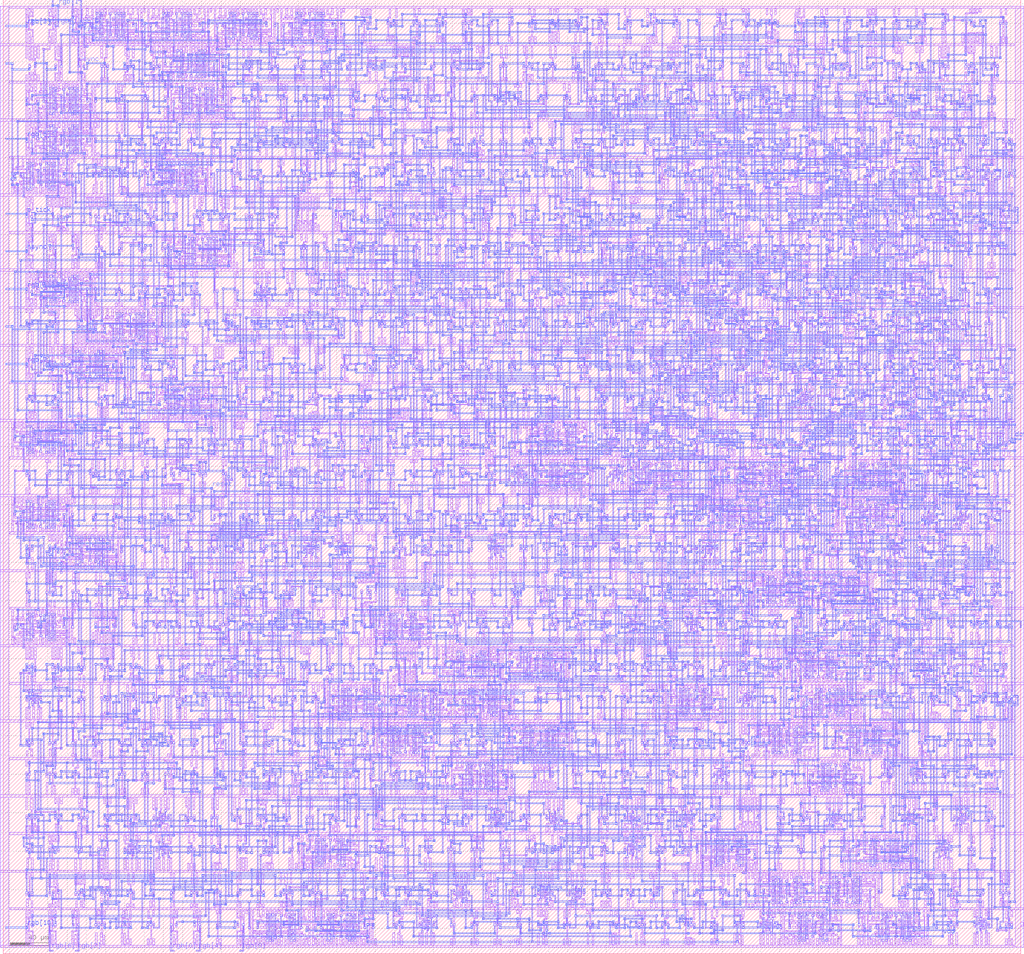
<source format=lef>
VERSION 5.7 ;
  NOWIREEXTENSIONATPIN ON ;
  DIVIDERCHAR "/" ;
  BUSBITCHARS "[]" ;
MACRO pong_pt1
  CLASS BLOCK ;
  FOREIGN pong_pt1 ;
  ORIGIN 6.000 6.000 ;
  SIZE 1056.000 BY 990.000 ;
  PIN gnd
    USE GROUND ;
    PORT
      LAYER metal1 ;
        RECT 0.600 975.300 1053.450 977.700 ;
        RECT 1044.450 899.700 1053.450 975.300 ;
        RECT 0.600 897.300 1053.450 899.700 ;
        RECT 1044.450 821.700 1053.450 897.300 ;
        RECT 0.600 819.300 1053.450 821.700 ;
        RECT 1044.450 743.700 1053.450 819.300 ;
        RECT 0.600 741.300 1053.450 743.700 ;
        RECT 1044.450 665.700 1053.450 741.300 ;
        RECT 0.600 663.300 1053.450 665.700 ;
        RECT 1044.450 587.700 1053.450 663.300 ;
        RECT 0.600 585.300 1053.450 587.700 ;
        RECT 1044.450 509.700 1053.450 585.300 ;
        RECT 0.600 507.300 1053.450 509.700 ;
        RECT 1044.450 431.700 1053.450 507.300 ;
        RECT 0.600 429.300 1053.450 431.700 ;
        RECT 1044.450 353.700 1053.450 429.300 ;
        RECT 0.600 351.300 1053.450 353.700 ;
        RECT 1044.450 275.700 1053.450 351.300 ;
        RECT 0.600 273.300 1053.450 275.700 ;
        RECT 1044.450 197.700 1053.450 273.300 ;
        RECT 0.600 195.300 1053.450 197.700 ;
        RECT 1044.450 119.700 1053.450 195.300 ;
        RECT 0.600 117.300 1053.450 119.700 ;
        RECT 1044.450 41.700 1053.450 117.300 ;
        RECT 0.600 39.300 1053.450 41.700 ;
        RECT 1044.450 0.300 1053.450 39.300 ;
    END
  END gnd
  PIN vdd
    USE POWER ;
    PORT
      LAYER metal1 ;
        RECT -9.450 938.700 -0.450 977.700 ;
        RECT -9.450 936.300 1043.400 938.700 ;
        RECT -9.450 860.700 -0.450 936.300 ;
        RECT 34.950 933.450 37.050 934.050 ;
        RECT 41.550 933.450 42.450 936.300 ;
        RECT 79.950 934.950 82.050 936.300 ;
        RECT 142.950 934.950 145.050 936.300 ;
        RECT 226.950 934.950 229.050 936.300 ;
        RECT 292.950 934.950 295.050 936.300 ;
        RECT 34.950 932.550 42.450 933.450 ;
        RECT 34.950 931.950 37.050 932.550 ;
        RECT -9.450 858.300 1043.400 860.700 ;
        RECT -9.450 782.700 -0.450 858.300 ;
        RECT 172.950 856.950 175.050 858.300 ;
        RECT 178.950 856.950 181.050 858.300 ;
        RECT 150.000 840.450 154.050 841.050 ;
        RECT 149.550 838.950 154.050 840.450 ;
        RECT 149.550 835.050 150.450 838.950 ;
        RECT 149.550 833.550 154.050 835.050 ;
        RECT 150.000 832.950 154.050 833.550 ;
        RECT -9.450 780.300 1043.400 782.700 ;
        RECT -9.450 704.700 -0.450 780.300 ;
        RECT 13.950 778.950 16.050 780.300 ;
        RECT 37.950 778.950 40.050 780.300 ;
        RECT 178.950 778.950 181.050 780.300 ;
        RECT -9.450 702.300 1043.400 704.700 ;
        RECT -9.450 626.700 -0.450 702.300 ;
        RECT -9.450 624.300 1043.400 626.700 ;
        RECT -9.450 548.700 -0.450 624.300 ;
        RECT 121.950 622.950 124.050 624.300 ;
        RECT -9.450 546.300 1043.400 548.700 ;
        RECT -9.450 470.700 -0.450 546.300 ;
        RECT 97.950 544.950 100.050 546.300 ;
        RECT 178.950 544.950 181.050 546.300 ;
        RECT 607.950 544.950 610.050 546.300 ;
        RECT 643.950 544.950 646.050 546.300 ;
        RECT 721.950 544.950 724.050 546.300 ;
        RECT 883.950 544.950 886.050 546.300 ;
        RECT -9.450 468.300 1043.400 470.700 ;
        RECT -9.450 392.700 -0.450 468.300 ;
        RECT 595.950 466.950 598.050 468.300 ;
        RECT 790.950 466.950 793.050 468.300 ;
        RECT 871.950 426.450 874.050 427.050 ;
        RECT 877.950 426.450 880.050 427.050 ;
        RECT 871.950 425.550 880.050 426.450 ;
        RECT 871.950 424.950 874.050 425.550 ;
        RECT 877.950 424.950 880.050 425.550 ;
        RECT -9.450 390.300 1043.400 392.700 ;
        RECT -9.450 314.700 -0.450 390.300 ;
        RECT 52.950 388.950 55.050 390.300 ;
        RECT 100.950 388.950 103.050 390.300 ;
        RECT 901.950 387.450 904.050 388.050 ;
        RECT 911.550 387.450 912.450 390.300 ;
        RECT 901.950 386.550 912.450 387.450 ;
        RECT 901.950 385.950 904.050 386.550 ;
        RECT -9.450 312.300 1043.400 314.700 ;
        RECT -9.450 236.700 -0.450 312.300 ;
        RECT 13.950 310.950 16.050 312.300 ;
        RECT 385.950 310.950 388.050 312.300 ;
        RECT 424.950 310.950 427.050 312.300 ;
        RECT 433.950 310.950 436.050 312.300 ;
        RECT 586.950 310.950 589.050 312.300 ;
        RECT 872.550 306.450 873.450 312.300 ;
        RECT 880.950 306.450 883.050 307.050 ;
        RECT 872.550 305.550 883.050 306.450 ;
        RECT 880.950 304.950 883.050 305.550 ;
        RECT -9.450 234.300 1043.400 236.700 ;
        RECT -9.450 158.700 -0.450 234.300 ;
        RECT 442.950 232.950 445.050 234.300 ;
        RECT 445.950 232.950 448.050 234.300 ;
        RECT 472.950 232.950 475.050 234.300 ;
        RECT 502.950 232.950 505.050 234.300 ;
        RECT 733.950 232.950 736.050 234.300 ;
        RECT 838.950 232.950 841.050 234.300 ;
        RECT 847.950 232.950 850.050 234.300 ;
        RECT -9.450 156.300 1043.400 158.700 ;
        RECT -9.450 80.700 -0.450 156.300 ;
        RECT 352.950 154.950 355.050 156.300 ;
        RECT 466.950 154.950 469.050 156.300 ;
        RECT 835.950 154.950 838.050 156.300 ;
        RECT 874.950 154.950 877.050 156.300 ;
        RECT 913.950 154.950 916.050 156.300 ;
        RECT -9.450 78.300 1043.400 80.700 ;
        RECT -9.450 2.700 -0.450 78.300 ;
        RECT 301.950 76.950 304.050 78.300 ;
        RECT 328.950 76.950 331.050 78.300 ;
        RECT 760.950 76.950 763.050 78.300 ;
        RECT 967.950 76.950 970.050 78.300 ;
        RECT 322.950 51.450 325.050 51.750 ;
        RECT 328.950 51.450 331.050 52.050 ;
        RECT 322.950 50.550 331.050 51.450 ;
        RECT 322.950 49.650 325.050 50.550 ;
        RECT 328.950 49.950 331.050 50.550 ;
        RECT -9.450 0.300 1043.400 2.700 ;
      LAYER metal2 ;
        RECT 139.950 958.950 142.050 961.050 ;
        RECT 151.950 959.100 154.050 961.200 ;
        RECT 221.400 960.450 222.600 960.600 ;
        RECT 290.400 960.450 291.600 960.600 ;
        RECT 221.400 959.400 225.450 960.450 ;
        RECT 77.400 953.400 78.600 955.650 ;
        RECT 77.400 937.050 78.450 953.400 ;
        RECT 140.400 937.050 141.450 958.950 ;
        RECT 152.400 958.350 153.600 959.100 ;
        RECT 221.400 958.350 222.600 959.400 ;
        RECT 224.400 937.050 225.450 959.400 ;
        RECT 290.400 959.400 294.450 960.450 ;
        RECT 290.400 958.350 291.600 959.400 ;
        RECT 293.400 937.050 294.450 959.400 ;
        RECT 77.400 935.400 82.050 937.050 ;
        RECT 140.400 935.400 145.050 937.050 ;
        RECT 224.400 935.400 229.050 937.050 ;
        RECT 78.000 934.950 82.050 935.400 ;
        RECT 141.000 934.950 145.050 935.400 ;
        RECT 225.000 934.950 229.050 935.400 ;
        RECT 292.950 934.950 295.050 937.050 ;
        RECT 34.950 931.950 37.050 934.050 ;
        RECT 35.400 882.600 36.450 931.950 ;
        RECT 167.400 914.400 168.600 916.650 ;
        RECT 167.400 895.050 168.450 914.400 ;
        RECT 166.950 892.950 169.050 895.050 ;
        RECT 178.950 894.450 181.050 895.050 ;
        RECT 176.400 893.400 181.050 894.450 ;
        RECT 176.400 882.600 177.450 893.400 ;
        RECT 178.950 892.950 181.050 893.400 ;
        RECT 35.400 880.350 36.600 882.600 ;
        RECT 176.400 880.350 177.600 882.600 ;
        RECT 179.400 859.050 180.450 892.950 ;
        RECT 172.950 856.950 175.050 859.050 ;
        RECT 178.950 856.950 181.050 859.050 ;
        RECT 173.400 847.050 174.450 856.950 ;
        RECT 151.950 844.950 154.050 847.050 ;
        RECT 172.950 844.950 175.050 847.050 ;
        RECT 152.400 841.050 153.450 844.950 ;
        RECT 151.950 838.950 154.050 841.050 ;
        RECT 35.400 836.400 36.600 838.650 ;
        RECT 35.400 820.050 36.450 836.400 ;
        RECT 151.950 832.950 154.050 835.050 ;
        RECT 34.950 817.950 37.050 820.050 ;
        RECT 49.950 817.950 52.050 820.050 ;
        RECT 11.400 804.450 12.600 804.600 ;
        RECT 11.400 803.400 15.450 804.450 ;
        RECT 11.400 802.350 12.600 803.400 ;
        RECT 14.400 781.050 15.450 803.400 ;
        RECT 50.400 781.050 51.450 817.950 ;
        RECT 152.400 804.450 153.450 832.950 ;
        RECT 155.400 804.450 156.600 804.600 ;
        RECT 152.400 803.400 156.600 804.450 ;
        RECT 155.400 802.350 156.600 803.400 ;
        RECT 13.950 778.950 16.050 781.050 ;
        RECT 37.950 778.950 40.050 781.050 ;
        RECT 49.950 778.950 52.050 781.050 ;
        RECT 178.950 778.950 181.050 781.050 ;
        RECT 35.400 681.450 36.600 682.650 ;
        RECT 38.400 681.450 39.450 778.950 ;
        RECT 179.400 726.600 180.450 778.950 ;
        RECT 179.400 724.350 180.600 726.600 ;
        RECT 35.400 680.400 39.450 681.450 ;
        RECT 38.400 667.050 39.450 680.400 ;
        RECT 37.950 664.950 40.050 667.050 ;
        RECT 55.950 664.950 58.050 667.050 ;
        RECT 56.400 609.600 57.450 664.950 ;
        RECT 104.400 648.450 105.600 648.600 ;
        RECT 104.400 647.400 108.450 648.450 ;
        RECT 104.400 646.350 105.600 647.400 ;
        RECT 107.400 625.050 108.450 647.400 ;
        RECT 106.950 622.950 109.050 625.050 ;
        RECT 121.950 622.950 124.050 625.050 ;
        RECT 56.400 607.350 57.600 609.600 ;
        RECT 160.950 568.950 163.050 571.050 ;
        RECT 175.800 568.950 177.900 571.050 ;
        RECT 161.400 568.350 162.600 568.950 ;
        RECT 176.400 561.450 177.450 568.950 ;
        RECT 176.400 560.400 180.450 561.450 ;
        RECT 179.400 547.050 180.450 560.400 ;
        RECT 67.950 541.950 70.050 544.050 ;
        RECT 97.950 541.950 100.050 547.050 ;
        RECT 178.950 544.950 181.050 547.050 ;
        RECT 607.950 544.950 610.050 547.050 ;
        RECT 643.950 544.950 646.050 547.050 ;
        RECT 721.950 544.950 724.050 547.050 ;
        RECT 883.950 544.950 886.050 547.050 ;
        RECT 11.400 525.000 12.600 526.650 ;
        RECT 10.950 520.950 13.050 525.000 ;
        RECT 68.400 523.050 69.450 541.950 ;
        RECT 590.400 525.900 591.600 526.650 ;
        RECT 608.400 526.050 609.450 544.950 ;
        RECT 589.950 523.800 592.050 525.900 ;
        RECT 607.950 523.950 610.050 526.050 ;
        RECT 67.950 520.950 70.050 523.050 ;
        RECT 644.400 522.450 645.450 544.950 ;
        RECT 722.400 529.050 723.450 544.950 ;
        RECT 721.950 526.950 724.050 529.050 ;
        RECT 760.950 523.950 763.050 526.050 ;
        RECT 644.400 521.400 648.450 522.450 ;
        RECT 647.400 504.450 648.450 521.400 ;
        RECT 647.400 503.400 651.450 504.450 ;
        RECT 650.400 492.600 651.450 503.400 ;
        RECT 761.400 492.600 762.450 523.950 ;
        RECT 884.400 514.050 885.450 544.950 ;
        RECT 874.950 511.950 877.050 514.050 ;
        RECT 883.950 511.950 886.050 514.050 ;
        RECT 875.400 492.600 876.450 511.950 ;
        RECT 596.400 492.450 597.600 492.600 ;
        RECT 593.400 491.400 597.600 492.450 ;
        RECT 593.400 469.050 594.450 491.400 ;
        RECT 596.400 490.350 597.600 491.400 ;
        RECT 650.400 490.350 651.600 492.600 ;
        RECT 761.400 490.350 762.600 492.600 ;
        RECT 875.400 490.350 876.600 492.600 ;
        RECT 593.400 467.400 598.050 469.050 ;
        RECT 594.000 466.950 598.050 467.400 ;
        RECT 790.950 466.950 793.050 469.050 ;
        RECT 11.400 447.450 12.600 448.650 ;
        RECT 779.400 447.900 780.600 448.650 ;
        RECT 791.400 448.050 792.450 466.950 ;
        RECT 8.400 446.400 12.600 447.450 ;
        RECT 8.400 427.050 9.450 446.400 ;
        RECT 778.950 445.800 781.050 447.900 ;
        RECT 790.950 445.950 793.050 448.050 ;
        RECT 872.400 446.400 873.600 448.650 ;
        RECT 872.400 427.050 873.450 446.400 ;
        RECT 7.950 424.950 10.050 427.050 ;
        RECT 34.950 424.950 37.050 427.050 ;
        RECT 871.950 424.950 874.050 427.050 ;
        RECT 877.950 424.950 880.050 427.050 ;
        RECT 35.400 400.050 36.450 424.950 ;
        RECT 61.950 418.950 64.050 421.050 ;
        RECT 100.950 418.950 103.050 421.050 ;
        RECT 62.400 414.600 63.450 418.950 ;
        RECT 62.400 412.350 63.600 414.600 ;
        RECT 34.950 397.950 37.050 400.050 ;
        RECT 52.950 397.950 55.050 400.050 ;
        RECT 53.400 391.050 54.450 397.950 ;
        RECT 101.400 391.050 102.450 418.950 ;
        RECT 878.400 406.050 879.450 424.950 ;
        RECT 877.950 403.950 880.050 406.050 ;
        RECT 901.950 403.950 904.050 406.050 ;
        RECT 52.950 388.950 55.050 391.050 ;
        RECT 100.950 388.950 103.050 391.050 ;
        RECT 902.400 388.050 903.450 403.950 ;
        RECT 901.950 385.950 904.050 388.050 ;
        RECT 821.400 369.450 822.600 370.650 ;
        RECT 821.400 368.400 825.450 369.450 ;
        RECT 824.400 355.050 825.450 368.400 ;
        RECT 842.400 368.400 843.600 370.650 ;
        RECT 842.400 366.450 843.450 368.400 ;
        RECT 839.400 365.400 843.450 366.450 ;
        RECT 823.950 352.950 826.050 355.050 ;
        RECT 829.950 352.950 832.050 355.050 ;
        RECT 830.400 349.050 831.450 352.950 ;
        RECT 839.400 349.050 840.450 365.400 ;
        RECT 829.950 346.950 832.050 349.050 ;
        RECT 838.950 346.950 841.050 349.050 ;
        RECT 11.400 336.450 12.600 336.600 ;
        RECT 428.400 336.450 429.600 336.600 ;
        RECT 11.400 335.400 15.450 336.450 ;
        RECT 11.400 334.350 12.600 335.400 ;
        RECT 14.400 313.050 15.450 335.400 ;
        RECT 425.400 335.400 429.600 336.450 ;
        RECT 425.400 313.050 426.450 335.400 ;
        RECT 428.400 334.350 429.600 335.400 ;
        RECT 830.400 316.050 831.450 346.950 ;
        RECT 829.950 313.950 832.050 316.050 ;
        RECT 859.950 313.950 862.050 316.050 ;
        RECT 13.950 310.950 16.050 313.050 ;
        RECT 385.950 310.950 388.050 313.050 ;
        RECT 424.950 310.950 427.050 313.050 ;
        RECT 433.950 310.950 436.050 313.050 ;
        RECT 529.950 310.950 532.050 313.050 ;
        RECT 586.950 310.950 589.050 313.050 ;
        RECT 386.400 286.050 387.450 310.950 ;
        RECT 434.400 292.050 435.450 310.950 ;
        RECT 433.950 289.950 436.050 292.050 ;
        RECT 458.400 291.900 459.600 292.650 ;
        RECT 457.950 289.800 460.050 291.900 ;
        RECT 527.400 291.450 528.600 292.650 ;
        RECT 530.400 291.450 531.450 310.950 ;
        RECT 860.400 304.050 861.450 313.950 ;
        RECT 880.950 306.450 883.050 307.050 ;
        RECT 880.950 305.400 885.450 306.450 ;
        RECT 859.950 301.950 862.050 304.050 ;
        RECT 880.950 301.950 883.050 305.400 ;
        RECT 884.400 295.050 885.450 305.400 ;
        RECT 883.950 292.950 886.050 295.050 ;
        RECT 860.400 291.900 861.600 292.650 ;
        RECT 527.400 290.400 531.450 291.450 ;
        RECT 859.950 289.800 862.050 291.900 ;
        RECT 379.950 283.950 382.050 286.050 ;
        RECT 385.950 283.950 388.050 286.050 ;
        RECT 380.400 258.600 381.450 283.950 ;
        RECT 380.400 256.350 381.600 258.600 ;
        RECT 449.400 258.450 450.600 258.600 ;
        RECT 446.400 257.400 450.600 258.450 ;
        RECT 446.400 235.050 447.450 257.400 ;
        RECT 449.400 256.350 450.600 257.400 ;
        RECT 470.400 258.450 471.600 258.600 ;
        RECT 470.400 257.400 474.450 258.450 ;
        RECT 470.400 256.350 471.600 257.400 ;
        RECT 473.400 235.050 474.450 257.400 ;
        RECT 730.950 257.100 733.050 259.200 ;
        RECT 731.400 256.350 732.600 257.100 ;
        RECT 742.950 256.950 745.050 259.050 ;
        RECT 830.400 258.450 831.600 258.600 ;
        RECT 830.400 257.400 834.450 258.450 ;
        RECT 743.400 235.050 744.450 256.950 ;
        RECT 830.400 256.350 831.600 257.400 ;
        RECT 442.950 232.950 445.050 235.050 ;
        RECT 445.950 232.950 448.050 235.050 ;
        RECT 472.950 232.950 475.050 235.050 ;
        RECT 502.950 232.950 505.050 235.050 ;
        RECT 733.950 232.950 736.050 235.050 ;
        RECT 742.950 232.950 745.050 235.050 ;
        RECT 431.400 213.900 432.600 214.650 ;
        RECT 443.400 214.050 444.450 232.950 ;
        RECT 503.400 214.050 504.450 232.950 ;
        RECT 833.400 232.050 834.450 257.400 ;
        RECT 832.950 229.950 835.050 232.050 ;
        RECT 838.950 229.950 841.050 235.050 ;
        RECT 847.950 232.950 850.050 235.050 ;
        RECT 833.400 219.600 834.450 229.950 ;
        RECT 833.400 217.350 834.600 219.600 ;
        RECT 430.950 211.800 433.050 213.900 ;
        RECT 442.950 211.950 445.050 214.050 ;
        RECT 502.950 211.950 505.050 214.050 ;
        RECT 530.400 213.900 531.600 214.650 ;
        RECT 529.950 211.800 532.050 213.900 ;
        RECT 848.400 208.050 849.450 232.950 ;
        RECT 869.400 212.400 870.600 214.650 ;
        RECT 869.400 208.050 870.450 212.400 ;
        RECT 847.950 205.950 850.050 208.050 ;
        RECT 868.950 205.950 871.050 208.050 ;
        RECT 467.400 180.450 468.600 180.600 ;
        RECT 878.400 180.450 879.600 180.600 ;
        RECT 467.400 179.400 471.450 180.450 ;
        RECT 467.400 178.350 468.600 179.400 ;
        RECT 470.400 157.050 471.450 179.400 ;
        RECT 875.400 179.400 879.600 180.450 ;
        RECT 875.400 157.050 876.450 179.400 ;
        RECT 878.400 178.350 879.600 179.400 ;
        RECT 352.950 154.950 355.050 157.050 ;
        RECT 466.950 155.400 471.450 157.050 ;
        RECT 466.950 154.950 471.000 155.400 ;
        RECT 835.950 154.950 838.050 157.050 ;
        RECT 874.950 154.950 877.050 157.050 ;
        RECT 913.950 154.950 916.050 157.050 ;
        RECT 353.400 102.600 354.450 154.950 ;
        RECT 836.400 123.450 837.450 154.950 ;
        RECT 833.400 122.400 837.450 123.450 ;
        RECT 353.400 100.350 354.600 102.600 ;
        RECT 767.400 102.450 768.600 102.600 ;
        RECT 764.400 101.400 768.600 102.450 ;
        RECT 764.400 79.050 765.450 101.400 ;
        RECT 767.400 100.350 768.600 101.400 ;
        RECT 301.950 76.950 304.050 79.050 ;
        RECT 328.950 76.950 331.050 79.050 ;
        RECT 760.950 77.400 765.450 79.050 ;
        RECT 760.950 76.950 765.000 77.400 ;
        RECT 302.400 24.600 303.450 76.950 ;
        RECT 329.400 52.050 330.450 76.950 ;
        RECT 833.400 67.050 834.450 122.400 ;
        RECT 914.400 121.050 915.450 154.950 ;
        RECT 886.950 118.950 889.050 121.050 ;
        RECT 913.950 118.950 916.050 121.050 ;
        RECT 887.400 102.600 888.450 118.950 ;
        RECT 887.400 100.350 888.600 102.600 ;
        RECT 967.950 76.950 970.050 79.050 ;
        RECT 823.950 64.950 826.050 67.050 ;
        RECT 832.950 64.950 835.050 67.050 ;
        RECT 322.950 49.650 325.050 51.750 ;
        RECT 328.950 49.950 331.050 52.050 ;
        RECT 323.400 24.600 324.450 49.650 ;
        RECT 824.400 49.050 825.450 64.950 ;
        RECT 833.400 63.600 834.450 64.950 ;
        RECT 833.400 61.350 834.600 63.600 ;
        RECT 848.400 56.400 849.600 58.650 ;
        RECT 848.400 49.050 849.450 56.400 ;
        RECT 823.950 46.950 826.050 49.050 ;
        RECT 847.950 46.950 850.050 49.050 ;
        RECT 302.400 22.350 303.600 24.600 ;
        RECT 323.400 22.350 324.600 24.600 ;
        RECT 853.950 23.100 856.050 25.200 ;
        RECT 854.400 22.350 855.600 23.100 ;
        RECT 874.950 22.950 877.050 25.050 ;
        RECT 899.400 24.450 900.600 24.600 ;
        RECT 899.400 23.400 903.450 24.450 ;
        RECT 875.400 13.050 876.450 22.950 ;
        RECT 899.400 22.350 900.600 23.400 ;
        RECT 902.400 13.050 903.450 23.400 ;
        RECT 968.400 13.050 969.450 76.950 ;
        RECT 874.950 10.950 877.050 13.050 ;
        RECT 901.950 10.950 904.050 13.050 ;
        RECT 967.950 10.950 970.050 13.050 ;
      LAYER metal3 ;
        RECT 139.950 960.600 142.050 961.050 ;
        RECT 151.950 960.600 154.050 961.200 ;
        RECT 139.950 959.400 154.050 960.600 ;
        RECT 139.950 958.950 142.050 959.400 ;
        RECT 151.950 959.100 154.050 959.400 ;
        RECT 166.950 894.600 169.050 895.050 ;
        RECT 178.950 894.600 181.050 895.050 ;
        RECT 166.950 893.400 181.050 894.600 ;
        RECT 166.950 892.950 169.050 893.400 ;
        RECT 178.950 892.950 181.050 893.400 ;
        RECT 151.950 846.600 154.050 847.050 ;
        RECT 172.950 846.600 175.050 847.050 ;
        RECT 151.950 845.400 175.050 846.600 ;
        RECT 151.950 844.950 154.050 845.400 ;
        RECT 172.950 844.950 175.050 845.400 ;
        RECT 34.950 819.600 37.050 820.050 ;
        RECT 49.950 819.600 52.050 820.050 ;
        RECT 34.950 818.400 52.050 819.600 ;
        RECT 34.950 817.950 37.050 818.400 ;
        RECT 49.950 817.950 52.050 818.400 ;
        RECT 37.950 780.600 40.050 781.050 ;
        RECT 49.950 780.600 52.050 781.050 ;
        RECT 37.950 779.400 52.050 780.600 ;
        RECT 37.950 778.950 40.050 779.400 ;
        RECT 49.950 778.950 52.050 779.400 ;
        RECT 37.950 666.600 40.050 667.050 ;
        RECT 55.950 666.600 58.050 667.050 ;
        RECT 37.950 665.400 58.050 666.600 ;
        RECT 37.950 664.950 40.050 665.400 ;
        RECT 55.950 664.950 58.050 665.400 ;
        RECT 106.950 624.600 109.050 625.050 ;
        RECT 121.950 624.600 124.050 625.050 ;
        RECT 106.950 623.400 124.050 624.600 ;
        RECT 106.950 622.950 109.050 623.400 ;
        RECT 121.950 622.950 124.050 623.400 ;
        RECT 160.950 570.600 163.050 571.050 ;
        RECT 175.800 570.600 177.900 571.050 ;
        RECT 160.950 569.400 177.900 570.600 ;
        RECT 160.950 568.950 163.050 569.400 ;
        RECT 175.800 568.950 177.900 569.400 ;
        RECT 67.950 543.600 70.050 544.050 ;
        RECT 97.950 543.600 100.050 544.050 ;
        RECT 67.950 542.400 100.050 543.600 ;
        RECT 67.950 541.950 70.050 542.400 ;
        RECT 97.950 541.950 100.050 542.400 ;
        RECT 589.950 525.600 592.050 525.900 ;
        RECT 607.950 525.600 610.050 526.050 ;
        RECT 589.950 524.400 610.050 525.600 ;
        RECT 721.950 525.600 724.050 529.050 ;
        RECT 760.950 525.600 763.050 526.050 ;
        RECT 721.950 525.000 763.050 525.600 ;
        RECT 722.400 524.400 763.050 525.000 ;
        RECT 589.950 523.800 592.050 524.400 ;
        RECT 607.950 523.950 610.050 524.400 ;
        RECT 760.950 523.950 763.050 524.400 ;
        RECT 10.950 522.600 13.050 523.050 ;
        RECT 67.950 522.600 70.050 523.050 ;
        RECT 10.950 521.400 70.050 522.600 ;
        RECT 10.950 520.950 13.050 521.400 ;
        RECT 67.950 520.950 70.050 521.400 ;
        RECT 874.950 513.600 877.050 514.050 ;
        RECT 883.950 513.600 886.050 514.050 ;
        RECT 874.950 512.400 886.050 513.600 ;
        RECT 874.950 511.950 877.050 512.400 ;
        RECT 883.950 511.950 886.050 512.400 ;
        RECT 778.950 447.600 781.050 447.900 ;
        RECT 790.950 447.600 793.050 448.050 ;
        RECT 778.950 446.400 793.050 447.600 ;
        RECT 778.950 445.800 781.050 446.400 ;
        RECT 790.950 445.950 793.050 446.400 ;
        RECT 7.950 426.600 10.050 427.050 ;
        RECT 34.950 426.600 37.050 427.050 ;
        RECT 7.950 425.400 37.050 426.600 ;
        RECT 7.950 424.950 10.050 425.400 ;
        RECT 34.950 424.950 37.050 425.400 ;
        RECT 61.950 420.600 64.050 421.050 ;
        RECT 100.950 420.600 103.050 421.050 ;
        RECT 61.950 419.400 103.050 420.600 ;
        RECT 61.950 418.950 64.050 419.400 ;
        RECT 100.950 418.950 103.050 419.400 ;
        RECT 877.950 405.600 880.050 406.050 ;
        RECT 901.950 405.600 904.050 406.050 ;
        RECT 877.950 404.400 904.050 405.600 ;
        RECT 877.950 403.950 880.050 404.400 ;
        RECT 901.950 403.950 904.050 404.400 ;
        RECT 34.950 399.600 37.050 400.050 ;
        RECT 52.950 399.600 55.050 400.050 ;
        RECT 34.950 398.400 55.050 399.600 ;
        RECT 34.950 397.950 37.050 398.400 ;
        RECT 52.950 397.950 55.050 398.400 ;
        RECT 823.950 354.600 826.050 355.050 ;
        RECT 829.950 354.600 832.050 355.050 ;
        RECT 823.950 353.400 832.050 354.600 ;
        RECT 823.950 352.950 826.050 353.400 ;
        RECT 829.950 352.950 832.050 353.400 ;
        RECT 829.950 348.600 832.050 349.050 ;
        RECT 838.950 348.600 841.050 349.050 ;
        RECT 829.950 347.400 841.050 348.600 ;
        RECT 829.950 346.950 832.050 347.400 ;
        RECT 838.950 346.950 841.050 347.400 ;
        RECT 829.950 315.600 832.050 316.050 ;
        RECT 859.950 315.600 862.050 316.050 ;
        RECT 829.950 314.400 862.050 315.600 ;
        RECT 829.950 313.950 832.050 314.400 ;
        RECT 859.950 313.950 862.050 314.400 ;
        RECT 529.950 312.600 532.050 313.050 ;
        RECT 586.950 312.600 589.050 313.050 ;
        RECT 529.950 311.400 589.050 312.600 ;
        RECT 529.950 310.950 532.050 311.400 ;
        RECT 586.950 310.950 589.050 311.400 ;
        RECT 859.950 303.600 862.050 304.050 ;
        RECT 880.950 303.600 883.050 304.050 ;
        RECT 859.950 302.400 883.050 303.600 ;
        RECT 859.950 301.950 862.050 302.400 ;
        RECT 880.950 301.950 883.050 302.400 ;
        RECT 433.950 291.600 436.050 292.050 ;
        RECT 457.950 291.600 460.050 291.900 ;
        RECT 433.950 290.400 460.050 291.600 ;
        RECT 433.950 289.950 436.050 290.400 ;
        RECT 457.950 289.800 460.050 290.400 ;
        RECT 859.950 291.600 862.050 291.900 ;
        RECT 883.950 291.600 886.050 295.050 ;
        RECT 859.950 291.000 886.050 291.600 ;
        RECT 859.950 290.400 885.600 291.000 ;
        RECT 859.950 289.800 862.050 290.400 ;
        RECT 379.950 285.600 382.050 286.050 ;
        RECT 385.950 285.600 388.050 286.050 ;
        RECT 379.950 284.400 388.050 285.600 ;
        RECT 379.950 283.950 382.050 284.400 ;
        RECT 385.950 283.950 388.050 284.400 ;
        RECT 730.950 258.600 733.050 259.200 ;
        RECT 742.950 258.600 745.050 259.050 ;
        RECT 730.950 257.400 745.050 258.600 ;
        RECT 730.950 257.100 733.050 257.400 ;
        RECT 742.950 256.950 745.050 257.400 ;
        RECT 733.950 234.600 736.050 235.050 ;
        RECT 742.950 234.600 745.050 235.050 ;
        RECT 733.950 233.400 745.050 234.600 ;
        RECT 733.950 232.950 736.050 233.400 ;
        RECT 742.950 232.950 745.050 233.400 ;
        RECT 832.950 231.600 835.050 232.050 ;
        RECT 838.950 231.600 841.050 232.050 ;
        RECT 832.950 230.400 841.050 231.600 ;
        RECT 832.950 229.950 835.050 230.400 ;
        RECT 838.950 229.950 841.050 230.400 ;
        RECT 430.950 213.600 433.050 213.900 ;
        RECT 442.950 213.600 445.050 214.050 ;
        RECT 430.950 212.400 445.050 213.600 ;
        RECT 430.950 211.800 433.050 212.400 ;
        RECT 442.950 211.950 445.050 212.400 ;
        RECT 502.950 213.600 505.050 214.050 ;
        RECT 529.950 213.600 532.050 213.900 ;
        RECT 502.950 212.400 532.050 213.600 ;
        RECT 502.950 211.950 505.050 212.400 ;
        RECT 529.950 211.800 532.050 212.400 ;
        RECT 847.950 207.600 850.050 208.050 ;
        RECT 868.950 207.600 871.050 208.050 ;
        RECT 847.950 206.400 871.050 207.600 ;
        RECT 847.950 205.950 850.050 206.400 ;
        RECT 868.950 205.950 871.050 206.400 ;
        RECT 886.950 120.600 889.050 121.050 ;
        RECT 913.950 120.600 916.050 121.050 ;
        RECT 886.950 119.400 916.050 120.600 ;
        RECT 886.950 118.950 889.050 119.400 ;
        RECT 913.950 118.950 916.050 119.400 ;
        RECT 823.950 66.600 826.050 67.050 ;
        RECT 832.950 66.600 835.050 67.050 ;
        RECT 823.950 65.400 835.050 66.600 ;
        RECT 823.950 64.950 826.050 65.400 ;
        RECT 832.950 64.950 835.050 65.400 ;
        RECT 823.950 48.600 826.050 49.050 ;
        RECT 847.950 48.600 850.050 49.050 ;
        RECT 823.950 47.400 850.050 48.600 ;
        RECT 823.950 46.950 826.050 47.400 ;
        RECT 847.950 46.950 850.050 47.400 ;
        RECT 853.950 24.600 856.050 25.200 ;
        RECT 874.950 24.600 877.050 25.050 ;
        RECT 853.950 23.400 877.050 24.600 ;
        RECT 853.950 23.100 856.050 23.400 ;
        RECT 874.950 22.950 877.050 23.400 ;
        RECT 874.950 12.600 877.050 13.050 ;
        RECT 901.950 12.600 904.050 13.050 ;
        RECT 967.950 12.600 970.050 13.050 ;
        RECT 874.950 11.400 970.050 12.600 ;
        RECT 874.950 10.950 877.050 11.400 ;
        RECT 901.950 10.950 904.050 11.400 ;
        RECT 967.950 10.950 970.050 11.400 ;
    END
  END vdd
  PIN clk
    PORT
      LAYER metal2 ;
        RECT 317.400 762.450 318.600 762.600 ;
        RECT 314.400 761.400 318.600 762.450 ;
        RECT 314.400 706.050 315.450 761.400 ;
        RECT 317.400 760.350 318.600 761.400 ;
        RECT 283.950 703.950 286.050 706.050 ;
        RECT 313.950 703.950 316.050 706.050 ;
        RECT 82.950 697.950 85.050 700.050 ;
        RECT 1.950 643.950 4.050 646.050 ;
        RECT 2.400 589.050 3.450 643.950 ;
        RECT 83.400 643.050 84.450 697.950 ;
        RECT 284.400 697.050 285.450 703.950 ;
        RECT 283.950 694.950 286.050 697.050 ;
        RECT 89.400 645.000 90.600 646.650 ;
        RECT 82.950 640.950 85.050 643.050 ;
        RECT 88.950 640.950 91.050 645.000 ;
        RECT 1.950 586.950 4.050 589.050 ;
        RECT 61.950 586.950 64.050 589.050 ;
        RECT 62.400 553.050 63.450 586.950 ;
        RECT 61.950 550.950 64.050 553.050 ;
        RECT 127.950 547.950 130.050 550.050 ;
        RECT 128.400 486.450 129.450 547.950 ;
        RECT 746.400 489.900 747.600 490.650 ;
        RECT 730.950 487.800 733.050 489.900 ;
        RECT 745.950 487.800 748.050 489.900 ;
        RECT 125.400 485.400 129.450 486.450 ;
        RECT 125.400 379.050 126.450 485.400 ;
        RECT 731.400 433.050 732.450 487.800 ;
        RECT 730.950 430.950 733.050 433.050 ;
        RECT 742.950 430.950 745.050 433.050 ;
        RECT 373.950 394.950 376.050 397.050 ;
        RECT 205.950 388.950 208.050 391.050 ;
        RECT 232.950 388.950 235.050 391.050 ;
        RECT 206.400 379.050 207.450 388.950 ;
        RECT 233.400 385.050 234.450 388.950 ;
        RECT 374.400 388.050 375.450 394.950 ;
        RECT 388.950 394.800 391.050 396.900 ;
        RECT 373.950 385.950 376.050 388.050 ;
        RECT 232.950 382.950 235.050 385.050 ;
        RECT 100.950 376.950 103.050 379.050 ;
        RECT 124.950 376.950 127.050 379.050 ;
        RECT 205.950 376.950 208.050 379.050 ;
        RECT 89.400 333.900 90.600 334.650 ;
        RECT 101.400 333.900 102.450 376.950 ;
        RECT 88.950 331.800 91.050 333.900 ;
        RECT 100.950 331.800 103.050 333.900 ;
        RECT 389.400 316.050 390.450 394.800 ;
        RECT 743.400 351.450 744.450 430.950 ;
        RECT 743.400 350.400 747.450 351.450 ;
        RECT 746.400 339.450 747.450 350.400 ;
        RECT 746.400 338.400 750.450 339.450 ;
        RECT 388.950 313.950 391.050 316.050 ;
        RECT 400.950 313.950 403.050 316.050 ;
        RECT 401.400 294.600 402.450 313.950 ;
        RECT 401.400 294.450 402.600 294.600 ;
        RECT 401.400 293.400 405.450 294.450 ;
        RECT 401.400 292.350 402.600 293.400 ;
        RECT 404.400 274.050 405.450 293.400 ;
        RECT 403.950 271.950 406.050 274.050 ;
        RECT 445.950 271.950 448.050 274.050 ;
        RECT 446.400 265.050 447.450 271.950 ;
        RECT 445.950 262.950 448.050 265.050 ;
        RECT 532.950 262.950 535.050 265.050 ;
        RECT 533.400 193.050 534.450 262.950 ;
        RECT 749.400 193.050 750.450 338.400 ;
        RECT 532.950 190.950 535.050 193.050 ;
        RECT 559.950 190.950 562.050 193.050 ;
        RECT 748.950 190.950 751.050 193.050 ;
        RECT 757.950 190.950 760.050 193.050 ;
        RECT 560.400 177.450 561.450 190.950 ;
        RECT 563.400 177.450 564.600 178.650 ;
        RECT 560.400 176.400 564.600 177.450 ;
        RECT 758.400 138.600 759.450 190.950 ;
        RECT 758.400 136.350 759.600 138.600 ;
      LAYER metal3 ;
        RECT 283.950 705.600 286.050 706.050 ;
        RECT 313.950 705.600 316.050 706.050 ;
        RECT 283.950 704.400 316.050 705.600 ;
        RECT 283.950 703.950 286.050 704.400 ;
        RECT 313.950 703.950 316.050 704.400 ;
        RECT 82.950 699.600 85.050 700.050 ;
        RECT 82.950 698.400 165.600 699.600 ;
        RECT 82.950 697.950 85.050 698.400 ;
        RECT 164.400 696.600 165.600 698.400 ;
        RECT 283.950 696.600 286.050 697.050 ;
        RECT 164.400 695.400 286.050 696.600 ;
        RECT 283.950 694.950 286.050 695.400 ;
        RECT 1.950 645.600 4.050 646.050 ;
        RECT -3.600 644.400 4.050 645.600 ;
        RECT 1.950 643.950 4.050 644.400 ;
        RECT 2.400 642.600 3.600 643.950 ;
        RECT 82.950 642.600 85.050 643.050 ;
        RECT 88.950 642.600 91.050 643.050 ;
        RECT 2.400 641.400 91.050 642.600 ;
        RECT 82.950 640.950 85.050 641.400 ;
        RECT 88.950 640.950 91.050 641.400 ;
        RECT 1.950 588.600 4.050 589.050 ;
        RECT 61.950 588.600 64.050 589.050 ;
        RECT 1.950 587.400 64.050 588.600 ;
        RECT 1.950 586.950 4.050 587.400 ;
        RECT 61.950 586.950 64.050 587.400 ;
        RECT 61.950 552.600 64.050 553.050 ;
        RECT 61.950 551.400 81.600 552.600 ;
        RECT 61.950 550.950 64.050 551.400 ;
        RECT 80.400 549.600 81.600 551.400 ;
        RECT 127.950 549.600 130.050 550.050 ;
        RECT 80.400 548.400 130.050 549.600 ;
        RECT 127.950 547.950 130.050 548.400 ;
        RECT 730.950 489.450 733.050 489.900 ;
        RECT 745.950 489.450 748.050 489.900 ;
        RECT 730.950 488.250 748.050 489.450 ;
        RECT 730.950 487.800 733.050 488.250 ;
        RECT 745.950 487.800 748.050 488.250 ;
        RECT 730.950 432.600 733.050 433.050 ;
        RECT 742.950 432.600 745.050 433.050 ;
        RECT 730.950 431.400 745.050 432.600 ;
        RECT 730.950 430.950 733.050 431.400 ;
        RECT 742.950 430.950 745.050 431.400 ;
        RECT 373.950 396.600 376.050 397.050 ;
        RECT 388.950 396.600 391.050 396.900 ;
        RECT 373.950 395.400 391.050 396.600 ;
        RECT 373.950 394.950 376.050 395.400 ;
        RECT 388.950 394.800 391.050 395.400 ;
        RECT 205.950 390.600 208.050 391.050 ;
        RECT 232.950 390.600 235.050 391.050 ;
        RECT 205.950 389.400 235.050 390.600 ;
        RECT 205.950 388.950 208.050 389.400 ;
        RECT 232.950 388.950 235.050 389.400 ;
        RECT 373.950 387.600 376.050 388.050 ;
        RECT 251.400 386.400 376.050 387.600 ;
        RECT 232.950 384.600 235.050 385.050 ;
        RECT 251.400 384.600 252.600 386.400 ;
        RECT 373.950 385.950 376.050 386.400 ;
        RECT 232.950 383.400 252.600 384.600 ;
        RECT 232.950 382.950 235.050 383.400 ;
        RECT 100.950 378.600 103.050 379.050 ;
        RECT 124.950 378.600 127.050 379.050 ;
        RECT 205.950 378.600 208.050 379.050 ;
        RECT 100.950 377.400 208.050 378.600 ;
        RECT 100.950 376.950 103.050 377.400 ;
        RECT 124.950 376.950 127.050 377.400 ;
        RECT 205.950 376.950 208.050 377.400 ;
        RECT 88.950 333.450 91.050 333.900 ;
        RECT 100.950 333.450 103.050 333.900 ;
        RECT 88.950 332.250 103.050 333.450 ;
        RECT 88.950 331.800 91.050 332.250 ;
        RECT 100.950 331.800 103.050 332.250 ;
        RECT 388.950 315.600 391.050 316.050 ;
        RECT 400.950 315.600 403.050 316.050 ;
        RECT 388.950 314.400 403.050 315.600 ;
        RECT 388.950 313.950 391.050 314.400 ;
        RECT 400.950 313.950 403.050 314.400 ;
        RECT 403.950 273.600 406.050 274.050 ;
        RECT 445.950 273.600 448.050 274.050 ;
        RECT 403.950 272.400 448.050 273.600 ;
        RECT 403.950 271.950 406.050 272.400 ;
        RECT 445.950 271.950 448.050 272.400 ;
        RECT 445.950 264.600 448.050 265.050 ;
        RECT 532.950 264.600 535.050 265.050 ;
        RECT 445.950 263.400 535.050 264.600 ;
        RECT 445.950 262.950 448.050 263.400 ;
        RECT 532.950 262.950 535.050 263.400 ;
        RECT 532.950 192.600 535.050 193.050 ;
        RECT 559.950 192.600 562.050 193.050 ;
        RECT 748.950 192.600 751.050 193.050 ;
        RECT 757.950 192.600 760.050 193.050 ;
        RECT 532.950 191.400 760.050 192.600 ;
        RECT 532.950 190.950 535.050 191.400 ;
        RECT 559.950 190.950 562.050 191.400 ;
        RECT 748.950 190.950 751.050 191.400 ;
        RECT 757.950 190.950 760.050 191.400 ;
    END
  END clk
  PIN down
    PORT
      LAYER metal2 ;
        RECT 931.950 541.950 934.050 544.050 ;
        RECT 1042.950 541.950 1045.050 544.050 ;
        RECT 892.950 538.950 895.050 541.050 ;
        RECT 893.400 528.450 894.450 538.950 ;
        RECT 932.400 538.050 933.450 541.950 ;
        RECT 931.950 535.950 934.050 538.050 ;
        RECT 1043.400 529.050 1044.450 541.950 ;
        RECT 896.400 528.450 897.600 528.600 ;
        RECT 893.400 527.400 897.600 528.450 ;
        RECT 896.400 526.350 897.600 527.400 ;
        RECT 1042.950 526.950 1045.050 529.050 ;
      LAYER metal3 ;
        RECT 931.950 543.600 934.050 544.050 ;
        RECT 1042.950 543.600 1045.050 544.050 ;
        RECT 931.950 542.400 1045.050 543.600 ;
        RECT 931.950 541.950 934.050 542.400 ;
        RECT 1042.950 541.950 1045.050 542.400 ;
        RECT 892.950 540.600 895.050 541.050 ;
        RECT 892.950 539.400 915.600 540.600 ;
        RECT 892.950 538.950 895.050 539.400 ;
        RECT 914.400 537.600 915.600 539.400 ;
        RECT 931.950 537.600 934.050 538.050 ;
        RECT 914.400 536.400 934.050 537.600 ;
        RECT 931.950 535.950 934.050 536.400 ;
        RECT 1042.950 528.600 1045.050 529.050 ;
        RECT 1042.950 527.400 1050.600 528.600 ;
        RECT 1042.950 526.950 1045.050 527.400 ;
    END
  END down
  PIN hsync
    PORT
      LAYER metal2 ;
        RECT 17.400 723.900 18.600 724.650 ;
        RECT 16.950 721.800 19.050 723.900 ;
      LAYER metal3 ;
        RECT 16.950 723.600 19.050 723.900 ;
        RECT -3.600 722.400 19.050 723.600 ;
        RECT 16.950 721.800 19.050 722.400 ;
    END
  END hsync
  PIN p_tick
    PORT
      LAYER metal2 ;
        RECT 16.950 761.100 19.050 763.200 ;
        RECT 17.400 760.350 18.600 761.100 ;
      LAYER metal3 ;
        RECT 16.950 762.600 19.050 763.200 ;
        RECT -3.600 761.400 19.050 762.600 ;
        RECT 16.950 761.100 19.050 761.400 ;
    END
  END p_tick
  PIN reset
    PORT
      LAYER metal2 ;
        RECT 1.950 916.950 4.050 919.050 ;
        RECT 2.400 912.900 3.450 916.950 ;
        RECT 20.400 912.900 21.600 913.650 ;
        RECT 1.950 910.800 4.050 912.900 ;
        RECT 19.950 910.800 22.050 912.900 ;
        RECT 2.400 805.050 3.450 910.800 ;
        RECT 1.950 802.950 4.050 805.050 ;
        RECT 1.800 796.950 3.900 799.050 ;
        RECT 2.400 793.050 3.450 796.950 ;
        RECT 1.950 790.950 4.050 793.050 ;
        RECT 7.950 790.950 10.050 793.050 ;
        RECT 8.400 559.050 9.450 790.950 ;
        RECT 7.950 556.950 10.050 559.050 ;
        RECT 52.950 556.950 55.050 559.050 ;
        RECT 53.400 535.050 54.450 556.950 ;
        RECT 52.950 532.950 55.050 535.050 ;
        RECT 73.950 532.950 76.050 535.050 ;
        RECT 74.400 478.050 75.450 532.950 ;
        RECT 73.950 475.950 76.050 478.050 ;
        RECT 208.950 475.950 211.050 478.050 ;
        RECT 209.400 444.450 210.450 475.950 ;
        RECT 212.400 444.450 213.600 445.650 ;
        RECT 209.400 443.400 213.600 444.450 ;
      LAYER metal3 ;
        RECT 1.950 918.600 4.050 919.050 ;
        RECT -3.600 917.400 4.050 918.600 ;
        RECT 1.950 916.950 4.050 917.400 ;
        RECT 1.950 912.450 4.050 912.900 ;
        RECT 19.950 912.450 22.050 912.900 ;
        RECT 1.950 911.250 22.050 912.450 ;
        RECT 1.950 910.800 4.050 911.250 ;
        RECT 19.950 910.800 22.050 911.250 ;
        RECT 1.950 802.950 4.050 805.050 ;
        RECT 2.400 799.050 3.600 802.950 ;
        RECT 1.800 796.950 3.900 799.050 ;
        RECT 1.950 792.600 4.050 793.050 ;
        RECT 7.950 792.600 10.050 793.050 ;
        RECT 1.950 791.400 10.050 792.600 ;
        RECT 1.950 790.950 4.050 791.400 ;
        RECT 7.950 790.950 10.050 791.400 ;
        RECT 7.950 558.600 10.050 559.050 ;
        RECT 52.950 558.600 55.050 559.050 ;
        RECT 7.950 557.400 55.050 558.600 ;
        RECT 7.950 556.950 10.050 557.400 ;
        RECT 52.950 556.950 55.050 557.400 ;
        RECT 52.950 534.600 55.050 535.050 ;
        RECT 73.950 534.600 76.050 535.050 ;
        RECT 52.950 533.400 76.050 534.600 ;
        RECT 52.950 532.950 55.050 533.400 ;
        RECT 73.950 532.950 76.050 533.400 ;
        RECT 73.950 477.600 76.050 478.050 ;
        RECT 208.950 477.600 211.050 478.050 ;
        RECT 73.950 476.400 211.050 477.600 ;
        RECT 73.950 475.950 76.050 476.400 ;
        RECT 208.950 475.950 211.050 476.400 ;
    END
  END reset
  PIN rgb[11]
    PORT
      LAYER metal2 ;
        RECT 16.950 683.100 19.050 685.200 ;
        RECT 17.400 682.350 18.600 683.100 ;
      LAYER metal3 ;
        RECT 16.950 684.600 19.050 685.200 ;
        RECT -3.600 683.400 19.050 684.600 ;
        RECT 16.950 683.100 19.050 683.400 ;
    END
  END rgb[11]
  PIN rgb[10]
    PORT
      LAYER metal2 ;
        RECT 17.400 21.900 18.600 22.650 ;
        RECT 16.950 19.800 19.050 21.900 ;
      LAYER metal3 ;
        RECT 16.950 21.600 19.050 21.900 ;
        RECT -3.600 20.400 19.050 21.600 ;
        RECT 16.950 19.800 19.050 20.400 ;
    END
  END rgb[10]
  PIN rgb[9]
    PORT
      LAYER metal2 ;
        RECT 71.400 983.400 75.450 984.450 ;
        RECT 74.400 961.050 75.450 983.400 ;
        RECT 73.950 958.950 76.050 961.050 ;
        RECT 71.400 957.900 72.600 958.650 ;
        RECT 70.950 955.800 73.050 957.900 ;
      LAYER metal3 ;
        RECT 70.950 957.600 73.050 957.900 ;
        RECT 73.950 957.600 76.050 961.050 ;
        RECT 70.950 957.000 76.050 957.600 ;
        RECT 70.950 956.400 75.600 957.000 ;
        RECT 70.950 955.800 73.050 956.400 ;
    END
  END rgb[9]
  PIN rgb[8]
    PORT
      LAYER metal2 ;
        RECT 242.400 20.400 243.600 22.650 ;
        RECT 242.400 -2.550 243.450 20.400 ;
        RECT 239.400 -3.600 243.450 -2.550 ;
    END
  END rgb[8]
  PIN rgb[7]
    PORT
      LAYER metal2 ;
        RECT 16.950 605.100 19.050 607.200 ;
        RECT 17.400 604.350 18.600 605.100 ;
      LAYER metal3 ;
        RECT 16.950 606.600 19.050 607.200 ;
        RECT -3.600 605.400 19.050 606.600 ;
        RECT 16.950 605.100 19.050 605.400 ;
    END
  END rgb[7]
  PIN rgb[6]
    PORT
      LAYER metal2 ;
        RECT 41.400 20.400 42.600 22.650 ;
        RECT 41.400 -2.550 42.450 20.400 ;
        RECT 41.400 -3.600 45.450 -2.550 ;
    END
  END rgb[6]
  PIN rgb[5]
    PORT
      LAYER metal2 ;
        RECT 16.950 839.100 19.050 841.200 ;
        RECT 17.400 838.350 18.600 839.100 ;
      LAYER metal3 ;
        RECT 16.950 840.600 19.050 841.200 ;
        RECT -3.600 839.400 19.050 840.600 ;
        RECT 16.950 839.100 19.050 839.400 ;
    END
  END rgb[5]
  PIN rgb[4]
    PORT
      LAYER metal2 ;
        RECT 197.400 20.400 198.600 22.650 ;
        RECT 197.400 -2.550 198.450 20.400 ;
        RECT 194.400 -3.600 198.450 -2.550 ;
    END
  END rgb[4]
  PIN rgb[3]
    PORT
      LAYER metal2 ;
        RECT 17.400 957.900 18.600 958.650 ;
        RECT 16.950 955.800 19.050 957.900 ;
      LAYER metal3 ;
        RECT 16.950 957.600 19.050 957.900 ;
        RECT -3.600 956.400 19.050 957.600 ;
        RECT 16.950 955.800 19.050 956.400 ;
    END
  END rgb[3]
  PIN rgb[2]
    PORT
      LAYER metal2 ;
        RECT 71.400 20.400 72.600 22.650 ;
        RECT 71.400 -2.550 72.450 20.400 ;
        RECT 68.400 -3.600 72.450 -2.550 ;
    END
  END rgb[2]
  PIN rgb[1]
    PORT
      LAYER metal2 ;
        RECT 44.400 979.050 45.450 984.450 ;
        RECT 43.950 976.950 46.050 979.050 ;
        RECT 49.950 976.950 52.050 979.050 ;
        RECT 47.400 957.450 48.600 958.650 ;
        RECT 50.400 957.450 51.450 976.950 ;
        RECT 47.400 956.400 51.450 957.450 ;
      LAYER metal3 ;
        RECT 43.950 978.600 46.050 979.050 ;
        RECT 49.950 978.600 52.050 979.050 ;
        RECT 43.950 977.400 52.050 978.600 ;
        RECT 43.950 976.950 46.050 977.400 ;
        RECT 49.950 976.950 52.050 977.400 ;
    END
  END rgb[1]
  PIN rgb[0]
    PORT
      LAYER metal2 ;
        RECT 167.400 20.400 168.600 22.650 ;
        RECT 167.400 -2.550 168.450 20.400 ;
        RECT 167.400 -3.600 171.450 -2.550 ;
    END
  END rgb[0]
  PIN up
    PORT
      LAYER metal2 ;
        RECT 1024.950 338.100 1027.050 340.200 ;
        RECT 1025.400 337.350 1026.600 338.100 ;
        RECT 1007.400 333.900 1008.600 334.650 ;
        RECT 1006.950 331.800 1009.050 333.900 ;
      LAYER metal3 ;
        RECT 1024.950 339.600 1027.050 340.200 ;
        RECT 1024.950 338.400 1050.600 339.600 ;
        RECT 1024.950 338.100 1027.050 338.400 ;
        RECT 1006.950 333.600 1009.050 333.900 ;
        RECT 1025.400 333.600 1026.600 338.100 ;
        RECT 1006.950 332.400 1026.600 333.600 ;
        RECT 1049.400 332.400 1050.600 338.400 ;
        RECT 1006.950 331.800 1009.050 332.400 ;
    END
  END up
  PIN vsync
    PORT
      LAYER metal2 ;
        RECT 65.400 967.050 66.450 984.450 ;
        RECT 64.950 964.950 67.050 967.050 ;
        RECT 70.950 949.950 73.050 952.050 ;
        RECT 71.400 918.600 72.450 949.950 ;
        RECT 71.400 916.350 72.600 918.600 ;
      LAYER metal3 ;
        RECT 64.950 964.950 67.050 967.050 ;
        RECT 65.400 951.600 66.600 964.950 ;
        RECT 70.950 951.600 73.050 952.050 ;
        RECT 65.400 950.400 73.050 951.600 ;
        RECT 70.950 949.950 73.050 950.400 ;
    END
  END vsync
  OBS
      LAYER metal1 ;
        RECT 17.100 968.400 18.900 974.400 ;
        RECT 20.100 968.400 21.900 975.000 ;
        RECT 23.100 971.400 24.900 974.400 ;
        RECT 17.100 961.050 18.300 968.400 ;
        RECT 23.700 967.500 24.900 971.400 ;
        RECT 19.200 966.600 24.900 967.500 ;
        RECT 41.100 971.400 42.900 974.400 ;
        RECT 41.100 967.500 42.300 971.400 ;
        RECT 44.100 968.400 45.900 975.000 ;
        RECT 47.100 968.400 48.900 974.400 ;
        RECT 41.100 966.600 46.800 967.500 ;
        RECT 19.200 965.700 21.000 966.600 ;
        RECT 17.100 958.950 19.200 961.050 ;
        RECT 17.100 951.600 18.300 958.950 ;
        RECT 20.100 954.300 21.000 965.700 ;
        RECT 45.000 965.700 46.800 966.600 ;
        RECT 22.500 958.950 24.600 961.050 ;
        RECT 22.800 957.150 24.600 958.950 ;
        RECT 41.400 958.950 43.500 961.050 ;
        RECT 41.400 957.150 43.200 958.950 ;
        RECT 19.200 953.400 21.000 954.300 ;
        RECT 45.000 954.300 45.900 965.700 ;
        RECT 47.700 961.050 48.900 968.400 ;
        RECT 65.100 971.400 66.900 974.400 ;
        RECT 65.100 967.500 66.300 971.400 ;
        RECT 68.100 968.400 69.900 975.000 ;
        RECT 71.100 968.400 72.900 974.400 ;
        RECT 65.100 966.600 70.800 967.500 ;
        RECT 69.000 965.700 70.800 966.600 ;
        RECT 46.800 958.950 48.900 961.050 ;
        RECT 45.000 953.400 46.800 954.300 ;
        RECT 19.200 952.500 24.900 953.400 ;
        RECT 17.100 939.600 18.900 951.600 ;
        RECT 20.100 939.000 21.900 949.800 ;
        RECT 23.700 945.600 24.900 952.500 ;
        RECT 23.100 939.600 24.900 945.600 ;
        RECT 41.100 952.500 46.800 953.400 ;
        RECT 41.100 945.600 42.300 952.500 ;
        RECT 47.700 951.600 48.900 958.950 ;
        RECT 65.400 958.950 67.500 961.050 ;
        RECT 65.400 957.150 67.200 958.950 ;
        RECT 69.000 954.300 69.900 965.700 ;
        RECT 71.700 961.050 72.900 968.400 ;
        RECT 70.800 958.950 72.900 961.050 ;
        RECT 69.000 953.400 70.800 954.300 ;
        RECT 41.100 939.600 42.900 945.600 ;
        RECT 44.100 939.000 45.900 949.800 ;
        RECT 47.100 939.600 48.900 951.600 ;
        RECT 65.100 952.500 70.800 953.400 ;
        RECT 65.100 945.600 66.300 952.500 ;
        RECT 71.700 951.600 72.900 958.950 ;
        RECT 65.100 939.600 66.900 945.600 ;
        RECT 68.100 939.000 69.900 949.800 ;
        RECT 71.100 939.600 72.900 951.600 ;
        RECT 74.700 968.400 76.500 974.400 ;
        RECT 80.100 968.400 81.900 975.000 ;
        RECT 85.500 968.400 87.300 974.400 ;
        RECT 89.700 971.400 91.500 974.400 ;
        RECT 92.700 971.400 94.500 974.400 ;
        RECT 95.700 971.400 97.500 974.400 ;
        RECT 98.700 971.400 100.500 975.000 ;
        RECT 89.700 969.300 91.800 971.400 ;
        RECT 92.700 969.300 94.800 971.400 ;
        RECT 95.700 969.300 97.800 971.400 ;
        RECT 103.200 970.500 105.000 974.400 ;
        RECT 106.200 971.400 108.000 975.000 ;
        RECT 109.200 971.400 111.000 974.400 ;
        RECT 112.200 971.400 114.000 974.400 ;
        RECT 115.200 971.400 117.000 974.400 ;
        RECT 118.200 971.400 120.000 974.400 ;
        RECT 99.600 969.600 101.400 970.500 ;
        RECT 98.700 968.400 101.400 969.600 ;
        RECT 103.200 968.400 105.900 970.500 ;
        RECT 109.200 969.300 111.300 971.400 ;
        RECT 112.200 969.300 114.300 971.400 ;
        RECT 115.200 969.300 117.300 971.400 ;
        RECT 118.200 969.300 120.300 971.400 ;
        RECT 122.400 969.600 124.200 974.400 ;
        RECT 122.400 968.400 126.600 969.600 ;
        RECT 127.500 968.400 129.300 975.000 ;
        RECT 132.900 968.400 134.700 974.400 ;
        RECT 74.700 964.800 75.900 968.400 ;
        RECT 85.800 967.500 87.300 968.400 ;
        RECT 94.800 967.800 96.600 968.400 ;
        RECT 98.700 967.800 99.600 968.400 ;
        RECT 78.900 966.300 87.300 967.500 ;
        RECT 92.400 966.600 99.600 967.800 ;
        RECT 114.300 966.600 120.900 968.400 ;
        RECT 78.900 965.700 80.700 966.300 ;
        RECT 89.400 964.800 91.500 965.700 ;
        RECT 74.700 963.600 91.500 964.800 ;
        RECT 92.400 963.600 93.300 966.600 ;
        RECT 97.800 963.900 99.600 964.800 ;
        RECT 107.100 964.500 108.900 966.300 ;
        RECT 125.100 965.100 126.600 968.400 ;
        RECT 100.800 963.900 102.900 964.050 ;
        RECT 74.700 947.400 75.900 963.600 ;
        RECT 92.400 961.800 94.200 963.600 ;
        RECT 97.800 963.000 102.900 963.900 ;
        RECT 100.800 961.950 102.900 963.000 ;
        RECT 107.100 963.900 109.200 964.500 ;
        RECT 107.100 962.400 124.200 963.900 ;
        RECT 125.100 963.300 132.900 965.100 ;
        RECT 122.700 960.900 129.300 962.400 ;
        RECT 77.100 959.700 121.500 960.900 ;
        RECT 77.100 958.050 78.900 959.700 ;
        RECT 76.800 955.950 78.900 958.050 ;
        RECT 82.800 957.750 84.900 958.050 ;
        RECT 95.400 957.900 97.200 958.500 ;
        RECT 104.400 957.900 117.900 958.800 ;
        RECT 82.800 955.950 86.700 957.750 ;
        RECT 95.400 956.700 106.500 957.900 ;
        RECT 84.900 955.200 86.700 955.950 ;
        RECT 104.400 955.800 106.500 956.700 ;
        RECT 108.000 955.200 111.900 957.000 ;
        RECT 117.000 956.700 117.900 957.900 ;
        RECT 84.900 954.300 98.400 955.200 ;
        RECT 109.800 954.900 111.900 955.200 ;
        RECT 116.100 954.900 117.900 956.700 ;
        RECT 120.600 958.200 121.500 959.700 ;
        RECT 120.600 956.400 125.700 958.200 ;
        RECT 127.800 958.050 129.300 960.900 ;
        RECT 127.800 955.950 129.900 958.050 ;
        RECT 97.200 953.700 98.400 954.300 ;
        RECT 131.100 953.700 132.900 954.300 ;
        RECT 92.400 952.500 94.500 952.800 ;
        RECT 97.200 952.500 132.900 953.700 ;
        RECT 82.500 951.300 94.500 952.500 ;
        RECT 133.800 951.600 134.700 968.400 ;
        RECT 82.500 950.700 84.300 951.300 ;
        RECT 92.400 950.700 94.500 951.300 ;
        RECT 97.200 950.400 114.900 951.600 ;
        RECT 79.200 949.800 81.000 950.100 ;
        RECT 97.200 949.800 98.400 950.400 ;
        RECT 79.200 948.600 98.400 949.800 ;
        RECT 112.800 949.500 114.900 950.400 ;
        RECT 118.200 950.700 134.700 951.600 ;
        RECT 118.200 949.500 120.300 950.700 ;
        RECT 79.200 948.300 81.000 948.600 ;
        RECT 74.700 946.500 78.300 947.400 ;
        RECT 77.400 945.600 78.300 946.500 ;
        RECT 74.700 939.000 76.500 945.600 ;
        RECT 77.400 944.700 79.500 945.600 ;
        RECT 77.700 939.600 79.500 944.700 ;
        RECT 80.700 939.000 82.500 945.600 ;
        RECT 83.700 939.600 85.500 948.600 ;
        RECT 95.700 945.600 97.800 947.700 ;
        RECT 103.200 947.100 106.500 949.200 ;
        RECT 86.700 939.000 88.500 945.600 ;
        RECT 90.300 942.600 92.400 944.700 ;
        RECT 93.300 942.600 95.400 944.700 ;
        RECT 90.300 939.600 92.100 942.600 ;
        RECT 93.300 939.600 95.100 942.600 ;
        RECT 96.300 939.600 98.100 945.600 ;
        RECT 99.300 939.000 101.100 945.600 ;
        RECT 103.200 939.600 105.000 947.100 ;
        RECT 109.200 945.600 111.900 949.500 ;
        RECT 124.200 948.600 129.900 949.800 ;
        RECT 121.500 947.700 123.300 948.300 ;
        RECT 115.200 946.500 123.300 947.700 ;
        RECT 115.200 945.600 117.300 946.500 ;
        RECT 124.200 945.600 125.400 948.600 ;
        RECT 128.100 948.000 129.900 948.600 ;
        RECT 133.800 947.400 134.700 950.700 ;
        RECT 130.800 946.500 134.700 947.400 ;
        RECT 136.500 971.400 138.300 974.400 ;
        RECT 139.500 971.400 141.300 975.000 ;
        RECT 136.500 958.050 138.000 971.400 ;
        RECT 143.700 968.400 145.500 974.400 ;
        RECT 149.100 968.400 150.900 975.000 ;
        RECT 154.500 968.400 156.300 974.400 ;
        RECT 158.700 971.400 160.500 974.400 ;
        RECT 161.700 971.400 163.500 974.400 ;
        RECT 164.700 971.400 166.500 974.400 ;
        RECT 167.700 971.400 169.500 975.000 ;
        RECT 158.700 969.300 160.800 971.400 ;
        RECT 161.700 969.300 163.800 971.400 ;
        RECT 164.700 969.300 166.800 971.400 ;
        RECT 172.200 970.500 174.000 974.400 ;
        RECT 175.200 971.400 177.000 975.000 ;
        RECT 178.200 971.400 180.000 974.400 ;
        RECT 181.200 971.400 183.000 974.400 ;
        RECT 184.200 971.400 186.000 974.400 ;
        RECT 187.200 971.400 189.000 974.400 ;
        RECT 168.600 969.600 170.400 970.500 ;
        RECT 167.700 968.400 170.400 969.600 ;
        RECT 172.200 968.400 174.900 970.500 ;
        RECT 178.200 969.300 180.300 971.400 ;
        RECT 181.200 969.300 183.300 971.400 ;
        RECT 184.200 969.300 186.300 971.400 ;
        RECT 187.200 969.300 189.300 971.400 ;
        RECT 191.400 969.600 193.200 974.400 ;
        RECT 191.400 968.400 195.600 969.600 ;
        RECT 196.500 968.400 198.300 975.000 ;
        RECT 201.900 968.400 203.700 974.400 ;
        RECT 143.700 964.800 144.900 968.400 ;
        RECT 154.800 967.500 156.300 968.400 ;
        RECT 163.800 967.800 165.600 968.400 ;
        RECT 167.700 967.800 168.600 968.400 ;
        RECT 147.900 966.300 156.300 967.500 ;
        RECT 161.400 966.600 168.600 967.800 ;
        RECT 183.300 966.600 189.900 968.400 ;
        RECT 147.900 965.700 149.700 966.300 ;
        RECT 158.400 964.800 160.500 965.700 ;
        RECT 143.700 963.600 160.500 964.800 ;
        RECT 161.400 963.600 162.300 966.600 ;
        RECT 166.800 963.900 168.600 964.800 ;
        RECT 176.100 964.500 177.900 966.300 ;
        RECT 194.100 965.100 195.600 968.400 ;
        RECT 169.800 963.900 171.900 964.050 ;
        RECT 136.500 955.950 138.900 958.050 ;
        RECT 130.800 945.600 132.000 946.500 ;
        RECT 136.500 945.600 138.000 955.950 ;
        RECT 143.700 947.400 144.900 963.600 ;
        RECT 161.400 961.800 163.200 963.600 ;
        RECT 166.800 963.000 171.900 963.900 ;
        RECT 169.800 961.950 171.900 963.000 ;
        RECT 176.100 963.900 178.200 964.500 ;
        RECT 176.100 962.400 193.200 963.900 ;
        RECT 194.100 963.300 201.900 965.100 ;
        RECT 191.700 960.900 198.300 962.400 ;
        RECT 146.100 959.700 190.500 960.900 ;
        RECT 146.100 958.050 147.900 959.700 ;
        RECT 145.800 955.950 147.900 958.050 ;
        RECT 151.800 957.750 153.900 958.050 ;
        RECT 164.400 957.900 166.200 958.500 ;
        RECT 173.400 957.900 186.900 958.800 ;
        RECT 151.800 955.950 155.700 957.750 ;
        RECT 164.400 956.700 175.500 957.900 ;
        RECT 153.900 955.200 155.700 955.950 ;
        RECT 173.400 955.800 175.500 956.700 ;
        RECT 177.000 955.200 180.900 957.000 ;
        RECT 186.000 956.700 186.900 957.900 ;
        RECT 153.900 954.300 167.400 955.200 ;
        RECT 178.800 954.900 180.900 955.200 ;
        RECT 185.100 954.900 186.900 956.700 ;
        RECT 189.600 958.200 190.500 959.700 ;
        RECT 189.600 956.400 194.700 958.200 ;
        RECT 196.800 958.050 198.300 960.900 ;
        RECT 196.800 955.950 198.900 958.050 ;
        RECT 166.200 953.700 167.400 954.300 ;
        RECT 200.100 953.700 201.900 954.300 ;
        RECT 161.400 952.500 163.500 952.800 ;
        RECT 166.200 952.500 201.900 953.700 ;
        RECT 151.500 951.300 163.500 952.500 ;
        RECT 202.800 951.600 203.700 968.400 ;
        RECT 151.500 950.700 153.300 951.300 ;
        RECT 161.400 950.700 163.500 951.300 ;
        RECT 166.200 950.400 183.900 951.600 ;
        RECT 148.200 949.800 150.000 950.100 ;
        RECT 166.200 949.800 167.400 950.400 ;
        RECT 148.200 948.600 167.400 949.800 ;
        RECT 181.800 949.500 183.900 950.400 ;
        RECT 187.200 950.700 203.700 951.600 ;
        RECT 187.200 949.500 189.300 950.700 ;
        RECT 148.200 948.300 150.000 948.600 ;
        RECT 143.700 946.500 147.300 947.400 ;
        RECT 146.400 945.600 147.300 946.500 ;
        RECT 106.200 939.000 108.000 945.600 ;
        RECT 109.200 939.600 111.000 945.600 ;
        RECT 112.200 942.600 114.300 944.700 ;
        RECT 115.200 942.600 117.300 944.700 ;
        RECT 118.200 942.600 120.300 944.700 ;
        RECT 112.200 939.600 114.000 942.600 ;
        RECT 115.200 939.600 117.000 942.600 ;
        RECT 118.200 939.600 120.000 942.600 ;
        RECT 121.200 939.000 123.000 945.600 ;
        RECT 124.200 939.600 126.000 945.600 ;
        RECT 127.200 939.000 129.000 945.600 ;
        RECT 130.200 939.600 132.000 945.600 ;
        RECT 133.200 939.000 135.000 945.600 ;
        RECT 136.500 939.600 138.300 945.600 ;
        RECT 139.500 939.000 141.300 945.600 ;
        RECT 143.700 939.000 145.500 945.600 ;
        RECT 146.400 944.700 148.500 945.600 ;
        RECT 146.700 939.600 148.500 944.700 ;
        RECT 149.700 939.000 151.500 945.600 ;
        RECT 152.700 939.600 154.500 948.600 ;
        RECT 164.700 945.600 166.800 947.700 ;
        RECT 172.200 947.100 175.500 949.200 ;
        RECT 155.700 939.000 157.500 945.600 ;
        RECT 159.300 942.600 161.400 944.700 ;
        RECT 162.300 942.600 164.400 944.700 ;
        RECT 159.300 939.600 161.100 942.600 ;
        RECT 162.300 939.600 164.100 942.600 ;
        RECT 165.300 939.600 167.100 945.600 ;
        RECT 168.300 939.000 170.100 945.600 ;
        RECT 172.200 939.600 174.000 947.100 ;
        RECT 178.200 945.600 180.900 949.500 ;
        RECT 193.200 948.600 198.900 949.800 ;
        RECT 190.500 947.700 192.300 948.300 ;
        RECT 184.200 946.500 192.300 947.700 ;
        RECT 184.200 945.600 186.300 946.500 ;
        RECT 193.200 945.600 194.400 948.600 ;
        RECT 197.100 948.000 198.900 948.600 ;
        RECT 202.800 947.400 203.700 950.700 ;
        RECT 199.800 946.500 203.700 947.400 ;
        RECT 205.500 971.400 207.300 974.400 ;
        RECT 208.500 971.400 210.300 975.000 ;
        RECT 205.500 958.050 207.000 971.400 ;
        RECT 212.700 968.400 214.500 974.400 ;
        RECT 218.100 968.400 219.900 975.000 ;
        RECT 223.500 968.400 225.300 974.400 ;
        RECT 227.700 971.400 229.500 974.400 ;
        RECT 230.700 971.400 232.500 974.400 ;
        RECT 233.700 971.400 235.500 974.400 ;
        RECT 236.700 971.400 238.500 975.000 ;
        RECT 227.700 969.300 229.800 971.400 ;
        RECT 230.700 969.300 232.800 971.400 ;
        RECT 233.700 969.300 235.800 971.400 ;
        RECT 241.200 970.500 243.000 974.400 ;
        RECT 244.200 971.400 246.000 975.000 ;
        RECT 247.200 971.400 249.000 974.400 ;
        RECT 250.200 971.400 252.000 974.400 ;
        RECT 253.200 971.400 255.000 974.400 ;
        RECT 256.200 971.400 258.000 974.400 ;
        RECT 237.600 969.600 239.400 970.500 ;
        RECT 236.700 968.400 239.400 969.600 ;
        RECT 241.200 968.400 243.900 970.500 ;
        RECT 247.200 969.300 249.300 971.400 ;
        RECT 250.200 969.300 252.300 971.400 ;
        RECT 253.200 969.300 255.300 971.400 ;
        RECT 256.200 969.300 258.300 971.400 ;
        RECT 260.400 969.600 262.200 974.400 ;
        RECT 260.400 968.400 264.600 969.600 ;
        RECT 265.500 968.400 267.300 975.000 ;
        RECT 270.900 968.400 272.700 974.400 ;
        RECT 212.700 964.800 213.900 968.400 ;
        RECT 223.800 967.500 225.300 968.400 ;
        RECT 232.800 967.800 234.600 968.400 ;
        RECT 236.700 967.800 237.600 968.400 ;
        RECT 216.900 966.300 225.300 967.500 ;
        RECT 230.400 966.600 237.600 967.800 ;
        RECT 252.300 966.600 258.900 968.400 ;
        RECT 216.900 965.700 218.700 966.300 ;
        RECT 227.400 964.800 229.500 965.700 ;
        RECT 212.700 963.600 229.500 964.800 ;
        RECT 230.400 963.600 231.300 966.600 ;
        RECT 235.800 963.900 237.600 964.800 ;
        RECT 245.100 964.500 246.900 966.300 ;
        RECT 263.100 965.100 264.600 968.400 ;
        RECT 238.800 963.900 240.900 964.050 ;
        RECT 205.500 955.950 207.900 958.050 ;
        RECT 199.800 945.600 201.000 946.500 ;
        RECT 205.500 945.600 207.000 955.950 ;
        RECT 212.700 947.400 213.900 963.600 ;
        RECT 230.400 961.800 232.200 963.600 ;
        RECT 235.800 963.000 240.900 963.900 ;
        RECT 238.800 961.950 240.900 963.000 ;
        RECT 245.100 963.900 247.200 964.500 ;
        RECT 245.100 962.400 262.200 963.900 ;
        RECT 263.100 963.300 270.900 965.100 ;
        RECT 260.700 960.900 267.300 962.400 ;
        RECT 215.100 959.700 259.500 960.900 ;
        RECT 215.100 958.050 216.900 959.700 ;
        RECT 214.800 955.950 216.900 958.050 ;
        RECT 220.800 957.750 222.900 958.050 ;
        RECT 233.400 957.900 235.200 958.500 ;
        RECT 242.400 957.900 255.900 958.800 ;
        RECT 220.800 955.950 224.700 957.750 ;
        RECT 233.400 956.700 244.500 957.900 ;
        RECT 222.900 955.200 224.700 955.950 ;
        RECT 242.400 955.800 244.500 956.700 ;
        RECT 246.000 955.200 249.900 957.000 ;
        RECT 255.000 956.700 255.900 957.900 ;
        RECT 222.900 954.300 236.400 955.200 ;
        RECT 247.800 954.900 249.900 955.200 ;
        RECT 254.100 954.900 255.900 956.700 ;
        RECT 258.600 958.200 259.500 959.700 ;
        RECT 258.600 956.400 263.700 958.200 ;
        RECT 265.800 958.050 267.300 960.900 ;
        RECT 265.800 955.950 267.900 958.050 ;
        RECT 235.200 953.700 236.400 954.300 ;
        RECT 269.100 953.700 270.900 954.300 ;
        RECT 230.400 952.500 232.500 952.800 ;
        RECT 235.200 952.500 270.900 953.700 ;
        RECT 220.500 951.300 232.500 952.500 ;
        RECT 271.800 951.600 272.700 968.400 ;
        RECT 220.500 950.700 222.300 951.300 ;
        RECT 230.400 950.700 232.500 951.300 ;
        RECT 235.200 950.400 252.900 951.600 ;
        RECT 217.200 949.800 219.000 950.100 ;
        RECT 235.200 949.800 236.400 950.400 ;
        RECT 217.200 948.600 236.400 949.800 ;
        RECT 250.800 949.500 252.900 950.400 ;
        RECT 256.200 950.700 272.700 951.600 ;
        RECT 256.200 949.500 258.300 950.700 ;
        RECT 217.200 948.300 219.000 948.600 ;
        RECT 212.700 946.500 216.300 947.400 ;
        RECT 215.400 945.600 216.300 946.500 ;
        RECT 175.200 939.000 177.000 945.600 ;
        RECT 178.200 939.600 180.000 945.600 ;
        RECT 181.200 942.600 183.300 944.700 ;
        RECT 184.200 942.600 186.300 944.700 ;
        RECT 187.200 942.600 189.300 944.700 ;
        RECT 181.200 939.600 183.000 942.600 ;
        RECT 184.200 939.600 186.000 942.600 ;
        RECT 187.200 939.600 189.000 942.600 ;
        RECT 190.200 939.000 192.000 945.600 ;
        RECT 193.200 939.600 195.000 945.600 ;
        RECT 196.200 939.000 198.000 945.600 ;
        RECT 199.200 939.600 201.000 945.600 ;
        RECT 202.200 939.000 204.000 945.600 ;
        RECT 205.500 939.600 207.300 945.600 ;
        RECT 208.500 939.000 210.300 945.600 ;
        RECT 212.700 939.000 214.500 945.600 ;
        RECT 215.400 944.700 217.500 945.600 ;
        RECT 215.700 939.600 217.500 944.700 ;
        RECT 218.700 939.000 220.500 945.600 ;
        RECT 221.700 939.600 223.500 948.600 ;
        RECT 233.700 945.600 235.800 947.700 ;
        RECT 241.200 947.100 244.500 949.200 ;
        RECT 224.700 939.000 226.500 945.600 ;
        RECT 228.300 942.600 230.400 944.700 ;
        RECT 231.300 942.600 233.400 944.700 ;
        RECT 228.300 939.600 230.100 942.600 ;
        RECT 231.300 939.600 233.100 942.600 ;
        RECT 234.300 939.600 236.100 945.600 ;
        RECT 237.300 939.000 239.100 945.600 ;
        RECT 241.200 939.600 243.000 947.100 ;
        RECT 247.200 945.600 249.900 949.500 ;
        RECT 262.200 948.600 267.900 949.800 ;
        RECT 259.500 947.700 261.300 948.300 ;
        RECT 253.200 946.500 261.300 947.700 ;
        RECT 253.200 945.600 255.300 946.500 ;
        RECT 262.200 945.600 263.400 948.600 ;
        RECT 266.100 948.000 267.900 948.600 ;
        RECT 271.800 947.400 272.700 950.700 ;
        RECT 268.800 946.500 272.700 947.400 ;
        RECT 274.500 971.400 276.300 974.400 ;
        RECT 277.500 971.400 279.300 975.000 ;
        RECT 274.500 958.050 276.000 971.400 ;
        RECT 281.700 968.400 283.500 974.400 ;
        RECT 287.100 968.400 288.900 975.000 ;
        RECT 292.500 968.400 294.300 974.400 ;
        RECT 296.700 971.400 298.500 974.400 ;
        RECT 299.700 971.400 301.500 974.400 ;
        RECT 302.700 971.400 304.500 974.400 ;
        RECT 305.700 971.400 307.500 975.000 ;
        RECT 296.700 969.300 298.800 971.400 ;
        RECT 299.700 969.300 301.800 971.400 ;
        RECT 302.700 969.300 304.800 971.400 ;
        RECT 310.200 970.500 312.000 974.400 ;
        RECT 313.200 971.400 315.000 975.000 ;
        RECT 316.200 971.400 318.000 974.400 ;
        RECT 319.200 971.400 321.000 974.400 ;
        RECT 322.200 971.400 324.000 974.400 ;
        RECT 325.200 971.400 327.000 974.400 ;
        RECT 306.600 969.600 308.400 970.500 ;
        RECT 305.700 968.400 308.400 969.600 ;
        RECT 310.200 968.400 312.900 970.500 ;
        RECT 316.200 969.300 318.300 971.400 ;
        RECT 319.200 969.300 321.300 971.400 ;
        RECT 322.200 969.300 324.300 971.400 ;
        RECT 325.200 969.300 327.300 971.400 ;
        RECT 329.400 969.600 331.200 974.400 ;
        RECT 329.400 968.400 333.600 969.600 ;
        RECT 334.500 968.400 336.300 975.000 ;
        RECT 339.900 968.400 341.700 974.400 ;
        RECT 281.700 964.800 282.900 968.400 ;
        RECT 292.800 967.500 294.300 968.400 ;
        RECT 301.800 967.800 303.600 968.400 ;
        RECT 305.700 967.800 306.600 968.400 ;
        RECT 285.900 966.300 294.300 967.500 ;
        RECT 299.400 966.600 306.600 967.800 ;
        RECT 321.300 966.600 327.900 968.400 ;
        RECT 285.900 965.700 287.700 966.300 ;
        RECT 296.400 964.800 298.500 965.700 ;
        RECT 281.700 963.600 298.500 964.800 ;
        RECT 299.400 963.600 300.300 966.600 ;
        RECT 304.800 963.900 306.600 964.800 ;
        RECT 314.100 964.500 315.900 966.300 ;
        RECT 332.100 965.100 333.600 968.400 ;
        RECT 307.800 963.900 309.900 964.050 ;
        RECT 274.500 955.950 276.900 958.050 ;
        RECT 268.800 945.600 270.000 946.500 ;
        RECT 274.500 945.600 276.000 955.950 ;
        RECT 281.700 947.400 282.900 963.600 ;
        RECT 299.400 961.800 301.200 963.600 ;
        RECT 304.800 963.000 309.900 963.900 ;
        RECT 307.800 961.950 309.900 963.000 ;
        RECT 314.100 963.900 316.200 964.500 ;
        RECT 314.100 962.400 331.200 963.900 ;
        RECT 332.100 963.300 339.900 965.100 ;
        RECT 329.700 960.900 336.300 962.400 ;
        RECT 284.100 959.700 328.500 960.900 ;
        RECT 284.100 958.050 285.900 959.700 ;
        RECT 283.800 955.950 285.900 958.050 ;
        RECT 289.800 957.750 291.900 958.050 ;
        RECT 302.400 957.900 304.200 958.500 ;
        RECT 311.400 957.900 324.900 958.800 ;
        RECT 289.800 955.950 293.700 957.750 ;
        RECT 302.400 956.700 313.500 957.900 ;
        RECT 291.900 955.200 293.700 955.950 ;
        RECT 311.400 955.800 313.500 956.700 ;
        RECT 315.000 955.200 318.900 957.000 ;
        RECT 324.000 956.700 324.900 957.900 ;
        RECT 291.900 954.300 305.400 955.200 ;
        RECT 316.800 954.900 318.900 955.200 ;
        RECT 323.100 954.900 324.900 956.700 ;
        RECT 327.600 958.200 328.500 959.700 ;
        RECT 327.600 956.400 332.700 958.200 ;
        RECT 334.800 958.050 336.300 960.900 ;
        RECT 334.800 955.950 336.900 958.050 ;
        RECT 304.200 953.700 305.400 954.300 ;
        RECT 338.100 953.700 339.900 954.300 ;
        RECT 299.400 952.500 301.500 952.800 ;
        RECT 304.200 952.500 339.900 953.700 ;
        RECT 289.500 951.300 301.500 952.500 ;
        RECT 340.800 951.600 341.700 968.400 ;
        RECT 289.500 950.700 291.300 951.300 ;
        RECT 299.400 950.700 301.500 951.300 ;
        RECT 304.200 950.400 321.900 951.600 ;
        RECT 286.200 949.800 288.000 950.100 ;
        RECT 304.200 949.800 305.400 950.400 ;
        RECT 286.200 948.600 305.400 949.800 ;
        RECT 319.800 949.500 321.900 950.400 ;
        RECT 325.200 950.700 341.700 951.600 ;
        RECT 325.200 949.500 327.300 950.700 ;
        RECT 286.200 948.300 288.000 948.600 ;
        RECT 281.700 946.500 285.300 947.400 ;
        RECT 284.400 945.600 285.300 946.500 ;
        RECT 244.200 939.000 246.000 945.600 ;
        RECT 247.200 939.600 249.000 945.600 ;
        RECT 250.200 942.600 252.300 944.700 ;
        RECT 253.200 942.600 255.300 944.700 ;
        RECT 256.200 942.600 258.300 944.700 ;
        RECT 250.200 939.600 252.000 942.600 ;
        RECT 253.200 939.600 255.000 942.600 ;
        RECT 256.200 939.600 258.000 942.600 ;
        RECT 259.200 939.000 261.000 945.600 ;
        RECT 262.200 939.600 264.000 945.600 ;
        RECT 265.200 939.000 267.000 945.600 ;
        RECT 268.200 939.600 270.000 945.600 ;
        RECT 271.200 939.000 273.000 945.600 ;
        RECT 274.500 939.600 276.300 945.600 ;
        RECT 277.500 939.000 279.300 945.600 ;
        RECT 281.700 939.000 283.500 945.600 ;
        RECT 284.400 944.700 286.500 945.600 ;
        RECT 284.700 939.600 286.500 944.700 ;
        RECT 287.700 939.000 289.500 945.600 ;
        RECT 290.700 939.600 292.500 948.600 ;
        RECT 302.700 945.600 304.800 947.700 ;
        RECT 310.200 947.100 313.500 949.200 ;
        RECT 293.700 939.000 295.500 945.600 ;
        RECT 297.300 942.600 299.400 944.700 ;
        RECT 300.300 942.600 302.400 944.700 ;
        RECT 297.300 939.600 299.100 942.600 ;
        RECT 300.300 939.600 302.100 942.600 ;
        RECT 303.300 939.600 305.100 945.600 ;
        RECT 306.300 939.000 308.100 945.600 ;
        RECT 310.200 939.600 312.000 947.100 ;
        RECT 316.200 945.600 318.900 949.500 ;
        RECT 331.200 948.600 336.900 949.800 ;
        RECT 328.500 947.700 330.300 948.300 ;
        RECT 322.200 946.500 330.300 947.700 ;
        RECT 322.200 945.600 324.300 946.500 ;
        RECT 331.200 945.600 332.400 948.600 ;
        RECT 335.100 948.000 336.900 948.600 ;
        RECT 340.800 947.400 341.700 950.700 ;
        RECT 337.800 946.500 341.700 947.400 ;
        RECT 343.500 971.400 345.300 974.400 ;
        RECT 346.500 971.400 348.300 975.000 ;
        RECT 343.500 958.050 345.000 971.400 ;
        RECT 365.100 968.400 366.900 974.400 ;
        RECT 365.700 966.300 366.900 968.400 ;
        RECT 368.100 969.300 369.900 974.400 ;
        RECT 371.100 970.200 372.900 975.000 ;
        RECT 374.100 969.300 375.900 974.400 ;
        RECT 368.100 967.950 375.900 969.300 ;
        RECT 365.700 965.400 369.300 966.300 ;
        RECT 394.500 966.000 396.300 974.400 ;
        RECT 365.100 961.050 366.900 962.850 ;
        RECT 368.100 961.050 369.300 965.400 ;
        RECT 393.000 964.800 396.300 966.000 ;
        RECT 401.100 965.400 402.900 975.000 ;
        RECT 419.700 967.200 421.500 974.400 ;
        RECT 424.800 968.400 426.600 975.000 ;
        RECT 419.700 966.300 423.900 967.200 ;
        RECT 371.100 961.050 372.900 962.850 ;
        RECT 393.000 961.050 393.900 964.800 ;
        RECT 395.100 961.050 396.900 962.850 ;
        RECT 401.100 961.050 402.900 962.850 ;
        RECT 419.100 961.050 420.900 962.850 ;
        RECT 422.700 961.050 423.900 966.300 ;
        RECT 445.500 966.000 447.300 974.400 ;
        RECT 444.000 964.800 447.300 966.000 ;
        RECT 452.100 965.400 453.900 975.000 ;
        RECT 470.100 968.400 471.900 974.400 ;
        RECT 470.700 966.300 471.900 968.400 ;
        RECT 473.100 969.300 474.900 974.400 ;
        RECT 476.100 970.200 477.900 975.000 ;
        RECT 479.100 969.300 480.900 974.400 ;
        RECT 497.100 971.400 498.900 974.400 ;
        RECT 500.100 971.400 501.900 975.000 ;
        RECT 518.100 971.400 519.900 974.400 ;
        RECT 521.100 971.400 522.900 975.000 ;
        RECT 473.100 967.950 480.900 969.300 ;
        RECT 470.700 965.400 474.300 966.300 ;
        RECT 424.950 961.050 426.750 962.850 ;
        RECT 444.000 961.050 444.900 964.800 ;
        RECT 446.100 961.050 447.900 962.850 ;
        RECT 452.100 961.050 453.900 962.850 ;
        RECT 470.100 961.050 471.900 962.850 ;
        RECT 473.100 961.050 474.300 965.400 ;
        RECT 476.100 961.050 477.900 962.850 ;
        RECT 497.700 961.050 498.900 971.400 ;
        RECT 518.700 961.050 519.900 971.400 ;
        RECT 539.400 968.400 541.200 975.000 ;
        RECT 544.500 967.200 546.300 974.400 ;
        RECT 561.000 968.400 562.800 975.000 ;
        RECT 565.500 969.600 567.300 974.400 ;
        RECT 568.500 971.400 570.300 975.000 ;
        RECT 587.100 971.400 588.900 975.000 ;
        RECT 590.100 971.400 591.900 974.400 ;
        RECT 593.100 971.400 594.900 975.000 ;
        RECT 565.500 968.400 570.600 969.600 ;
        RECT 542.100 966.300 546.300 967.200 ;
        RECT 539.250 961.050 541.050 962.850 ;
        RECT 542.100 961.050 543.300 966.300 ;
        RECT 545.100 961.050 546.900 962.850 ;
        RECT 560.100 961.050 561.900 962.850 ;
        RECT 566.250 961.050 568.050 962.850 ;
        RECT 569.700 961.050 570.600 968.400 ;
        RECT 590.400 961.050 591.300 971.400 ;
        RECT 611.100 968.400 612.900 974.400 ;
        RECT 611.700 966.300 612.900 968.400 ;
        RECT 614.100 969.300 615.900 974.400 ;
        RECT 617.100 970.200 618.900 975.000 ;
        RECT 620.100 969.300 621.900 974.400 ;
        RECT 614.100 967.950 621.900 969.300 ;
        RECT 638.400 968.400 640.200 975.000 ;
        RECT 643.500 967.200 645.300 974.400 ;
        RECT 641.100 966.300 645.300 967.200 ;
        RECT 611.700 965.400 615.300 966.300 ;
        RECT 611.100 961.050 612.900 962.850 ;
        RECT 614.100 961.050 615.300 965.400 ;
        RECT 617.100 961.050 618.900 962.850 ;
        RECT 638.250 961.050 640.050 962.850 ;
        RECT 641.100 961.050 642.300 966.300 ;
        RECT 662.100 965.400 663.900 975.000 ;
        RECT 668.700 966.000 670.500 974.400 ;
        RECT 689.700 967.200 691.500 974.400 ;
        RECT 694.800 968.400 696.600 975.000 ;
        RECT 713.100 971.400 714.900 975.000 ;
        RECT 716.100 971.400 717.900 974.400 ;
        RECT 689.700 966.300 693.900 967.200 ;
        RECT 668.700 964.800 672.000 966.000 ;
        RECT 644.100 961.050 645.900 962.850 ;
        RECT 662.100 961.050 663.900 962.850 ;
        RECT 668.100 961.050 669.900 962.850 ;
        RECT 671.100 961.050 672.000 964.800 ;
        RECT 689.100 961.050 690.900 962.850 ;
        RECT 692.700 961.050 693.900 966.300 ;
        RECT 694.950 961.050 696.750 962.850 ;
        RECT 716.100 961.050 717.300 971.400 ;
        RECT 734.100 968.400 735.900 974.400 ;
        RECT 734.700 966.300 735.900 968.400 ;
        RECT 737.100 969.300 738.900 974.400 ;
        RECT 740.100 970.200 741.900 975.000 ;
        RECT 743.100 969.300 744.900 974.400 ;
        RECT 761.100 971.400 762.900 975.000 ;
        RECT 764.100 971.400 765.900 974.400 ;
        RECT 767.100 971.400 768.900 975.000 ;
        RECT 737.100 967.950 744.900 969.300 ;
        RECT 734.700 965.400 738.300 966.300 ;
        RECT 734.100 961.050 735.900 962.850 ;
        RECT 737.100 961.050 738.300 965.400 ;
        RECT 740.100 961.050 741.900 962.850 ;
        RECT 764.700 961.050 765.600 971.400 ;
        RECT 785.700 968.400 787.500 975.000 ;
        RECT 790.200 968.400 792.000 974.400 ;
        RECT 794.700 968.400 796.500 975.000 ;
        RECT 816.600 970.200 818.400 974.400 ;
        RECT 815.700 968.400 818.400 970.200 ;
        RECT 819.600 968.400 821.400 975.000 ;
        RECT 785.250 961.050 787.050 962.850 ;
        RECT 791.100 961.050 792.300 968.400 ;
        RECT 797.100 961.050 798.900 962.850 ;
        RECT 815.700 961.050 816.600 968.400 ;
        RECT 817.500 966.600 819.300 967.500 ;
        RECT 824.100 966.600 825.900 974.400 ;
        RECT 817.500 965.700 825.900 966.600 ;
        RECT 842.700 967.200 844.500 974.400 ;
        RECT 847.800 968.400 849.600 975.000 ;
        RECT 866.400 968.400 868.200 975.000 ;
        RECT 871.500 967.200 873.300 974.400 ;
        RECT 890.100 968.400 891.900 974.400 ;
        RECT 842.700 966.300 846.900 967.200 ;
        RECT 364.950 958.950 367.050 961.050 ;
        RECT 367.950 958.950 370.050 961.050 ;
        RECT 370.950 958.950 373.050 961.050 ;
        RECT 373.950 958.950 376.050 961.050 ;
        RECT 391.950 958.950 394.050 961.050 ;
        RECT 394.950 958.950 397.050 961.050 ;
        RECT 397.950 958.950 400.050 961.050 ;
        RECT 400.950 958.950 403.050 961.050 ;
        RECT 418.950 958.950 421.050 961.050 ;
        RECT 421.950 958.950 424.050 961.050 ;
        RECT 424.950 958.950 427.050 961.050 ;
        RECT 442.950 958.950 445.050 961.050 ;
        RECT 445.950 958.950 448.050 961.050 ;
        RECT 448.950 958.950 451.050 961.050 ;
        RECT 451.950 958.950 454.050 961.050 ;
        RECT 469.950 958.950 472.050 961.050 ;
        RECT 472.950 958.950 475.050 961.050 ;
        RECT 475.950 958.950 478.050 961.050 ;
        RECT 478.950 958.950 481.050 961.050 ;
        RECT 496.950 958.950 499.050 961.050 ;
        RECT 499.950 958.950 502.050 961.050 ;
        RECT 517.950 958.950 520.050 961.050 ;
        RECT 520.950 958.950 523.050 961.050 ;
        RECT 538.950 958.950 541.050 961.050 ;
        RECT 541.950 958.950 544.050 961.050 ;
        RECT 544.950 958.950 547.050 961.050 ;
        RECT 559.950 958.950 562.050 961.050 ;
        RECT 562.950 958.950 565.050 961.050 ;
        RECT 565.950 958.950 568.050 961.050 ;
        RECT 568.950 958.950 571.050 961.050 ;
        RECT 586.950 958.950 589.050 961.050 ;
        RECT 589.950 958.950 592.050 961.050 ;
        RECT 592.950 958.950 595.050 961.050 ;
        RECT 610.950 958.950 613.050 961.050 ;
        RECT 613.950 958.950 616.050 961.050 ;
        RECT 616.950 958.950 619.050 961.050 ;
        RECT 619.950 958.950 622.050 961.050 ;
        RECT 637.950 958.950 640.050 961.050 ;
        RECT 640.950 958.950 643.050 961.050 ;
        RECT 643.950 958.950 646.050 961.050 ;
        RECT 661.950 958.950 664.050 961.050 ;
        RECT 664.950 958.950 667.050 961.050 ;
        RECT 667.950 958.950 670.050 961.050 ;
        RECT 670.950 958.950 673.050 961.050 ;
        RECT 688.950 958.950 691.050 961.050 ;
        RECT 691.950 958.950 694.050 961.050 ;
        RECT 694.950 958.950 697.050 961.050 ;
        RECT 712.950 958.950 715.050 961.050 ;
        RECT 715.950 958.950 718.050 961.050 ;
        RECT 733.950 958.950 736.050 961.050 ;
        RECT 736.950 958.950 739.050 961.050 ;
        RECT 739.950 958.950 742.050 961.050 ;
        RECT 742.950 958.950 745.050 961.050 ;
        RECT 760.950 958.950 763.050 961.050 ;
        RECT 763.950 958.950 766.050 961.050 ;
        RECT 766.950 958.950 769.050 961.050 ;
        RECT 784.950 958.950 787.050 961.050 ;
        RECT 787.950 958.950 790.050 961.050 ;
        RECT 790.950 958.950 793.050 961.050 ;
        RECT 793.950 958.950 796.050 961.050 ;
        RECT 796.950 958.950 799.050 961.050 ;
        RECT 815.100 958.950 817.200 961.050 ;
        RECT 818.400 958.950 820.500 961.050 ;
        RECT 343.500 955.950 345.900 958.050 ;
        RECT 337.800 945.600 339.000 946.500 ;
        RECT 343.500 945.600 345.000 955.950 ;
        RECT 368.100 951.600 369.300 958.950 ;
        RECT 374.100 957.150 375.900 958.950 ;
        RECT 368.100 950.100 370.500 951.600 ;
        RECT 366.000 947.100 367.800 948.900 ;
        RECT 313.200 939.000 315.000 945.600 ;
        RECT 316.200 939.600 318.000 945.600 ;
        RECT 319.200 942.600 321.300 944.700 ;
        RECT 322.200 942.600 324.300 944.700 ;
        RECT 325.200 942.600 327.300 944.700 ;
        RECT 319.200 939.600 321.000 942.600 ;
        RECT 322.200 939.600 324.000 942.600 ;
        RECT 325.200 939.600 327.000 942.600 ;
        RECT 328.200 939.000 330.000 945.600 ;
        RECT 331.200 939.600 333.000 945.600 ;
        RECT 334.200 939.000 336.000 945.600 ;
        RECT 337.200 939.600 339.000 945.600 ;
        RECT 340.200 939.000 342.000 945.600 ;
        RECT 343.500 939.600 345.300 945.600 ;
        RECT 346.500 939.000 348.300 945.600 ;
        RECT 365.700 939.000 367.500 945.600 ;
        RECT 368.700 939.600 370.500 950.100 ;
        RECT 373.800 939.000 375.600 951.600 ;
        RECT 393.000 946.800 393.900 958.950 ;
        RECT 398.100 957.150 399.900 958.950 ;
        RECT 393.000 945.900 399.600 946.800 ;
        RECT 393.000 945.600 393.900 945.900 ;
        RECT 392.100 939.600 393.900 945.600 ;
        RECT 398.100 945.600 399.600 945.900 ;
        RECT 422.700 945.600 423.900 958.950 ;
        RECT 444.000 946.800 444.900 958.950 ;
        RECT 449.100 957.150 450.900 958.950 ;
        RECT 473.100 951.600 474.300 958.950 ;
        RECT 479.100 957.150 480.900 958.950 ;
        RECT 473.100 950.100 475.500 951.600 ;
        RECT 471.000 947.100 472.800 948.900 ;
        RECT 444.000 945.900 450.600 946.800 ;
        RECT 444.000 945.600 444.900 945.900 ;
        RECT 395.100 939.000 396.900 945.000 ;
        RECT 398.100 939.600 399.900 945.600 ;
        RECT 401.100 939.000 402.900 945.600 ;
        RECT 419.100 939.000 420.900 945.600 ;
        RECT 422.100 939.600 423.900 945.600 ;
        RECT 425.100 939.000 426.900 945.600 ;
        RECT 443.100 939.600 444.900 945.600 ;
        RECT 449.100 945.600 450.600 945.900 ;
        RECT 446.100 939.000 447.900 945.000 ;
        RECT 449.100 939.600 450.900 945.600 ;
        RECT 452.100 939.000 453.900 945.600 ;
        RECT 470.700 939.000 472.500 945.600 ;
        RECT 473.700 939.600 475.500 950.100 ;
        RECT 478.800 939.000 480.600 951.600 ;
        RECT 497.700 945.600 498.900 958.950 ;
        RECT 500.100 957.150 501.900 958.950 ;
        RECT 518.700 945.600 519.900 958.950 ;
        RECT 521.100 957.150 522.900 958.950 ;
        RECT 542.100 945.600 543.300 958.950 ;
        RECT 563.250 957.150 565.050 958.950 ;
        RECT 569.700 951.600 570.600 958.950 ;
        RECT 587.250 957.150 589.050 958.950 ;
        RECT 590.400 951.600 591.300 958.950 ;
        RECT 593.100 957.150 594.900 958.950 ;
        RECT 595.950 954.450 598.050 955.050 ;
        RECT 610.950 954.450 613.050 955.050 ;
        RECT 595.950 953.550 613.050 954.450 ;
        RECT 595.950 952.950 598.050 953.550 ;
        RECT 610.950 952.950 613.050 953.550 ;
        RECT 614.100 951.600 615.300 958.950 ;
        RECT 620.100 957.150 621.900 958.950 ;
        RECT 560.100 950.700 567.900 951.600 ;
        RECT 497.100 939.600 498.900 945.600 ;
        RECT 500.100 939.000 501.900 945.600 ;
        RECT 518.100 939.600 519.900 945.600 ;
        RECT 521.100 939.000 522.900 945.600 ;
        RECT 539.100 939.000 540.900 945.600 ;
        RECT 542.100 939.600 543.900 945.600 ;
        RECT 545.100 939.000 546.900 945.600 ;
        RECT 560.100 939.600 561.900 950.700 ;
        RECT 563.100 939.000 564.900 949.800 ;
        RECT 566.100 939.600 567.900 950.700 ;
        RECT 569.100 939.600 570.900 951.600 ;
        RECT 587.100 939.000 588.900 951.600 ;
        RECT 590.400 950.400 594.000 951.600 ;
        RECT 592.200 939.600 594.000 950.400 ;
        RECT 614.100 950.100 616.500 951.600 ;
        RECT 612.000 947.100 613.800 948.900 ;
        RECT 611.700 939.000 613.500 945.600 ;
        RECT 614.700 939.600 616.500 950.100 ;
        RECT 619.800 939.000 621.600 951.600 ;
        RECT 641.100 945.600 642.300 958.950 ;
        RECT 665.100 957.150 666.900 958.950 ;
        RECT 671.100 946.800 672.000 958.950 ;
        RECT 665.400 945.900 672.000 946.800 ;
        RECT 665.400 945.600 666.900 945.900 ;
        RECT 638.100 939.000 639.900 945.600 ;
        RECT 641.100 939.600 642.900 945.600 ;
        RECT 644.100 939.000 645.900 945.600 ;
        RECT 662.100 939.000 663.900 945.600 ;
        RECT 665.100 939.600 666.900 945.600 ;
        RECT 671.100 945.600 672.000 945.900 ;
        RECT 692.700 945.600 693.900 958.950 ;
        RECT 713.100 957.150 714.900 958.950 ;
        RECT 716.100 945.600 717.300 958.950 ;
        RECT 737.100 951.600 738.300 958.950 ;
        RECT 743.100 957.150 744.900 958.950 ;
        RECT 761.100 957.150 762.900 958.950 ;
        RECT 739.950 954.450 742.050 955.050 ;
        RECT 748.950 954.450 751.050 955.050 ;
        RECT 739.950 953.550 751.050 954.450 ;
        RECT 739.950 952.950 742.050 953.550 ;
        RECT 748.950 952.950 751.050 953.550 ;
        RECT 764.700 951.600 765.600 958.950 ;
        RECT 766.950 957.150 768.750 958.950 ;
        RECT 788.250 957.150 790.050 958.950 ;
        RECT 791.100 953.400 792.000 958.950 ;
        RECT 794.100 957.150 795.900 958.950 ;
        RECT 791.100 952.500 795.900 953.400 ;
        RECT 737.100 950.100 739.500 951.600 ;
        RECT 735.000 947.100 736.800 948.900 ;
        RECT 668.100 939.000 669.900 945.000 ;
        RECT 671.100 939.600 672.900 945.600 ;
        RECT 689.100 939.000 690.900 945.600 ;
        RECT 692.100 939.600 693.900 945.600 ;
        RECT 695.100 939.000 696.900 945.600 ;
        RECT 713.100 939.000 714.900 945.600 ;
        RECT 716.100 939.600 717.900 945.600 ;
        RECT 734.700 939.000 736.500 945.600 ;
        RECT 737.700 939.600 739.500 950.100 ;
        RECT 742.800 939.000 744.600 951.600 ;
        RECT 762.000 950.400 765.600 951.600 ;
        RECT 762.000 939.600 763.800 950.400 ;
        RECT 767.100 939.000 768.900 951.600 ;
        RECT 785.100 950.400 792.900 951.300 ;
        RECT 785.100 939.600 786.900 950.400 ;
        RECT 788.100 939.000 789.900 949.500 ;
        RECT 791.100 940.500 792.900 950.400 ;
        RECT 794.100 941.400 795.900 952.500 ;
        RECT 815.700 951.600 816.600 958.950 ;
        RECT 819.000 957.150 820.800 958.950 ;
        RECT 797.100 940.500 798.900 951.600 ;
        RECT 791.100 939.600 798.900 940.500 ;
        RECT 815.100 939.600 816.900 951.600 ;
        RECT 818.100 939.000 819.900 951.000 ;
        RECT 822.000 945.600 822.900 965.700 ;
        RECT 823.950 961.050 825.750 962.850 ;
        RECT 842.100 961.050 843.900 962.850 ;
        RECT 845.700 961.050 846.900 966.300 ;
        RECT 869.100 966.300 873.300 967.200 ;
        RECT 890.700 966.300 891.900 968.400 ;
        RECT 893.100 969.300 894.900 974.400 ;
        RECT 896.100 970.200 897.900 975.000 ;
        RECT 899.100 969.300 900.900 974.400 ;
        RECT 893.100 967.950 900.900 969.300 ;
        RECT 917.700 967.200 919.500 974.400 ;
        RECT 922.800 968.400 924.600 975.000 ;
        RECT 917.700 966.300 921.900 967.200 ;
        RECT 847.950 961.050 849.750 962.850 ;
        RECT 866.250 961.050 868.050 962.850 ;
        RECT 869.100 961.050 870.300 966.300 ;
        RECT 890.700 965.400 894.300 966.300 ;
        RECT 872.100 961.050 873.900 962.850 ;
        RECT 890.100 961.050 891.900 962.850 ;
        RECT 893.100 961.050 894.300 965.400 ;
        RECT 896.100 961.050 897.900 962.850 ;
        RECT 917.100 961.050 918.900 962.850 ;
        RECT 920.700 961.050 921.900 966.300 ;
        RECT 941.100 965.400 942.900 975.000 ;
        RECT 947.700 966.000 949.500 974.400 ;
        RECT 968.100 968.400 969.900 975.000 ;
        RECT 971.100 968.400 972.900 974.400 ;
        RECT 997.200 971.400 999.900 974.400 ;
        RECT 1001.100 971.400 1002.900 975.000 ;
        RECT 1004.100 971.400 1005.900 974.400 ;
        RECT 1007.100 971.400 1009.200 975.000 ;
        RECT 997.200 970.500 998.100 971.400 ;
        RECT 1004.400 970.500 1005.300 971.400 ;
        RECT 992.700 969.600 1005.300 970.500 ;
        RECT 947.700 964.800 951.000 966.000 ;
        RECT 922.950 961.050 924.750 962.850 ;
        RECT 941.100 961.050 942.900 962.850 ;
        RECT 947.100 961.050 948.900 962.850 ;
        RECT 950.100 961.050 951.000 964.800 ;
        RECT 968.100 961.050 969.900 962.850 ;
        RECT 971.100 961.050 972.300 968.400 ;
        RECT 973.950 963.450 976.050 964.050 ;
        RECT 988.950 963.450 991.050 964.050 ;
        RECT 973.950 962.550 991.050 963.450 ;
        RECT 973.950 961.950 976.050 962.550 ;
        RECT 988.950 961.950 991.050 962.550 ;
        RECT 992.700 961.050 993.900 969.600 ;
        RECT 1028.700 967.200 1030.500 974.400 ;
        RECT 1033.800 968.400 1035.600 975.000 ;
        RECT 1028.700 966.300 1032.900 967.200 ;
        RECT 1001.250 961.050 1003.050 962.850 ;
        RECT 1028.100 961.050 1029.900 962.850 ;
        RECT 1031.700 961.050 1032.900 966.300 ;
        RECT 1033.950 961.050 1035.750 962.850 ;
        RECT 823.800 958.950 825.900 961.050 ;
        RECT 841.950 958.950 844.050 961.050 ;
        RECT 844.950 958.950 847.050 961.050 ;
        RECT 847.950 958.950 850.050 961.050 ;
        RECT 865.950 958.950 868.050 961.050 ;
        RECT 868.950 958.950 871.050 961.050 ;
        RECT 871.950 958.950 874.050 961.050 ;
        RECT 889.950 958.950 892.050 961.050 ;
        RECT 892.950 958.950 895.050 961.050 ;
        RECT 895.950 958.950 898.050 961.050 ;
        RECT 898.950 958.950 901.050 961.050 ;
        RECT 916.950 958.950 919.050 961.050 ;
        RECT 919.950 958.950 922.050 961.050 ;
        RECT 922.950 958.950 925.050 961.050 ;
        RECT 940.950 958.950 943.050 961.050 ;
        RECT 943.950 958.950 946.050 961.050 ;
        RECT 946.950 958.950 949.050 961.050 ;
        RECT 949.950 958.950 952.050 961.050 ;
        RECT 967.950 958.950 970.050 961.050 ;
        RECT 970.950 958.950 973.050 961.050 ;
        RECT 992.400 958.950 994.500 961.050 ;
        RECT 997.950 958.950 1000.050 961.050 ;
        RECT 1000.950 958.950 1003.050 961.050 ;
        RECT 1007.100 958.950 1009.200 961.050 ;
        RECT 1027.950 958.950 1030.050 961.050 ;
        RECT 1030.950 958.950 1033.050 961.050 ;
        RECT 1033.950 958.950 1036.050 961.050 ;
        RECT 845.700 945.600 846.900 958.950 ;
        RECT 869.100 945.600 870.300 958.950 ;
        RECT 893.100 951.600 894.300 958.950 ;
        RECT 899.100 957.150 900.900 958.950 ;
        RECT 893.100 950.100 895.500 951.600 ;
        RECT 891.000 947.100 892.800 948.900 ;
        RECT 821.100 939.600 822.900 945.600 ;
        RECT 824.100 939.000 825.900 945.600 ;
        RECT 842.100 939.000 843.900 945.600 ;
        RECT 845.100 939.600 846.900 945.600 ;
        RECT 848.100 939.000 849.900 945.600 ;
        RECT 866.100 939.000 867.900 945.600 ;
        RECT 869.100 939.600 870.900 945.600 ;
        RECT 872.100 939.000 873.900 945.600 ;
        RECT 890.700 939.000 892.500 945.600 ;
        RECT 893.700 939.600 895.500 950.100 ;
        RECT 898.800 939.000 900.600 951.600 ;
        RECT 920.700 945.600 921.900 958.950 ;
        RECT 944.100 957.150 945.900 958.950 ;
        RECT 950.100 946.800 951.000 958.950 ;
        RECT 955.950 954.450 958.050 955.050 ;
        RECT 967.950 954.450 970.050 955.050 ;
        RECT 955.950 953.550 970.050 954.450 ;
        RECT 955.950 952.950 958.050 953.550 ;
        RECT 967.950 952.950 970.050 953.550 ;
        RECT 971.100 951.600 972.300 958.950 ;
        RECT 944.400 945.900 951.000 946.800 ;
        RECT 944.400 945.600 945.900 945.900 ;
        RECT 917.100 939.000 918.900 945.600 ;
        RECT 920.100 939.600 921.900 945.600 ;
        RECT 923.100 939.000 924.900 945.600 ;
        RECT 941.100 939.000 942.900 945.600 ;
        RECT 944.100 939.600 945.900 945.600 ;
        RECT 950.100 945.600 951.000 945.900 ;
        RECT 947.100 939.000 948.900 945.000 ;
        RECT 950.100 939.600 951.900 945.600 ;
        RECT 968.100 939.000 969.900 951.600 ;
        RECT 971.100 939.600 972.900 951.600 ;
        RECT 989.100 940.500 990.900 949.800 ;
        RECT 992.700 949.200 993.900 958.950 ;
        RECT 997.950 957.150 999.750 958.950 ;
        RECT 1007.100 957.150 1008.900 958.950 ;
        RECT 992.100 941.400 993.900 949.200 ;
        RECT 995.100 949.200 1002.900 950.100 ;
        RECT 995.100 940.500 996.900 949.200 ;
        RECT 989.100 939.600 996.900 940.500 ;
        RECT 998.100 940.500 999.900 948.300 ;
        RECT 1001.100 941.400 1002.900 949.200 ;
        RECT 1004.100 949.500 1011.900 950.400 ;
        RECT 1004.100 940.500 1005.900 949.500 ;
        RECT 998.100 939.600 1005.900 940.500 ;
        RECT 1007.100 939.000 1008.900 948.600 ;
        RECT 1010.100 939.600 1011.900 949.500 ;
        RECT 1031.700 945.600 1032.900 958.950 ;
        RECT 1028.100 939.000 1029.900 945.600 ;
        RECT 1031.100 939.600 1032.900 945.600 ;
        RECT 1034.100 939.000 1035.900 945.600 ;
        RECT 17.100 923.400 18.900 936.000 ;
        RECT 20.100 922.500 21.900 935.400 ;
        RECT 23.100 923.400 24.900 936.000 ;
        RECT 26.100 923.400 27.900 935.400 ;
        RECT 29.100 923.400 30.900 936.000 ;
        RECT 47.100 929.400 48.900 935.400 ;
        RECT 26.100 922.500 27.300 923.400 ;
        RECT 20.100 921.600 27.300 922.500 ;
        RECT 47.100 922.500 48.300 929.400 ;
        RECT 50.100 925.200 51.900 936.000 ;
        RECT 53.100 923.400 54.900 935.400 ;
        RECT 47.100 921.600 52.800 922.500 ;
        RECT 20.100 916.050 21.900 917.850 ;
        RECT 26.100 916.050 27.300 921.600 ;
        RECT 51.000 920.700 52.800 921.600 ;
        RECT 47.400 916.050 49.200 917.850 ;
        RECT 20.100 913.950 22.200 916.050 ;
        RECT 26.100 913.950 28.200 916.050 ;
        RECT 47.400 913.950 49.500 916.050 ;
        RECT 26.100 908.700 27.300 913.950 ;
        RECT 20.100 907.500 27.300 908.700 ;
        RECT 51.000 909.300 51.900 920.700 ;
        RECT 53.700 916.050 54.900 923.400 ;
        RECT 52.800 913.950 54.900 916.050 ;
        RECT 51.000 908.400 52.800 909.300 ;
        RECT 20.100 906.600 21.300 907.500 ;
        RECT 26.100 906.600 27.300 907.500 ;
        RECT 47.100 907.500 52.800 908.400 ;
        RECT 17.100 900.000 18.900 906.600 ;
        RECT 20.100 900.600 21.900 906.600 ;
        RECT 23.100 900.000 24.900 906.600 ;
        RECT 26.100 900.600 27.900 906.600 ;
        RECT 29.100 900.000 30.900 906.600 ;
        RECT 47.100 903.600 48.300 907.500 ;
        RECT 53.700 906.600 54.900 913.950 ;
        RECT 47.100 900.600 48.900 903.600 ;
        RECT 50.100 900.000 51.900 906.600 ;
        RECT 53.100 900.600 54.900 906.600 ;
        RECT 71.100 923.400 72.900 935.400 ;
        RECT 74.100 925.200 75.900 936.000 ;
        RECT 77.100 929.400 78.900 935.400 ;
        RECT 71.100 916.050 72.300 923.400 ;
        RECT 77.700 922.500 78.900 929.400 ;
        RECT 95.100 923.400 96.900 936.000 ;
        RECT 100.200 924.600 102.000 935.400 ;
        RECT 119.700 929.400 121.500 936.000 ;
        RECT 120.000 926.100 121.800 927.900 ;
        RECT 122.700 924.900 124.500 935.400 ;
        RECT 98.400 923.400 102.000 924.600 ;
        RECT 122.100 923.400 124.500 924.900 ;
        RECT 127.800 923.400 129.600 936.000 ;
        RECT 146.700 929.400 148.500 936.000 ;
        RECT 147.000 926.100 148.800 927.900 ;
        RECT 149.700 924.900 151.500 935.400 ;
        RECT 149.100 923.400 151.500 924.900 ;
        RECT 154.800 923.400 156.600 936.000 ;
        RECT 158.700 929.400 160.500 936.000 ;
        RECT 161.700 930.300 163.500 935.400 ;
        RECT 161.400 929.400 163.500 930.300 ;
        RECT 164.700 929.400 166.500 936.000 ;
        RECT 161.400 928.500 162.300 929.400 ;
        RECT 158.700 927.600 162.300 928.500 ;
        RECT 73.200 921.600 78.900 922.500 ;
        RECT 73.200 920.700 75.000 921.600 ;
        RECT 71.100 913.950 73.200 916.050 ;
        RECT 71.100 906.600 72.300 913.950 ;
        RECT 74.100 909.300 75.000 920.700 ;
        RECT 76.800 916.050 78.600 917.850 ;
        RECT 95.250 916.050 97.050 917.850 ;
        RECT 98.400 916.050 99.300 923.400 ;
        RECT 101.100 916.050 102.900 917.850 ;
        RECT 122.100 916.050 123.300 923.400 ;
        RECT 128.100 916.050 129.900 917.850 ;
        RECT 149.100 916.050 150.300 923.400 ;
        RECT 155.100 916.050 156.900 917.850 ;
        RECT 76.500 913.950 78.600 916.050 ;
        RECT 94.950 913.950 97.050 916.050 ;
        RECT 97.950 913.950 100.050 916.050 ;
        RECT 100.950 913.950 103.050 916.050 ;
        RECT 118.950 913.950 121.050 916.050 ;
        RECT 121.950 913.950 124.050 916.050 ;
        RECT 124.950 913.950 127.050 916.050 ;
        RECT 127.950 913.950 130.050 916.050 ;
        RECT 145.950 913.950 148.050 916.050 ;
        RECT 148.950 913.950 151.050 916.050 ;
        RECT 151.950 913.950 154.050 916.050 ;
        RECT 154.950 913.950 157.050 916.050 ;
        RECT 73.200 908.400 75.000 909.300 ;
        RECT 73.200 907.500 78.900 908.400 ;
        RECT 71.100 900.600 72.900 906.600 ;
        RECT 74.100 900.000 75.900 906.600 ;
        RECT 77.700 903.600 78.900 907.500 ;
        RECT 98.400 903.600 99.300 913.950 ;
        RECT 119.100 912.150 120.900 913.950 ;
        RECT 122.100 909.600 123.300 913.950 ;
        RECT 125.100 912.150 126.900 913.950 ;
        RECT 146.100 912.150 147.900 913.950 ;
        RECT 149.100 909.600 150.300 913.950 ;
        RECT 152.100 912.150 153.900 913.950 ;
        RECT 119.700 908.700 123.300 909.600 ;
        RECT 146.700 908.700 150.300 909.600 ;
        RECT 158.700 911.400 159.900 927.600 ;
        RECT 163.200 926.400 165.000 926.700 ;
        RECT 167.700 926.400 169.500 935.400 ;
        RECT 170.700 929.400 172.500 936.000 ;
        RECT 174.300 932.400 176.100 935.400 ;
        RECT 177.300 932.400 179.100 935.400 ;
        RECT 174.300 930.300 176.400 932.400 ;
        RECT 177.300 930.300 179.400 932.400 ;
        RECT 180.300 929.400 182.100 935.400 ;
        RECT 183.300 929.400 185.100 936.000 ;
        RECT 179.700 927.300 181.800 929.400 ;
        RECT 187.200 927.900 189.000 935.400 ;
        RECT 190.200 929.400 192.000 936.000 ;
        RECT 193.200 929.400 195.000 935.400 ;
        RECT 196.200 932.400 198.000 935.400 ;
        RECT 199.200 932.400 201.000 935.400 ;
        RECT 202.200 932.400 204.000 935.400 ;
        RECT 196.200 930.300 198.300 932.400 ;
        RECT 199.200 930.300 201.300 932.400 ;
        RECT 202.200 930.300 204.300 932.400 ;
        RECT 205.200 929.400 207.000 936.000 ;
        RECT 208.200 929.400 210.000 935.400 ;
        RECT 211.200 929.400 213.000 936.000 ;
        RECT 214.200 929.400 216.000 935.400 ;
        RECT 217.200 929.400 219.000 936.000 ;
        RECT 220.500 929.400 222.300 935.400 ;
        RECT 223.500 929.400 225.300 936.000 ;
        RECT 163.200 925.200 182.400 926.400 ;
        RECT 187.200 925.800 190.500 927.900 ;
        RECT 193.200 925.500 195.900 929.400 ;
        RECT 199.200 928.500 201.300 929.400 ;
        RECT 199.200 927.300 207.300 928.500 ;
        RECT 205.500 926.700 207.300 927.300 ;
        RECT 208.200 926.400 209.400 929.400 ;
        RECT 214.800 928.500 216.000 929.400 ;
        RECT 214.800 927.600 218.700 928.500 ;
        RECT 212.100 926.400 213.900 927.000 ;
        RECT 163.200 924.900 165.000 925.200 ;
        RECT 181.200 924.600 182.400 925.200 ;
        RECT 196.800 924.600 198.900 925.500 ;
        RECT 166.500 923.700 168.300 924.300 ;
        RECT 176.400 923.700 178.500 924.300 ;
        RECT 166.500 922.500 178.500 923.700 ;
        RECT 181.200 923.400 198.900 924.600 ;
        RECT 202.200 924.300 204.300 925.500 ;
        RECT 208.200 925.200 213.900 926.400 ;
        RECT 217.800 924.300 218.700 927.600 ;
        RECT 202.200 923.400 218.700 924.300 ;
        RECT 176.400 922.200 178.500 922.500 ;
        RECT 181.200 921.300 216.900 922.500 ;
        RECT 181.200 920.700 182.400 921.300 ;
        RECT 215.100 920.700 216.900 921.300 ;
        RECT 168.900 919.800 182.400 920.700 ;
        RECT 193.800 919.800 195.900 920.100 ;
        RECT 168.900 919.050 170.700 919.800 ;
        RECT 160.800 916.950 162.900 919.050 ;
        RECT 166.800 917.250 170.700 919.050 ;
        RECT 188.400 918.300 190.500 919.200 ;
        RECT 166.800 916.950 168.900 917.250 ;
        RECT 179.400 917.100 190.500 918.300 ;
        RECT 192.000 918.000 195.900 919.800 ;
        RECT 200.100 918.300 201.900 920.100 ;
        RECT 201.000 917.100 201.900 918.300 ;
        RECT 161.100 915.300 162.900 916.950 ;
        RECT 179.400 916.500 181.200 917.100 ;
        RECT 188.400 916.200 201.900 917.100 ;
        RECT 204.600 916.800 209.700 918.600 ;
        RECT 211.800 916.950 213.900 919.050 ;
        RECT 204.600 915.300 205.500 916.800 ;
        RECT 161.100 914.100 205.500 915.300 ;
        RECT 211.800 914.100 213.300 916.950 ;
        RECT 176.400 911.400 178.200 913.200 ;
        RECT 184.800 912.000 186.900 913.050 ;
        RECT 206.700 912.600 213.300 914.100 ;
        RECT 158.700 910.200 175.500 911.400 ;
        RECT 119.700 906.600 120.900 908.700 ;
        RECT 77.100 900.600 78.900 903.600 ;
        RECT 95.100 900.000 96.900 903.600 ;
        RECT 98.100 900.600 99.900 903.600 ;
        RECT 101.100 900.000 102.900 903.600 ;
        RECT 119.100 900.600 120.900 906.600 ;
        RECT 122.100 905.700 129.900 907.050 ;
        RECT 146.700 906.600 147.900 908.700 ;
        RECT 122.100 900.600 123.900 905.700 ;
        RECT 125.100 900.000 126.900 904.800 ;
        RECT 128.100 900.600 129.900 905.700 ;
        RECT 146.100 900.600 147.900 906.600 ;
        RECT 149.100 905.700 156.900 907.050 ;
        RECT 149.100 900.600 150.900 905.700 ;
        RECT 152.100 900.000 153.900 904.800 ;
        RECT 155.100 900.600 156.900 905.700 ;
        RECT 158.700 906.600 159.900 910.200 ;
        RECT 173.400 909.300 175.500 910.200 ;
        RECT 162.900 908.700 164.700 909.300 ;
        RECT 162.900 907.500 171.300 908.700 ;
        RECT 169.800 906.600 171.300 907.500 ;
        RECT 176.400 908.400 177.300 911.400 ;
        RECT 181.800 911.100 186.900 912.000 ;
        RECT 181.800 910.200 183.600 911.100 ;
        RECT 184.800 910.950 186.900 911.100 ;
        RECT 191.100 911.100 208.200 912.600 ;
        RECT 191.100 910.500 193.200 911.100 ;
        RECT 191.100 908.700 192.900 910.500 ;
        RECT 209.100 909.900 216.900 911.700 ;
        RECT 176.400 907.200 183.600 908.400 ;
        RECT 178.800 906.600 180.600 907.200 ;
        RECT 182.700 906.600 183.600 907.200 ;
        RECT 198.300 906.600 204.900 908.400 ;
        RECT 209.100 906.600 210.600 909.900 ;
        RECT 217.800 906.600 218.700 923.400 ;
        RECT 158.700 900.600 160.500 906.600 ;
        RECT 164.100 900.000 165.900 906.600 ;
        RECT 169.500 900.600 171.300 906.600 ;
        RECT 173.700 903.600 175.800 905.700 ;
        RECT 176.700 903.600 178.800 905.700 ;
        RECT 179.700 903.600 181.800 905.700 ;
        RECT 182.700 905.400 185.400 906.600 ;
        RECT 183.600 904.500 185.400 905.400 ;
        RECT 187.200 904.500 189.900 906.600 ;
        RECT 173.700 900.600 175.500 903.600 ;
        RECT 176.700 900.600 178.500 903.600 ;
        RECT 179.700 900.600 181.500 903.600 ;
        RECT 182.700 900.000 184.500 903.600 ;
        RECT 187.200 900.600 189.000 904.500 ;
        RECT 193.200 903.600 195.300 905.700 ;
        RECT 196.200 903.600 198.300 905.700 ;
        RECT 199.200 903.600 201.300 905.700 ;
        RECT 202.200 903.600 204.300 905.700 ;
        RECT 206.400 905.400 210.600 906.600 ;
        RECT 190.200 900.000 192.000 903.600 ;
        RECT 193.200 900.600 195.000 903.600 ;
        RECT 196.200 900.600 198.000 903.600 ;
        RECT 199.200 900.600 201.000 903.600 ;
        RECT 202.200 900.600 204.000 903.600 ;
        RECT 206.400 900.600 208.200 905.400 ;
        RECT 211.500 900.000 213.300 906.600 ;
        RECT 216.900 900.600 218.700 906.600 ;
        RECT 220.500 919.050 222.000 929.400 ;
        RECT 242.400 923.400 244.200 936.000 ;
        RECT 247.500 924.900 249.300 935.400 ;
        RECT 250.500 929.400 252.300 936.000 ;
        RECT 269.700 929.400 271.500 936.000 ;
        RECT 250.200 926.100 252.000 927.900 ;
        RECT 270.000 926.100 271.800 927.900 ;
        RECT 272.700 924.900 274.500 935.400 ;
        RECT 247.500 923.400 249.900 924.900 ;
        RECT 220.500 916.950 222.900 919.050 ;
        RECT 220.500 903.600 222.000 916.950 ;
        RECT 242.100 916.050 243.900 917.850 ;
        RECT 248.700 916.050 249.900 923.400 ;
        RECT 272.100 923.400 274.500 924.900 ;
        RECT 277.800 923.400 279.600 936.000 ;
        RECT 296.400 923.400 298.200 936.000 ;
        RECT 301.500 924.900 303.300 935.400 ;
        RECT 304.500 929.400 306.300 936.000 ;
        RECT 323.100 929.400 324.900 935.400 ;
        RECT 326.100 930.000 327.900 936.000 ;
        RECT 324.000 929.100 324.900 929.400 ;
        RECT 329.100 929.400 330.900 935.400 ;
        RECT 332.100 929.400 333.900 936.000 ;
        RECT 350.100 929.400 351.900 936.000 ;
        RECT 353.100 929.400 354.900 935.400 ;
        RECT 371.100 929.400 372.900 935.400 ;
        RECT 374.100 930.000 375.900 936.000 ;
        RECT 329.100 929.100 330.600 929.400 ;
        RECT 324.000 928.200 330.600 929.100 ;
        RECT 304.200 926.100 306.000 927.900 ;
        RECT 301.500 923.400 303.900 924.900 ;
        RECT 250.950 921.450 253.050 922.050 ;
        RECT 259.950 921.450 262.050 922.050 ;
        RECT 250.950 920.550 262.050 921.450 ;
        RECT 250.950 919.950 253.050 920.550 ;
        RECT 259.950 919.950 262.050 920.550 ;
        RECT 272.100 916.050 273.300 923.400 ;
        RECT 278.100 916.050 279.900 917.850 ;
        RECT 296.100 916.050 297.900 917.850 ;
        RECT 302.700 916.050 303.900 923.400 ;
        RECT 324.000 916.050 324.900 928.200 ;
        RECT 329.100 916.050 330.900 917.850 ;
        RECT 350.100 916.050 351.900 917.850 ;
        RECT 353.100 916.050 354.300 929.400 ;
        RECT 372.000 929.100 372.900 929.400 ;
        RECT 377.100 929.400 378.900 935.400 ;
        RECT 380.100 929.400 381.900 936.000 ;
        RECT 377.100 929.100 378.600 929.400 ;
        RECT 372.000 928.200 378.600 929.100 ;
        RECT 372.000 916.050 372.900 928.200 ;
        RECT 398.100 925.500 399.900 935.400 ;
        RECT 401.100 926.400 402.900 936.000 ;
        RECT 404.100 934.500 411.900 935.400 ;
        RECT 404.100 925.500 405.900 934.500 ;
        RECT 398.100 924.600 405.900 925.500 ;
        RECT 407.100 925.800 408.900 933.600 ;
        RECT 410.100 926.700 411.900 934.500 ;
        RECT 413.100 934.500 420.900 935.400 ;
        RECT 413.100 925.800 414.900 934.500 ;
        RECT 407.100 924.900 414.900 925.800 ;
        RECT 416.100 925.800 417.900 933.600 ;
        RECT 373.950 921.450 376.050 922.050 ;
        RECT 388.950 921.450 391.050 922.050 ;
        RECT 373.950 920.550 391.050 921.450 ;
        RECT 373.950 919.950 376.050 920.550 ;
        RECT 388.950 919.950 391.050 920.550 ;
        RECT 377.100 916.050 378.900 917.850 ;
        RECT 401.100 916.050 402.900 917.850 ;
        RECT 410.250 916.050 412.050 917.850 ;
        RECT 416.100 916.050 417.300 925.800 ;
        RECT 419.100 925.200 420.900 934.500 ;
        RECT 437.100 929.400 438.900 936.000 ;
        RECT 440.100 929.400 441.900 935.400 ;
        RECT 458.100 929.400 459.900 935.400 ;
        RECT 461.100 930.000 462.900 936.000 ;
        RECT 437.100 916.050 438.900 917.850 ;
        RECT 440.100 916.050 441.300 929.400 ;
        RECT 459.000 929.100 459.900 929.400 ;
        RECT 464.100 929.400 465.900 935.400 ;
        RECT 467.100 929.400 468.900 936.000 ;
        RECT 485.100 929.400 486.900 936.000 ;
        RECT 488.100 929.400 489.900 935.400 ;
        RECT 491.100 929.400 492.900 936.000 ;
        RECT 464.100 929.100 465.600 929.400 ;
        RECT 459.000 928.200 465.600 929.100 ;
        RECT 459.000 916.050 459.900 928.200 ;
        RECT 460.950 921.450 463.050 922.050 ;
        RECT 484.950 921.450 487.050 922.050 ;
        RECT 460.950 920.550 487.050 921.450 ;
        RECT 460.950 919.950 463.050 920.550 ;
        RECT 484.950 919.950 487.050 920.550 ;
        RECT 464.100 916.050 465.900 917.850 ;
        RECT 488.700 916.050 489.900 929.400 ;
        RECT 510.000 924.600 511.800 935.400 ;
        RECT 510.000 923.400 513.600 924.600 ;
        RECT 515.100 923.400 516.900 936.000 ;
        RECT 533.700 929.400 535.500 936.000 ;
        RECT 534.000 926.100 535.800 927.900 ;
        RECT 536.700 924.900 538.500 935.400 ;
        RECT 536.100 923.400 538.500 924.900 ;
        RECT 541.800 923.400 543.600 936.000 ;
        RECT 561.000 924.600 562.800 935.400 ;
        RECT 561.000 923.400 564.600 924.600 ;
        RECT 566.100 923.400 567.900 936.000 ;
        RECT 584.100 929.400 585.900 936.000 ;
        RECT 587.100 929.400 588.900 935.400 ;
        RECT 590.100 929.400 591.900 936.000 ;
        RECT 509.100 916.050 510.900 917.850 ;
        RECT 512.700 916.050 513.600 923.400 ;
        RECT 514.950 916.050 516.750 917.850 ;
        RECT 536.100 916.050 537.300 923.400 ;
        RECT 542.100 916.050 543.900 917.850 ;
        RECT 560.100 916.050 561.900 917.850 ;
        RECT 563.700 916.050 564.600 923.400 ;
        RECT 565.950 916.050 567.750 917.850 ;
        RECT 587.700 916.050 588.900 929.400 ;
        RECT 609.000 924.600 610.800 935.400 ;
        RECT 609.000 923.400 612.600 924.600 ;
        RECT 614.100 923.400 615.900 936.000 ;
        RECT 632.100 923.400 633.900 936.000 ;
        RECT 637.200 924.600 639.000 935.400 ;
        RECT 635.400 923.400 639.000 924.600 ;
        RECT 656.100 923.400 657.900 935.400 ;
        RECT 659.100 924.300 660.900 935.400 ;
        RECT 662.100 925.200 663.900 936.000 ;
        RECT 665.100 924.300 666.900 935.400 ;
        RECT 659.100 923.400 666.900 924.300 ;
        RECT 683.100 934.500 690.900 935.400 ;
        RECT 683.100 923.400 684.900 934.500 ;
        RECT 608.100 916.050 609.900 917.850 ;
        RECT 611.700 916.050 612.600 923.400 ;
        RECT 613.950 916.050 615.750 917.850 ;
        RECT 632.250 916.050 634.050 917.850 ;
        RECT 635.400 916.050 636.300 923.400 ;
        RECT 638.100 916.050 639.900 917.850 ;
        RECT 656.400 916.050 657.300 923.400 ;
        RECT 686.100 922.500 687.900 933.600 ;
        RECT 689.100 924.600 690.900 934.500 ;
        RECT 692.100 925.500 693.900 936.000 ;
        RECT 695.100 924.600 696.900 935.400 ;
        RECT 689.100 923.700 696.900 924.600 ;
        RECT 713.100 923.400 714.900 936.000 ;
        RECT 718.200 924.600 720.000 935.400 ;
        RECT 737.100 929.400 738.900 936.000 ;
        RECT 740.100 929.400 741.900 935.400 ;
        RECT 716.400 923.400 720.000 924.600 ;
        RECT 664.950 921.450 667.050 922.050 ;
        RECT 676.950 921.450 679.050 922.050 ;
        RECT 686.100 921.600 690.900 922.500 ;
        RECT 664.950 920.550 679.050 921.450 ;
        RECT 664.950 919.950 667.050 920.550 ;
        RECT 676.950 919.950 679.050 920.550 ;
        RECT 661.950 916.050 663.750 917.850 ;
        RECT 686.100 916.050 687.900 917.850 ;
        RECT 690.000 916.050 690.900 921.600 ;
        RECT 691.950 916.050 693.750 917.850 ;
        RECT 713.250 916.050 715.050 917.850 ;
        RECT 716.400 916.050 717.300 923.400 ;
        RECT 719.100 916.050 720.900 917.850 ;
        RECT 737.100 916.050 738.900 917.850 ;
        RECT 740.100 916.050 741.300 929.400 ;
        RECT 758.400 923.400 760.200 936.000 ;
        RECT 763.500 924.900 765.300 935.400 ;
        RECT 766.500 929.400 768.300 936.000 ;
        RECT 785.100 929.400 786.900 936.000 ;
        RECT 788.100 929.400 789.900 935.400 ;
        RECT 791.100 929.400 792.900 936.000 ;
        RECT 809.100 929.400 810.900 936.000 ;
        RECT 812.100 929.400 813.900 935.400 ;
        RECT 766.200 926.100 768.000 927.900 ;
        RECT 763.500 923.400 765.900 924.900 ;
        RECT 758.100 916.050 759.900 917.850 ;
        RECT 764.700 916.050 765.900 923.400 ;
        RECT 788.100 916.050 789.300 929.400 ;
        RECT 241.950 913.950 244.050 916.050 ;
        RECT 244.950 913.950 247.050 916.050 ;
        RECT 247.950 913.950 250.050 916.050 ;
        RECT 250.950 913.950 253.050 916.050 ;
        RECT 268.950 913.950 271.050 916.050 ;
        RECT 271.950 913.950 274.050 916.050 ;
        RECT 274.950 913.950 277.050 916.050 ;
        RECT 277.950 913.950 280.050 916.050 ;
        RECT 295.950 913.950 298.050 916.050 ;
        RECT 298.950 913.950 301.050 916.050 ;
        RECT 301.950 913.950 304.050 916.050 ;
        RECT 304.950 913.950 307.050 916.050 ;
        RECT 322.950 913.950 325.050 916.050 ;
        RECT 325.950 913.950 328.050 916.050 ;
        RECT 328.950 913.950 331.050 916.050 ;
        RECT 331.950 913.950 334.050 916.050 ;
        RECT 349.950 913.950 352.050 916.050 ;
        RECT 352.950 913.950 355.050 916.050 ;
        RECT 370.950 913.950 373.050 916.050 ;
        RECT 373.950 913.950 376.050 916.050 ;
        RECT 376.950 913.950 379.050 916.050 ;
        RECT 379.950 913.950 382.050 916.050 ;
        RECT 400.800 913.950 402.900 916.050 ;
        RECT 406.950 913.950 409.050 916.050 ;
        RECT 409.950 913.950 412.050 916.050 ;
        RECT 415.500 913.950 417.600 916.050 ;
        RECT 436.950 913.950 439.050 916.050 ;
        RECT 439.950 913.950 442.050 916.050 ;
        RECT 457.950 913.950 460.050 916.050 ;
        RECT 460.950 913.950 463.050 916.050 ;
        RECT 463.950 913.950 466.050 916.050 ;
        RECT 466.950 913.950 469.050 916.050 ;
        RECT 484.950 913.950 487.050 916.050 ;
        RECT 487.950 913.950 490.050 916.050 ;
        RECT 490.950 913.950 493.050 916.050 ;
        RECT 508.950 913.950 511.050 916.050 ;
        RECT 511.950 913.950 514.050 916.050 ;
        RECT 514.950 913.950 517.050 916.050 ;
        RECT 532.950 913.950 535.050 916.050 ;
        RECT 535.950 913.950 538.050 916.050 ;
        RECT 538.950 913.950 541.050 916.050 ;
        RECT 541.950 913.950 544.050 916.050 ;
        RECT 559.950 913.950 562.050 916.050 ;
        RECT 562.950 913.950 565.050 916.050 ;
        RECT 565.950 913.950 568.050 916.050 ;
        RECT 583.950 913.950 586.050 916.050 ;
        RECT 586.950 913.950 589.050 916.050 ;
        RECT 589.950 913.950 592.050 916.050 ;
        RECT 607.950 913.950 610.050 916.050 ;
        RECT 610.950 913.950 613.050 916.050 ;
        RECT 613.950 913.950 616.050 916.050 ;
        RECT 631.950 913.950 634.050 916.050 ;
        RECT 634.950 913.950 637.050 916.050 ;
        RECT 637.950 913.950 640.050 916.050 ;
        RECT 655.950 913.950 658.050 916.050 ;
        RECT 658.950 913.950 661.050 916.050 ;
        RECT 661.950 913.950 664.050 916.050 ;
        RECT 664.950 913.950 667.050 916.050 ;
        RECT 682.950 913.950 685.050 916.050 ;
        RECT 685.950 913.950 688.050 916.050 ;
        RECT 688.950 913.950 691.050 916.050 ;
        RECT 691.950 913.950 694.050 916.050 ;
        RECT 694.950 913.950 697.050 916.050 ;
        RECT 712.950 913.950 715.050 916.050 ;
        RECT 715.950 913.950 718.050 916.050 ;
        RECT 718.950 913.950 721.050 916.050 ;
        RECT 736.950 913.950 739.050 916.050 ;
        RECT 739.950 913.950 742.050 916.050 ;
        RECT 757.950 913.950 760.050 916.050 ;
        RECT 760.950 913.950 763.050 916.050 ;
        RECT 763.950 913.950 766.050 916.050 ;
        RECT 766.950 913.950 769.050 916.050 ;
        RECT 784.950 913.950 787.050 916.050 ;
        RECT 787.950 913.950 790.050 916.050 ;
        RECT 790.950 913.950 793.050 916.050 ;
        RECT 809.100 913.950 811.200 916.050 ;
        RECT 245.100 912.150 246.900 913.950 ;
        RECT 248.700 909.600 249.900 913.950 ;
        RECT 251.100 912.150 252.900 913.950 ;
        RECT 269.100 912.150 270.900 913.950 ;
        RECT 272.100 909.600 273.300 913.950 ;
        RECT 275.100 912.150 276.900 913.950 ;
        RECT 299.100 912.150 300.900 913.950 ;
        RECT 248.700 908.700 252.300 909.600 ;
        RECT 242.100 905.700 249.900 907.050 ;
        RECT 220.500 900.600 222.300 903.600 ;
        RECT 223.500 900.000 225.300 903.600 ;
        RECT 242.100 900.600 243.900 905.700 ;
        RECT 245.100 900.000 246.900 904.800 ;
        RECT 248.100 900.600 249.900 905.700 ;
        RECT 251.100 906.600 252.300 908.700 ;
        RECT 269.700 908.700 273.300 909.600 ;
        RECT 302.700 909.600 303.900 913.950 ;
        RECT 305.100 912.150 306.900 913.950 ;
        RECT 324.000 910.200 324.900 913.950 ;
        RECT 326.100 912.150 327.900 913.950 ;
        RECT 332.100 912.150 333.900 913.950 ;
        RECT 302.700 908.700 306.300 909.600 ;
        RECT 324.000 909.000 327.300 910.200 ;
        RECT 269.700 906.600 270.900 908.700 ;
        RECT 251.100 900.600 252.900 906.600 ;
        RECT 269.100 900.600 270.900 906.600 ;
        RECT 272.100 905.700 279.900 907.050 ;
        RECT 272.100 900.600 273.900 905.700 ;
        RECT 275.100 900.000 276.900 904.800 ;
        RECT 278.100 900.600 279.900 905.700 ;
        RECT 296.100 905.700 303.900 907.050 ;
        RECT 296.100 900.600 297.900 905.700 ;
        RECT 299.100 900.000 300.900 904.800 ;
        RECT 302.100 900.600 303.900 905.700 ;
        RECT 305.100 906.600 306.300 908.700 ;
        RECT 305.100 900.600 306.900 906.600 ;
        RECT 325.500 900.600 327.300 909.000 ;
        RECT 332.100 900.000 333.900 909.600 ;
        RECT 353.100 903.600 354.300 913.950 ;
        RECT 372.000 910.200 372.900 913.950 ;
        RECT 374.100 912.150 375.900 913.950 ;
        RECT 380.100 912.150 381.900 913.950 ;
        RECT 406.950 912.150 408.750 913.950 ;
        RECT 372.000 909.000 375.300 910.200 ;
        RECT 350.100 900.000 351.900 903.600 ;
        RECT 353.100 900.600 354.900 903.600 ;
        RECT 373.500 900.600 375.300 909.000 ;
        RECT 380.100 900.000 381.900 909.600 ;
        RECT 397.950 909.450 400.050 910.050 ;
        RECT 409.950 909.450 412.050 910.050 ;
        RECT 397.950 908.550 412.050 909.450 ;
        RECT 397.950 907.950 400.050 908.550 ;
        RECT 409.950 907.950 412.050 908.550 ;
        RECT 416.100 905.400 417.300 913.950 ;
        RECT 404.700 904.500 417.300 905.400 ;
        RECT 404.700 903.600 405.600 904.500 ;
        RECT 411.900 903.600 412.800 904.500 ;
        RECT 440.100 903.600 441.300 913.950 ;
        RECT 459.000 910.200 459.900 913.950 ;
        RECT 461.100 912.150 462.900 913.950 ;
        RECT 467.100 912.150 468.900 913.950 ;
        RECT 485.100 912.150 486.900 913.950 ;
        RECT 459.000 909.000 462.300 910.200 ;
        RECT 400.800 900.000 402.900 903.600 ;
        RECT 404.100 900.600 405.900 903.600 ;
        RECT 407.100 900.000 408.900 903.600 ;
        RECT 410.100 900.600 412.800 903.600 ;
        RECT 437.100 900.000 438.900 903.600 ;
        RECT 440.100 900.600 441.900 903.600 ;
        RECT 460.500 900.600 462.300 909.000 ;
        RECT 467.100 900.000 468.900 909.600 ;
        RECT 488.700 908.700 489.900 913.950 ;
        RECT 490.950 912.150 492.750 913.950 ;
        RECT 485.700 907.800 489.900 908.700 ;
        RECT 485.700 900.600 487.500 907.800 ;
        RECT 490.800 900.000 492.600 906.600 ;
        RECT 512.700 903.600 513.600 913.950 ;
        RECT 533.100 912.150 534.900 913.950 ;
        RECT 536.100 909.600 537.300 913.950 ;
        RECT 539.100 912.150 540.900 913.950 ;
        RECT 533.700 908.700 537.300 909.600 ;
        RECT 533.700 906.600 534.900 908.700 ;
        RECT 509.100 900.000 510.900 903.600 ;
        RECT 512.100 900.600 513.900 903.600 ;
        RECT 515.100 900.000 516.900 903.600 ;
        RECT 533.100 900.600 534.900 906.600 ;
        RECT 536.100 905.700 543.900 907.050 ;
        RECT 536.100 900.600 537.900 905.700 ;
        RECT 539.100 900.000 540.900 904.800 ;
        RECT 542.100 900.600 543.900 905.700 ;
        RECT 563.700 903.600 564.600 913.950 ;
        RECT 584.100 912.150 585.900 913.950 ;
        RECT 587.700 908.700 588.900 913.950 ;
        RECT 589.950 912.150 591.750 913.950 ;
        RECT 584.700 907.800 588.900 908.700 ;
        RECT 589.950 909.450 592.050 910.050 ;
        RECT 595.950 909.450 598.050 910.050 ;
        RECT 589.950 908.550 598.050 909.450 ;
        RECT 589.950 907.950 592.050 908.550 ;
        RECT 595.950 907.950 598.050 908.550 ;
        RECT 560.100 900.000 561.900 903.600 ;
        RECT 563.100 900.600 564.900 903.600 ;
        RECT 566.100 900.000 567.900 903.600 ;
        RECT 584.700 900.600 586.500 907.800 ;
        RECT 589.800 900.000 591.600 906.600 ;
        RECT 611.700 903.600 612.600 913.950 ;
        RECT 635.400 903.600 636.300 913.950 ;
        RECT 656.400 906.600 657.300 913.950 ;
        RECT 658.950 912.150 660.750 913.950 ;
        RECT 665.100 912.150 666.900 913.950 ;
        RECT 683.100 912.150 684.900 913.950 ;
        RECT 689.700 906.600 690.900 913.950 ;
        RECT 694.950 912.150 696.750 913.950 ;
        RECT 656.400 905.400 661.500 906.600 ;
        RECT 608.100 900.000 609.900 903.600 ;
        RECT 611.100 900.600 612.900 903.600 ;
        RECT 614.100 900.000 615.900 903.600 ;
        RECT 632.100 900.000 633.900 903.600 ;
        RECT 635.100 900.600 636.900 903.600 ;
        RECT 638.100 900.000 639.900 903.600 ;
        RECT 656.700 900.000 658.500 903.600 ;
        RECT 659.700 900.600 661.500 905.400 ;
        RECT 664.200 900.000 666.000 906.600 ;
        RECT 685.500 900.000 687.300 906.600 ;
        RECT 690.000 900.600 691.800 906.600 ;
        RECT 694.500 900.000 696.300 906.600 ;
        RECT 716.400 903.600 717.300 913.950 ;
        RECT 721.950 906.450 724.050 907.050 ;
        RECT 730.950 906.450 733.050 907.050 ;
        RECT 721.950 905.550 733.050 906.450 ;
        RECT 721.950 904.950 724.050 905.550 ;
        RECT 730.950 904.950 733.050 905.550 ;
        RECT 740.100 903.600 741.300 913.950 ;
        RECT 761.100 912.150 762.900 913.950 ;
        RECT 764.700 909.600 765.900 913.950 ;
        RECT 767.100 912.150 768.900 913.950 ;
        RECT 785.250 912.150 787.050 913.950 ;
        RECT 764.700 908.700 768.300 909.600 ;
        RECT 758.100 905.700 765.900 907.050 ;
        RECT 713.100 900.000 714.900 903.600 ;
        RECT 716.100 900.600 717.900 903.600 ;
        RECT 719.100 900.000 720.900 903.600 ;
        RECT 737.100 900.000 738.900 903.600 ;
        RECT 740.100 900.600 741.900 903.600 ;
        RECT 758.100 900.600 759.900 905.700 ;
        RECT 761.100 900.000 762.900 904.800 ;
        RECT 764.100 900.600 765.900 905.700 ;
        RECT 767.100 906.600 768.300 908.700 ;
        RECT 788.100 908.700 789.300 913.950 ;
        RECT 791.100 912.150 792.900 913.950 ;
        RECT 809.250 912.150 811.050 913.950 ;
        RECT 812.100 909.300 813.000 929.400 ;
        RECT 815.100 924.000 816.900 936.000 ;
        RECT 818.100 923.400 819.900 935.400 ;
        RECT 836.100 929.400 837.900 936.000 ;
        RECT 839.100 929.400 840.900 935.400 ;
        RECT 842.100 930.000 843.900 936.000 ;
        RECT 839.400 929.100 840.900 929.400 ;
        RECT 845.100 929.400 846.900 935.400 ;
        RECT 863.100 929.400 864.900 936.000 ;
        RECT 866.100 929.400 867.900 935.400 ;
        RECT 869.100 930.000 870.900 936.000 ;
        RECT 845.100 929.100 846.000 929.400 ;
        RECT 839.400 928.200 846.000 929.100 ;
        RECT 866.400 929.100 867.900 929.400 ;
        RECT 872.100 929.400 873.900 935.400 ;
        RECT 872.100 929.100 873.000 929.400 ;
        RECT 866.400 928.200 873.000 929.100 ;
        RECT 823.950 924.450 826.050 925.050 ;
        RECT 841.950 924.450 844.050 925.050 ;
        RECT 823.950 923.550 844.050 924.450 ;
        RECT 814.200 916.050 816.000 917.850 ;
        RECT 818.400 916.050 819.300 923.400 ;
        RECT 823.950 922.950 826.050 923.550 ;
        RECT 841.950 922.950 844.050 923.550 ;
        RECT 839.100 916.050 840.900 917.850 ;
        RECT 845.100 916.050 846.000 928.200 ;
        RECT 853.950 918.450 856.050 919.050 ;
        RECT 859.950 918.450 862.050 919.050 ;
        RECT 853.950 917.550 862.050 918.450 ;
        RECT 853.950 916.950 856.050 917.550 ;
        RECT 859.950 916.950 862.050 917.550 ;
        RECT 866.100 916.050 867.900 917.850 ;
        RECT 872.100 916.050 873.000 928.200 ;
        RECT 890.100 924.300 891.900 935.400 ;
        RECT 893.100 925.200 894.900 936.000 ;
        RECT 896.100 924.300 897.900 935.400 ;
        RECT 890.100 923.400 897.900 924.300 ;
        RECT 899.100 923.400 900.900 935.400 ;
        RECT 917.100 929.400 918.900 936.000 ;
        RECT 920.100 929.400 921.900 935.400 ;
        RECT 923.100 930.000 924.900 936.000 ;
        RECT 920.400 929.100 921.900 929.400 ;
        RECT 926.100 929.400 927.900 935.400 ;
        RECT 941.100 929.400 942.900 936.000 ;
        RECT 944.100 929.400 945.900 935.400 ;
        RECT 947.100 929.400 948.900 936.000 ;
        RECT 926.100 929.100 927.000 929.400 ;
        RECT 920.400 928.200 927.000 929.100 ;
        RECT 893.250 916.050 895.050 917.850 ;
        RECT 899.700 916.050 900.600 923.400 ;
        RECT 907.950 921.450 910.050 922.050 ;
        RECT 916.950 921.450 919.050 922.050 ;
        RECT 907.950 920.550 919.050 921.450 ;
        RECT 907.950 919.950 910.050 920.550 ;
        RECT 916.950 919.950 919.050 920.550 ;
        RECT 920.100 916.050 921.900 917.850 ;
        RECT 926.100 916.050 927.000 928.200 ;
        RECT 944.700 916.050 945.900 929.400 ;
        RECT 965.100 923.400 966.900 935.400 ;
        RECT 968.100 924.300 969.900 935.400 ;
        RECT 971.100 925.200 972.900 936.000 ;
        RECT 974.100 924.300 975.900 935.400 ;
        RECT 992.100 929.400 993.900 936.000 ;
        RECT 995.100 929.400 996.900 935.400 ;
        RECT 998.100 930.000 999.900 936.000 ;
        RECT 995.400 929.100 996.900 929.400 ;
        RECT 1001.100 929.400 1002.900 935.400 ;
        RECT 1001.100 929.100 1002.000 929.400 ;
        RECT 995.400 928.200 1002.000 929.100 ;
        RECT 968.100 923.400 975.900 924.300 ;
        RECT 965.400 916.050 966.300 923.400 ;
        RECT 970.950 916.050 972.750 917.850 ;
        RECT 995.100 916.050 996.900 917.850 ;
        RECT 1001.100 916.050 1002.000 928.200 ;
        RECT 1019.100 923.400 1020.900 936.000 ;
        RECT 1024.200 924.600 1026.000 935.400 ;
        RECT 1022.400 923.400 1026.000 924.600 ;
        RECT 1019.250 916.050 1021.050 917.850 ;
        RECT 1022.400 916.050 1023.300 923.400 ;
        RECT 1025.100 916.050 1026.900 917.850 ;
        RECT 814.500 913.950 816.600 916.050 ;
        RECT 817.800 913.950 819.900 916.050 ;
        RECT 835.950 913.950 838.050 916.050 ;
        RECT 838.950 913.950 841.050 916.050 ;
        RECT 841.950 913.950 844.050 916.050 ;
        RECT 844.950 913.950 847.050 916.050 ;
        RECT 862.950 913.950 865.050 916.050 ;
        RECT 865.950 913.950 868.050 916.050 ;
        RECT 868.950 913.950 871.050 916.050 ;
        RECT 871.950 913.950 874.050 916.050 ;
        RECT 889.950 913.950 892.050 916.050 ;
        RECT 892.950 913.950 895.050 916.050 ;
        RECT 895.950 913.950 898.050 916.050 ;
        RECT 898.950 913.950 901.050 916.050 ;
        RECT 916.950 913.950 919.050 916.050 ;
        RECT 919.950 913.950 922.050 916.050 ;
        RECT 922.950 913.950 925.050 916.050 ;
        RECT 925.950 913.950 928.050 916.050 ;
        RECT 940.950 913.950 943.050 916.050 ;
        RECT 943.950 913.950 946.050 916.050 ;
        RECT 946.950 913.950 949.050 916.050 ;
        RECT 964.950 913.950 967.050 916.050 ;
        RECT 967.950 913.950 970.050 916.050 ;
        RECT 970.950 913.950 973.050 916.050 ;
        RECT 973.950 913.950 976.050 916.050 ;
        RECT 991.950 913.950 994.050 916.050 ;
        RECT 994.950 913.950 997.050 916.050 ;
        RECT 997.950 913.950 1000.050 916.050 ;
        RECT 1000.950 913.950 1003.050 916.050 ;
        RECT 1018.950 913.950 1021.050 916.050 ;
        RECT 1021.950 913.950 1024.050 916.050 ;
        RECT 1024.950 913.950 1027.050 916.050 ;
        RECT 788.100 907.800 792.300 908.700 ;
        RECT 767.100 900.600 768.900 906.600 ;
        RECT 785.400 900.000 787.200 906.600 ;
        RECT 790.500 900.600 792.300 907.800 ;
        RECT 809.100 908.400 817.500 909.300 ;
        RECT 809.100 900.600 810.900 908.400 ;
        RECT 815.700 907.500 817.500 908.400 ;
        RECT 818.400 906.600 819.300 913.950 ;
        RECT 836.100 912.150 837.900 913.950 ;
        RECT 842.100 912.150 843.900 913.950 ;
        RECT 845.100 910.200 846.000 913.950 ;
        RECT 863.100 912.150 864.900 913.950 ;
        RECT 869.100 912.150 870.900 913.950 ;
        RECT 872.100 910.200 873.000 913.950 ;
        RECT 890.100 912.150 891.900 913.950 ;
        RECT 896.250 912.150 898.050 913.950 ;
        RECT 813.600 900.000 815.400 906.600 ;
        RECT 816.600 904.800 819.300 906.600 ;
        RECT 816.600 900.600 818.400 904.800 ;
        RECT 836.100 900.000 837.900 909.600 ;
        RECT 842.700 909.000 846.000 910.200 ;
        RECT 842.700 900.600 844.500 909.000 ;
        RECT 863.100 900.000 864.900 909.600 ;
        RECT 869.700 909.000 873.000 910.200 ;
        RECT 869.700 900.600 871.500 909.000 ;
        RECT 899.700 906.600 900.600 913.950 ;
        RECT 917.100 912.150 918.900 913.950 ;
        RECT 923.100 912.150 924.900 913.950 ;
        RECT 926.100 910.200 927.000 913.950 ;
        RECT 941.100 912.150 942.900 913.950 ;
        RECT 891.000 900.000 892.800 906.600 ;
        RECT 895.500 905.400 900.600 906.600 ;
        RECT 895.500 900.600 897.300 905.400 ;
        RECT 898.500 900.000 900.300 903.600 ;
        RECT 917.100 900.000 918.900 909.600 ;
        RECT 923.700 909.000 927.000 910.200 ;
        RECT 923.700 900.600 925.500 909.000 ;
        RECT 944.700 908.700 945.900 913.950 ;
        RECT 946.950 912.150 948.750 913.950 ;
        RECT 941.700 907.800 945.900 908.700 ;
        RECT 946.950 909.450 949.050 910.050 ;
        RECT 958.950 909.450 961.050 910.050 ;
        RECT 946.950 908.550 961.050 909.450 ;
        RECT 946.950 907.950 949.050 908.550 ;
        RECT 958.950 907.950 961.050 908.550 ;
        RECT 941.700 900.600 943.500 907.800 ;
        RECT 965.400 906.600 966.300 913.950 ;
        RECT 967.950 912.150 969.750 913.950 ;
        RECT 974.100 912.150 975.900 913.950 ;
        RECT 992.100 912.150 993.900 913.950 ;
        RECT 998.100 912.150 999.900 913.950 ;
        RECT 1001.100 910.200 1002.000 913.950 ;
        RECT 946.800 900.000 948.600 906.600 ;
        RECT 965.400 905.400 970.500 906.600 ;
        RECT 965.700 900.000 967.500 903.600 ;
        RECT 968.700 900.600 970.500 905.400 ;
        RECT 973.200 900.000 975.000 906.600 ;
        RECT 992.100 900.000 993.900 909.600 ;
        RECT 998.700 909.000 1002.000 910.200 ;
        RECT 998.700 900.600 1000.500 909.000 ;
        RECT 1022.400 903.600 1023.300 913.950 ;
        RECT 1019.100 900.000 1020.900 903.600 ;
        RECT 1022.100 900.600 1023.900 903.600 ;
        RECT 1025.100 900.000 1026.900 903.600 ;
        RECT 17.100 890.400 18.900 896.400 ;
        RECT 20.100 890.400 21.900 897.000 ;
        RECT 23.100 893.400 24.900 896.400 ;
        RECT 17.100 883.050 18.300 890.400 ;
        RECT 23.700 889.500 24.900 893.400 ;
        RECT 19.200 888.600 24.900 889.500 ;
        RECT 26.700 890.400 28.500 896.400 ;
        RECT 32.100 890.400 33.900 897.000 ;
        RECT 37.500 890.400 39.300 896.400 ;
        RECT 41.700 893.400 43.500 896.400 ;
        RECT 44.700 893.400 46.500 896.400 ;
        RECT 47.700 893.400 49.500 896.400 ;
        RECT 50.700 893.400 52.500 897.000 ;
        RECT 41.700 891.300 43.800 893.400 ;
        RECT 44.700 891.300 46.800 893.400 ;
        RECT 47.700 891.300 49.800 893.400 ;
        RECT 55.200 892.500 57.000 896.400 ;
        RECT 58.200 893.400 60.000 897.000 ;
        RECT 61.200 893.400 63.000 896.400 ;
        RECT 64.200 893.400 66.000 896.400 ;
        RECT 67.200 893.400 69.000 896.400 ;
        RECT 70.200 893.400 72.000 896.400 ;
        RECT 51.600 891.600 53.400 892.500 ;
        RECT 50.700 890.400 53.400 891.600 ;
        RECT 55.200 890.400 57.900 892.500 ;
        RECT 61.200 891.300 63.300 893.400 ;
        RECT 64.200 891.300 66.300 893.400 ;
        RECT 67.200 891.300 69.300 893.400 ;
        RECT 70.200 891.300 72.300 893.400 ;
        RECT 74.400 891.600 76.200 896.400 ;
        RECT 74.400 890.400 78.600 891.600 ;
        RECT 79.500 890.400 81.300 897.000 ;
        RECT 84.900 890.400 86.700 896.400 ;
        RECT 19.200 887.700 21.000 888.600 ;
        RECT 17.100 880.950 19.200 883.050 ;
        RECT 17.100 873.600 18.300 880.950 ;
        RECT 20.100 876.300 21.000 887.700 ;
        RECT 26.700 886.800 27.900 890.400 ;
        RECT 37.800 889.500 39.300 890.400 ;
        RECT 46.800 889.800 48.600 890.400 ;
        RECT 50.700 889.800 51.600 890.400 ;
        RECT 30.900 888.300 39.300 889.500 ;
        RECT 44.400 888.600 51.600 889.800 ;
        RECT 66.300 888.600 72.900 890.400 ;
        RECT 30.900 887.700 32.700 888.300 ;
        RECT 41.400 886.800 43.500 887.700 ;
        RECT 26.700 885.600 43.500 886.800 ;
        RECT 44.400 885.600 45.300 888.600 ;
        RECT 49.800 885.900 51.600 886.800 ;
        RECT 59.100 886.500 60.900 888.300 ;
        RECT 77.100 887.100 78.600 890.400 ;
        RECT 52.800 885.900 54.900 886.050 ;
        RECT 22.500 880.950 24.600 883.050 ;
        RECT 22.800 879.150 24.600 880.950 ;
        RECT 19.200 875.400 21.000 876.300 ;
        RECT 19.200 874.500 24.900 875.400 ;
        RECT 17.100 861.600 18.900 873.600 ;
        RECT 20.100 861.000 21.900 871.800 ;
        RECT 23.700 867.600 24.900 874.500 ;
        RECT 26.700 869.400 27.900 885.600 ;
        RECT 44.400 883.800 46.200 885.600 ;
        RECT 49.800 885.000 54.900 885.900 ;
        RECT 52.800 883.950 54.900 885.000 ;
        RECT 59.100 885.900 61.200 886.500 ;
        RECT 59.100 884.400 76.200 885.900 ;
        RECT 77.100 885.300 84.900 887.100 ;
        RECT 74.700 882.900 81.300 884.400 ;
        RECT 29.100 881.700 73.500 882.900 ;
        RECT 29.100 880.050 30.900 881.700 ;
        RECT 28.800 877.950 30.900 880.050 ;
        RECT 34.800 879.750 36.900 880.050 ;
        RECT 47.400 879.900 49.200 880.500 ;
        RECT 56.400 879.900 69.900 880.800 ;
        RECT 34.800 877.950 38.700 879.750 ;
        RECT 47.400 878.700 58.500 879.900 ;
        RECT 36.900 877.200 38.700 877.950 ;
        RECT 56.400 877.800 58.500 878.700 ;
        RECT 60.000 877.200 63.900 879.000 ;
        RECT 69.000 878.700 69.900 879.900 ;
        RECT 36.900 876.300 50.400 877.200 ;
        RECT 61.800 876.900 63.900 877.200 ;
        RECT 68.100 876.900 69.900 878.700 ;
        RECT 72.600 880.200 73.500 881.700 ;
        RECT 72.600 878.400 77.700 880.200 ;
        RECT 79.800 880.050 81.300 882.900 ;
        RECT 79.800 877.950 81.900 880.050 ;
        RECT 49.200 875.700 50.400 876.300 ;
        RECT 83.100 875.700 84.900 876.300 ;
        RECT 44.400 874.500 46.500 874.800 ;
        RECT 49.200 874.500 84.900 875.700 ;
        RECT 34.500 873.300 46.500 874.500 ;
        RECT 85.800 873.600 86.700 890.400 ;
        RECT 34.500 872.700 36.300 873.300 ;
        RECT 44.400 872.700 46.500 873.300 ;
        RECT 49.200 872.400 66.900 873.600 ;
        RECT 31.200 871.800 33.000 872.100 ;
        RECT 49.200 871.800 50.400 872.400 ;
        RECT 31.200 870.600 50.400 871.800 ;
        RECT 64.800 871.500 66.900 872.400 ;
        RECT 70.200 872.700 86.700 873.600 ;
        RECT 70.200 871.500 72.300 872.700 ;
        RECT 31.200 870.300 33.000 870.600 ;
        RECT 26.700 868.500 30.300 869.400 ;
        RECT 29.400 867.600 30.300 868.500 ;
        RECT 23.100 861.600 24.900 867.600 ;
        RECT 26.700 861.000 28.500 867.600 ;
        RECT 29.400 866.700 31.500 867.600 ;
        RECT 29.700 861.600 31.500 866.700 ;
        RECT 32.700 861.000 34.500 867.600 ;
        RECT 35.700 861.600 37.500 870.600 ;
        RECT 47.700 867.600 49.800 869.700 ;
        RECT 55.200 869.100 58.500 871.200 ;
        RECT 38.700 861.000 40.500 867.600 ;
        RECT 42.300 864.600 44.400 866.700 ;
        RECT 45.300 864.600 47.400 866.700 ;
        RECT 42.300 861.600 44.100 864.600 ;
        RECT 45.300 861.600 47.100 864.600 ;
        RECT 48.300 861.600 50.100 867.600 ;
        RECT 51.300 861.000 53.100 867.600 ;
        RECT 55.200 861.600 57.000 869.100 ;
        RECT 61.200 867.600 63.900 871.500 ;
        RECT 76.200 870.600 81.900 871.800 ;
        RECT 73.500 869.700 75.300 870.300 ;
        RECT 67.200 868.500 75.300 869.700 ;
        RECT 67.200 867.600 69.300 868.500 ;
        RECT 76.200 867.600 77.400 870.600 ;
        RECT 80.100 870.000 81.900 870.600 ;
        RECT 85.800 869.400 86.700 872.700 ;
        RECT 82.800 868.500 86.700 869.400 ;
        RECT 88.500 893.400 90.300 896.400 ;
        RECT 91.500 893.400 93.300 897.000 ;
        RECT 88.500 880.050 90.000 893.400 ;
        RECT 110.100 890.400 111.900 896.400 ;
        RECT 113.100 891.000 114.900 897.000 ;
        RECT 119.700 896.400 120.900 897.000 ;
        RECT 116.100 893.400 117.900 896.400 ;
        RECT 119.100 893.400 120.900 896.400 ;
        RECT 110.100 883.050 111.000 890.400 ;
        RECT 116.700 889.200 117.600 893.400 ;
        RECT 112.200 888.300 117.600 889.200 ;
        RECT 137.700 889.200 139.500 896.400 ;
        RECT 142.800 890.400 144.600 897.000 ;
        RECT 161.100 890.400 162.900 897.000 ;
        RECT 164.100 890.400 165.900 896.400 ;
        RECT 167.700 890.400 169.500 896.400 ;
        RECT 173.100 890.400 174.900 897.000 ;
        RECT 178.500 890.400 180.300 896.400 ;
        RECT 182.700 893.400 184.500 896.400 ;
        RECT 185.700 893.400 187.500 896.400 ;
        RECT 188.700 893.400 190.500 896.400 ;
        RECT 191.700 893.400 193.500 897.000 ;
        RECT 182.700 891.300 184.800 893.400 ;
        RECT 185.700 891.300 187.800 893.400 ;
        RECT 188.700 891.300 190.800 893.400 ;
        RECT 196.200 892.500 198.000 896.400 ;
        RECT 199.200 893.400 201.000 897.000 ;
        RECT 202.200 893.400 204.000 896.400 ;
        RECT 205.200 893.400 207.000 896.400 ;
        RECT 208.200 893.400 210.000 896.400 ;
        RECT 211.200 893.400 213.000 896.400 ;
        RECT 192.600 891.600 194.400 892.500 ;
        RECT 191.700 890.400 194.400 891.600 ;
        RECT 196.200 890.400 198.900 892.500 ;
        RECT 202.200 891.300 204.300 893.400 ;
        RECT 205.200 891.300 207.300 893.400 ;
        RECT 208.200 891.300 210.300 893.400 ;
        RECT 211.200 891.300 213.300 893.400 ;
        RECT 215.400 891.600 217.200 896.400 ;
        RECT 215.400 890.400 219.600 891.600 ;
        RECT 220.500 890.400 222.300 897.000 ;
        RECT 225.900 890.400 227.700 896.400 ;
        RECT 137.700 888.300 141.900 889.200 ;
        RECT 112.200 887.400 114.300 888.300 ;
        RECT 110.100 880.950 112.200 883.050 ;
        RECT 88.500 877.950 90.900 880.050 ;
        RECT 82.800 867.600 84.000 868.500 ;
        RECT 88.500 867.600 90.000 877.950 ;
        RECT 111.000 873.600 112.200 880.950 ;
        RECT 113.400 876.900 114.300 887.400 ;
        RECT 118.800 883.050 120.600 884.850 ;
        RECT 137.100 883.050 138.900 884.850 ;
        RECT 140.700 883.050 141.900 888.300 ;
        RECT 142.950 883.050 144.750 884.850 ;
        RECT 161.100 883.050 162.900 884.850 ;
        RECT 164.100 883.050 165.300 890.400 ;
        RECT 167.700 886.800 168.900 890.400 ;
        RECT 178.800 889.500 180.300 890.400 ;
        RECT 187.800 889.800 189.600 890.400 ;
        RECT 191.700 889.800 192.600 890.400 ;
        RECT 171.900 888.300 180.300 889.500 ;
        RECT 185.400 888.600 192.600 889.800 ;
        RECT 207.300 888.600 213.900 890.400 ;
        RECT 171.900 887.700 173.700 888.300 ;
        RECT 182.400 886.800 184.500 887.700 ;
        RECT 167.700 885.600 184.500 886.800 ;
        RECT 185.400 885.600 186.300 888.600 ;
        RECT 190.800 885.900 192.600 886.800 ;
        RECT 200.100 886.500 201.900 888.300 ;
        RECT 218.100 887.100 219.600 890.400 ;
        RECT 193.800 885.900 195.900 886.050 ;
        RECT 115.500 880.950 117.600 883.050 ;
        RECT 118.800 880.950 120.900 883.050 ;
        RECT 136.950 880.950 139.050 883.050 ;
        RECT 139.950 880.950 142.050 883.050 ;
        RECT 142.950 880.950 145.050 883.050 ;
        RECT 160.950 880.950 163.050 883.050 ;
        RECT 163.950 880.950 166.050 883.050 ;
        RECT 115.200 879.150 117.000 880.950 ;
        RECT 113.100 876.300 114.900 876.900 ;
        RECT 113.100 875.100 120.900 876.300 ;
        RECT 119.700 873.600 120.900 875.100 ;
        RECT 111.000 872.100 113.400 873.600 ;
        RECT 58.200 861.000 60.000 867.600 ;
        RECT 61.200 861.600 63.000 867.600 ;
        RECT 64.200 864.600 66.300 866.700 ;
        RECT 67.200 864.600 69.300 866.700 ;
        RECT 70.200 864.600 72.300 866.700 ;
        RECT 64.200 861.600 66.000 864.600 ;
        RECT 67.200 861.600 69.000 864.600 ;
        RECT 70.200 861.600 72.000 864.600 ;
        RECT 73.200 861.000 75.000 867.600 ;
        RECT 76.200 861.600 78.000 867.600 ;
        RECT 79.200 861.000 81.000 867.600 ;
        RECT 82.200 861.600 84.000 867.600 ;
        RECT 85.200 861.000 87.000 867.600 ;
        RECT 88.500 861.600 90.300 867.600 ;
        RECT 91.500 861.000 93.300 867.600 ;
        RECT 111.600 861.600 113.400 872.100 ;
        RECT 114.600 861.000 116.400 873.600 ;
        RECT 119.100 861.600 120.900 873.600 ;
        RECT 140.700 867.600 141.900 880.950 ;
        RECT 164.100 873.600 165.300 880.950 ;
        RECT 137.100 861.000 138.900 867.600 ;
        RECT 140.100 861.600 141.900 867.600 ;
        RECT 143.100 861.000 144.900 867.600 ;
        RECT 161.100 861.000 162.900 873.600 ;
        RECT 164.100 861.600 165.900 873.600 ;
        RECT 167.700 869.400 168.900 885.600 ;
        RECT 185.400 883.800 187.200 885.600 ;
        RECT 190.800 885.000 195.900 885.900 ;
        RECT 193.800 883.950 195.900 885.000 ;
        RECT 200.100 885.900 202.200 886.500 ;
        RECT 200.100 884.400 217.200 885.900 ;
        RECT 218.100 885.300 225.900 887.100 ;
        RECT 215.700 882.900 222.300 884.400 ;
        RECT 170.100 881.700 214.500 882.900 ;
        RECT 170.100 880.050 171.900 881.700 ;
        RECT 169.800 877.950 171.900 880.050 ;
        RECT 175.800 879.750 177.900 880.050 ;
        RECT 188.400 879.900 190.200 880.500 ;
        RECT 197.400 879.900 210.900 880.800 ;
        RECT 175.800 877.950 179.700 879.750 ;
        RECT 188.400 878.700 199.500 879.900 ;
        RECT 177.900 877.200 179.700 877.950 ;
        RECT 197.400 877.800 199.500 878.700 ;
        RECT 201.000 877.200 204.900 879.000 ;
        RECT 210.000 878.700 210.900 879.900 ;
        RECT 177.900 876.300 191.400 877.200 ;
        RECT 202.800 876.900 204.900 877.200 ;
        RECT 209.100 876.900 210.900 878.700 ;
        RECT 213.600 880.200 214.500 881.700 ;
        RECT 213.600 878.400 218.700 880.200 ;
        RECT 220.800 880.050 222.300 882.900 ;
        RECT 220.800 877.950 222.900 880.050 ;
        RECT 190.200 875.700 191.400 876.300 ;
        RECT 224.100 875.700 225.900 876.300 ;
        RECT 185.400 874.500 187.500 874.800 ;
        RECT 190.200 874.500 225.900 875.700 ;
        RECT 175.500 873.300 187.500 874.500 ;
        RECT 226.800 873.600 227.700 890.400 ;
        RECT 175.500 872.700 177.300 873.300 ;
        RECT 185.400 872.700 187.500 873.300 ;
        RECT 190.200 872.400 207.900 873.600 ;
        RECT 172.200 871.800 174.000 872.100 ;
        RECT 190.200 871.800 191.400 872.400 ;
        RECT 172.200 870.600 191.400 871.800 ;
        RECT 205.800 871.500 207.900 872.400 ;
        RECT 211.200 872.700 227.700 873.600 ;
        RECT 211.200 871.500 213.300 872.700 ;
        RECT 172.200 870.300 174.000 870.600 ;
        RECT 167.700 868.500 171.300 869.400 ;
        RECT 170.400 867.600 171.300 868.500 ;
        RECT 167.700 861.000 169.500 867.600 ;
        RECT 170.400 866.700 172.500 867.600 ;
        RECT 170.700 861.600 172.500 866.700 ;
        RECT 173.700 861.000 175.500 867.600 ;
        RECT 176.700 861.600 178.500 870.600 ;
        RECT 188.700 867.600 190.800 869.700 ;
        RECT 196.200 869.100 199.500 871.200 ;
        RECT 179.700 861.000 181.500 867.600 ;
        RECT 183.300 864.600 185.400 866.700 ;
        RECT 186.300 864.600 188.400 866.700 ;
        RECT 183.300 861.600 185.100 864.600 ;
        RECT 186.300 861.600 188.100 864.600 ;
        RECT 189.300 861.600 191.100 867.600 ;
        RECT 192.300 861.000 194.100 867.600 ;
        RECT 196.200 861.600 198.000 869.100 ;
        RECT 202.200 867.600 204.900 871.500 ;
        RECT 217.200 870.600 222.900 871.800 ;
        RECT 214.500 869.700 216.300 870.300 ;
        RECT 208.200 868.500 216.300 869.700 ;
        RECT 208.200 867.600 210.300 868.500 ;
        RECT 217.200 867.600 218.400 870.600 ;
        RECT 221.100 870.000 222.900 870.600 ;
        RECT 226.800 869.400 227.700 872.700 ;
        RECT 223.800 868.500 227.700 869.400 ;
        RECT 229.500 893.400 231.300 896.400 ;
        RECT 232.500 893.400 234.300 897.000 ;
        RECT 229.500 880.050 231.000 893.400 ;
        RECT 251.100 891.300 252.900 896.400 ;
        RECT 254.100 892.200 255.900 897.000 ;
        RECT 257.100 891.300 258.900 896.400 ;
        RECT 251.100 889.950 258.900 891.300 ;
        RECT 260.100 890.400 261.900 896.400 ;
        RECT 278.100 891.300 279.900 896.400 ;
        RECT 281.100 892.200 282.900 897.000 ;
        RECT 284.100 891.300 285.900 896.400 ;
        RECT 260.100 888.300 261.300 890.400 ;
        RECT 278.100 889.950 285.900 891.300 ;
        RECT 287.100 890.400 288.900 896.400 ;
        RECT 305.100 893.400 306.900 897.000 ;
        RECT 308.100 893.400 309.900 896.400 ;
        RECT 287.100 888.300 288.300 890.400 ;
        RECT 257.700 887.400 261.300 888.300 ;
        RECT 284.700 887.400 288.300 888.300 ;
        RECT 254.100 883.050 255.900 884.850 ;
        RECT 257.700 883.050 258.900 887.400 ;
        RECT 260.100 883.050 261.900 884.850 ;
        RECT 281.100 883.050 282.900 884.850 ;
        RECT 284.700 883.050 285.900 887.400 ;
        RECT 287.100 883.050 288.900 884.850 ;
        RECT 308.100 883.050 309.300 893.400 ;
        RECT 326.100 891.300 327.900 896.400 ;
        RECT 329.100 892.200 330.900 897.000 ;
        RECT 332.100 891.300 333.900 896.400 ;
        RECT 326.100 889.950 333.900 891.300 ;
        RECT 335.100 890.400 336.900 896.400 ;
        RECT 353.100 890.400 354.900 896.400 ;
        RECT 335.100 888.300 336.300 890.400 ;
        RECT 332.700 887.400 336.300 888.300 ;
        RECT 353.700 888.300 354.900 890.400 ;
        RECT 356.100 891.300 357.900 896.400 ;
        RECT 359.100 892.200 360.900 897.000 ;
        RECT 362.100 891.300 363.900 896.400 ;
        RECT 356.100 889.950 363.900 891.300 ;
        RECT 353.700 887.400 357.300 888.300 ;
        RECT 382.500 888.000 384.300 896.400 ;
        RECT 329.100 883.050 330.900 884.850 ;
        RECT 332.700 883.050 333.900 887.400 ;
        RECT 335.100 883.050 336.900 884.850 ;
        RECT 353.100 883.050 354.900 884.850 ;
        RECT 356.100 883.050 357.300 887.400 ;
        RECT 381.000 886.800 384.300 888.000 ;
        RECT 389.100 887.400 390.900 897.000 ;
        RECT 407.100 891.300 408.900 896.400 ;
        RECT 410.100 892.200 411.900 897.000 ;
        RECT 413.100 891.300 414.900 896.400 ;
        RECT 407.100 889.950 414.900 891.300 ;
        RECT 416.100 890.400 417.900 896.400 ;
        RECT 431.100 890.400 432.900 896.400 ;
        RECT 416.100 888.300 417.300 890.400 ;
        RECT 413.700 887.400 417.300 888.300 ;
        RECT 431.700 888.300 432.900 890.400 ;
        RECT 434.100 891.300 435.900 896.400 ;
        RECT 437.100 892.200 438.900 897.000 ;
        RECT 440.100 891.300 441.900 896.400 ;
        RECT 458.100 893.400 459.900 896.400 ;
        RECT 461.100 893.400 462.900 897.000 ;
        RECT 434.100 889.950 441.900 891.300 ;
        RECT 431.700 887.400 435.300 888.300 ;
        RECT 359.100 883.050 360.900 884.850 ;
        RECT 381.000 883.050 381.900 886.800 ;
        RECT 383.100 883.050 384.900 884.850 ;
        RECT 389.100 883.050 390.900 884.850 ;
        RECT 410.100 883.050 411.900 884.850 ;
        RECT 413.700 883.050 414.900 887.400 ;
        RECT 416.100 883.050 417.900 884.850 ;
        RECT 431.100 883.050 432.900 884.850 ;
        RECT 434.100 883.050 435.300 887.400 ;
        RECT 445.950 885.450 448.050 886.050 ;
        RECT 454.950 885.450 457.050 886.050 ;
        RECT 437.100 883.050 438.900 884.850 ;
        RECT 445.950 884.550 457.050 885.450 ;
        RECT 445.950 883.950 448.050 884.550 ;
        RECT 454.950 883.950 457.050 884.550 ;
        RECT 458.700 883.050 459.900 893.400 ;
        RECT 479.700 889.200 481.500 896.400 ;
        RECT 484.800 890.400 486.600 897.000 ;
        RECT 503.100 893.400 504.900 897.000 ;
        RECT 506.100 893.400 507.900 896.400 ;
        RECT 509.100 893.400 510.900 897.000 ;
        RECT 524.100 893.400 525.900 897.000 ;
        RECT 527.100 893.400 528.900 896.400 ;
        RECT 530.100 893.400 531.900 897.000 ;
        RECT 479.700 888.300 483.900 889.200 ;
        RECT 479.100 883.050 480.900 884.850 ;
        RECT 482.700 883.050 483.900 888.300 ;
        RECT 490.950 885.450 493.050 886.050 ;
        RECT 499.950 885.450 502.050 886.050 ;
        RECT 484.950 883.050 486.750 884.850 ;
        RECT 490.950 884.550 502.050 885.450 ;
        RECT 490.950 883.950 493.050 884.550 ;
        RECT 499.950 883.950 502.050 884.550 ;
        RECT 506.400 883.050 507.300 893.400 ;
        RECT 508.950 888.450 511.050 888.900 ;
        RECT 517.950 888.450 520.050 889.050 ;
        RECT 508.950 887.550 520.050 888.450 ;
        RECT 508.950 886.800 511.050 887.550 ;
        RECT 517.950 886.950 520.050 887.550 ;
        RECT 511.950 885.450 516.000 886.050 ;
        RECT 511.950 883.950 516.450 885.450 ;
        RECT 232.950 882.450 235.050 883.050 ;
        RECT 244.950 882.450 247.050 883.050 ;
        RECT 232.950 881.550 247.050 882.450 ;
        RECT 232.950 880.950 235.050 881.550 ;
        RECT 244.950 880.950 247.050 881.550 ;
        RECT 250.950 880.950 253.050 883.050 ;
        RECT 253.950 880.950 256.050 883.050 ;
        RECT 256.950 880.950 259.050 883.050 ;
        RECT 259.950 880.950 262.050 883.050 ;
        RECT 277.950 880.950 280.050 883.050 ;
        RECT 280.950 880.950 283.050 883.050 ;
        RECT 283.950 880.950 286.050 883.050 ;
        RECT 286.950 880.950 289.050 883.050 ;
        RECT 304.950 880.950 307.050 883.050 ;
        RECT 307.950 880.950 310.050 883.050 ;
        RECT 325.950 880.950 328.050 883.050 ;
        RECT 328.950 880.950 331.050 883.050 ;
        RECT 331.950 880.950 334.050 883.050 ;
        RECT 334.950 880.950 337.050 883.050 ;
        RECT 352.950 880.950 355.050 883.050 ;
        RECT 355.950 880.950 358.050 883.050 ;
        RECT 358.950 880.950 361.050 883.050 ;
        RECT 361.950 880.950 364.050 883.050 ;
        RECT 379.950 880.950 382.050 883.050 ;
        RECT 382.950 880.950 385.050 883.050 ;
        RECT 385.950 880.950 388.050 883.050 ;
        RECT 388.950 880.950 391.050 883.050 ;
        RECT 406.950 880.950 409.050 883.050 ;
        RECT 409.950 880.950 412.050 883.050 ;
        RECT 412.950 880.950 415.050 883.050 ;
        RECT 415.950 880.950 418.050 883.050 ;
        RECT 430.950 880.950 433.050 883.050 ;
        RECT 433.950 880.950 436.050 883.050 ;
        RECT 436.950 880.950 439.050 883.050 ;
        RECT 439.950 880.950 442.050 883.050 ;
        RECT 457.950 880.950 460.050 883.050 ;
        RECT 460.950 880.950 463.050 883.050 ;
        RECT 478.950 880.950 481.050 883.050 ;
        RECT 481.950 880.950 484.050 883.050 ;
        RECT 484.950 880.950 487.050 883.050 ;
        RECT 502.950 880.950 505.050 883.050 ;
        RECT 505.950 880.950 508.050 883.050 ;
        RECT 508.950 880.950 511.050 883.050 ;
        RECT 229.500 877.950 231.900 880.050 ;
        RECT 251.100 879.150 252.900 880.950 ;
        RECT 223.800 867.600 225.000 868.500 ;
        RECT 229.500 867.600 231.000 877.950 ;
        RECT 257.700 873.600 258.900 880.950 ;
        RECT 278.100 879.150 279.900 880.950 ;
        RECT 284.700 873.600 285.900 880.950 ;
        RECT 305.100 879.150 306.900 880.950 ;
        RECT 199.200 861.000 201.000 867.600 ;
        RECT 202.200 861.600 204.000 867.600 ;
        RECT 205.200 864.600 207.300 866.700 ;
        RECT 208.200 864.600 210.300 866.700 ;
        RECT 211.200 864.600 213.300 866.700 ;
        RECT 205.200 861.600 207.000 864.600 ;
        RECT 208.200 861.600 210.000 864.600 ;
        RECT 211.200 861.600 213.000 864.600 ;
        RECT 214.200 861.000 216.000 867.600 ;
        RECT 217.200 861.600 219.000 867.600 ;
        RECT 220.200 861.000 222.000 867.600 ;
        RECT 223.200 861.600 225.000 867.600 ;
        RECT 226.200 861.000 228.000 867.600 ;
        RECT 229.500 861.600 231.300 867.600 ;
        RECT 232.500 861.000 234.300 867.600 ;
        RECT 251.400 861.000 253.200 873.600 ;
        RECT 256.500 872.100 258.900 873.600 ;
        RECT 256.500 861.600 258.300 872.100 ;
        RECT 259.200 869.100 261.000 870.900 ;
        RECT 259.500 861.000 261.300 867.600 ;
        RECT 278.400 861.000 280.200 873.600 ;
        RECT 283.500 872.100 285.900 873.600 ;
        RECT 283.500 861.600 285.300 872.100 ;
        RECT 286.200 869.100 288.000 870.900 ;
        RECT 308.100 867.600 309.300 880.950 ;
        RECT 326.100 879.150 327.900 880.950 ;
        RECT 332.700 873.600 333.900 880.950 ;
        RECT 286.500 861.000 288.300 867.600 ;
        RECT 305.100 861.000 306.900 867.600 ;
        RECT 308.100 861.600 309.900 867.600 ;
        RECT 326.400 861.000 328.200 873.600 ;
        RECT 331.500 872.100 333.900 873.600 ;
        RECT 356.100 873.600 357.300 880.950 ;
        RECT 362.100 879.150 363.900 880.950 ;
        RECT 356.100 872.100 358.500 873.600 ;
        RECT 331.500 861.600 333.300 872.100 ;
        RECT 334.200 869.100 336.000 870.900 ;
        RECT 354.000 869.100 355.800 870.900 ;
        RECT 334.500 861.000 336.300 867.600 ;
        RECT 353.700 861.000 355.500 867.600 ;
        RECT 356.700 861.600 358.500 872.100 ;
        RECT 361.800 861.000 363.600 873.600 ;
        RECT 381.000 868.800 381.900 880.950 ;
        RECT 386.100 879.150 387.900 880.950 ;
        RECT 407.100 879.150 408.900 880.950 ;
        RECT 413.700 873.600 414.900 880.950 ;
        RECT 381.000 867.900 387.600 868.800 ;
        RECT 381.000 867.600 381.900 867.900 ;
        RECT 380.100 861.600 381.900 867.600 ;
        RECT 386.100 867.600 387.600 867.900 ;
        RECT 383.100 861.000 384.900 867.000 ;
        RECT 386.100 861.600 387.900 867.600 ;
        RECT 389.100 861.000 390.900 867.600 ;
        RECT 407.400 861.000 409.200 873.600 ;
        RECT 412.500 872.100 414.900 873.600 ;
        RECT 434.100 873.600 435.300 880.950 ;
        RECT 440.100 879.150 441.900 880.950 ;
        RECT 434.100 872.100 436.500 873.600 ;
        RECT 412.500 861.600 414.300 872.100 ;
        RECT 415.200 869.100 417.000 870.900 ;
        RECT 432.000 869.100 433.800 870.900 ;
        RECT 415.500 861.000 417.300 867.600 ;
        RECT 431.700 861.000 433.500 867.600 ;
        RECT 434.700 861.600 436.500 872.100 ;
        RECT 439.800 861.000 441.600 873.600 ;
        RECT 458.700 867.600 459.900 880.950 ;
        RECT 461.100 879.150 462.900 880.950 ;
        RECT 482.700 867.600 483.900 880.950 ;
        RECT 503.250 879.150 505.050 880.950 ;
        RECT 506.400 873.600 507.300 880.950 ;
        RECT 509.100 879.150 510.900 880.950 ;
        RECT 515.550 880.050 516.450 883.950 ;
        RECT 527.700 883.050 528.600 893.400 ;
        RECT 548.100 887.400 549.900 897.000 ;
        RECT 554.700 888.000 556.500 896.400 ;
        RECT 575.400 890.400 577.200 897.000 ;
        RECT 580.500 889.200 582.300 896.400 ;
        RECT 599.700 893.400 601.500 897.000 ;
        RECT 602.700 891.600 604.500 896.400 ;
        RECT 578.100 888.300 582.300 889.200 ;
        RECT 599.400 890.400 604.500 891.600 ;
        RECT 607.200 890.400 609.000 897.000 ;
        RECT 626.100 893.400 627.900 897.000 ;
        RECT 629.100 893.400 630.900 896.400 ;
        RECT 632.100 893.400 633.900 897.000 ;
        RECT 554.700 886.800 558.000 888.000 ;
        RECT 548.100 883.050 549.900 884.850 ;
        RECT 554.100 883.050 555.900 884.850 ;
        RECT 557.100 883.050 558.000 886.800 ;
        RECT 575.250 883.050 577.050 884.850 ;
        RECT 578.100 883.050 579.300 888.300 ;
        RECT 581.100 883.050 582.900 884.850 ;
        RECT 599.400 883.050 600.300 890.400 ;
        RECT 601.950 883.050 603.750 884.850 ;
        RECT 608.100 883.050 609.900 884.850 ;
        RECT 629.400 883.050 630.300 893.400 ;
        RECT 650.100 891.000 651.900 896.400 ;
        RECT 653.100 891.900 654.900 897.000 ;
        RECT 656.100 895.500 663.900 896.400 ;
        RECT 656.100 891.000 657.900 895.500 ;
        RECT 650.100 890.100 657.900 891.000 ;
        RECT 659.100 890.400 660.900 894.600 ;
        RECT 662.100 890.400 663.900 895.500 ;
        RECT 680.100 893.400 681.900 897.000 ;
        RECT 683.100 893.400 684.900 896.400 ;
        RECT 686.100 893.400 687.900 897.000 ;
        RECT 704.100 893.400 705.900 897.000 ;
        RECT 707.100 893.400 708.900 896.400 ;
        RECT 710.100 893.400 711.900 897.000 ;
        RECT 659.400 888.900 660.300 890.400 ;
        RECT 655.950 887.700 660.300 888.900 ;
        RECT 634.950 885.450 637.050 886.050 ;
        RECT 640.950 885.450 643.050 886.050 ;
        RECT 634.950 884.550 643.050 885.450 ;
        RECT 634.950 883.950 637.050 884.550 ;
        RECT 640.950 883.950 643.050 884.550 ;
        RECT 653.250 883.050 655.050 884.850 ;
        RECT 523.950 880.950 526.050 883.050 ;
        RECT 526.950 880.950 529.050 883.050 ;
        RECT 529.950 880.950 532.050 883.050 ;
        RECT 547.950 880.950 550.050 883.050 ;
        RECT 550.950 880.950 553.050 883.050 ;
        RECT 553.950 880.950 556.050 883.050 ;
        RECT 556.950 880.950 559.050 883.050 ;
        RECT 574.950 880.950 577.050 883.050 ;
        RECT 577.950 880.950 580.050 883.050 ;
        RECT 580.950 880.950 583.050 883.050 ;
        RECT 598.950 880.950 601.050 883.050 ;
        RECT 601.950 880.950 604.050 883.050 ;
        RECT 604.950 880.950 607.050 883.050 ;
        RECT 607.950 880.950 610.050 883.050 ;
        RECT 625.950 880.950 628.050 883.050 ;
        RECT 628.950 880.950 631.050 883.050 ;
        RECT 631.950 880.950 634.050 883.050 ;
        RECT 649.950 880.950 652.050 883.050 ;
        RECT 652.950 880.950 655.050 883.050 ;
        RECT 655.950 883.050 657.000 887.700 ;
        RECT 658.950 883.050 660.750 884.850 ;
        RECT 683.400 883.050 684.300 893.400 ;
        RECT 691.950 891.450 694.050 892.050 ;
        RECT 703.950 891.450 706.050 892.050 ;
        RECT 691.950 890.550 706.050 891.450 ;
        RECT 691.950 889.950 694.050 890.550 ;
        RECT 703.950 889.950 706.050 890.550 ;
        RECT 707.400 883.050 708.300 893.400 ;
        RECT 728.700 889.200 730.500 896.400 ;
        RECT 733.800 890.400 735.600 897.000 ;
        RECT 739.950 894.450 742.050 895.050 ;
        RECT 748.950 894.450 751.050 895.050 ;
        RECT 739.950 893.550 751.050 894.450 ;
        RECT 739.950 892.950 742.050 893.550 ;
        RECT 748.950 892.950 751.050 893.550 ;
        RECT 728.700 888.300 732.900 889.200 ;
        RECT 728.100 883.050 729.900 884.850 ;
        RECT 731.700 883.050 732.900 888.300 ;
        RECT 754.500 888.000 756.300 896.400 ;
        RECT 753.000 886.800 756.300 888.000 ;
        RECT 761.100 887.400 762.900 897.000 ;
        RECT 769.950 891.450 772.050 892.050 ;
        RECT 775.950 891.450 778.050 892.050 ;
        RECT 769.950 890.550 778.050 891.450 ;
        RECT 769.950 889.950 772.050 890.550 ;
        RECT 775.950 889.950 778.050 890.550 ;
        RECT 779.100 890.400 780.900 896.400 ;
        RECT 779.700 888.300 780.900 890.400 ;
        RECT 782.100 891.300 783.900 896.400 ;
        RECT 785.100 892.200 786.900 897.000 ;
        RECT 788.100 891.300 789.900 896.400 ;
        RECT 782.100 889.950 789.900 891.300 ;
        RECT 779.700 887.400 783.300 888.300 ;
        RECT 806.100 887.400 807.900 897.000 ;
        RECT 812.700 888.000 814.500 896.400 ;
        RECT 834.000 890.400 835.800 897.000 ;
        RECT 838.500 891.600 840.300 896.400 ;
        RECT 841.500 893.400 843.300 897.000 ;
        RECT 838.500 890.400 843.600 891.600 ;
        RECT 733.950 883.050 735.750 884.850 ;
        RECT 753.000 883.050 753.900 886.800 ;
        RECT 755.100 883.050 756.900 884.850 ;
        RECT 761.100 883.050 762.900 884.850 ;
        RECT 779.100 883.050 780.900 884.850 ;
        RECT 782.100 883.050 783.300 887.400 ;
        RECT 812.700 886.800 816.000 888.000 ;
        RECT 785.100 883.050 786.900 884.850 ;
        RECT 806.100 883.050 807.900 884.850 ;
        RECT 812.100 883.050 813.900 884.850 ;
        RECT 815.100 883.050 816.000 886.800 ;
        RECT 833.100 883.050 834.900 884.850 ;
        RECT 839.250 883.050 841.050 884.850 ;
        RECT 842.700 883.050 843.600 890.400 ;
        RECT 857.700 889.200 859.500 896.400 ;
        RECT 862.800 890.400 864.600 897.000 ;
        RECT 857.700 888.300 861.900 889.200 ;
        RECT 857.100 883.050 858.900 884.850 ;
        RECT 860.700 883.050 861.900 888.300 ;
        RECT 881.100 888.600 882.900 896.400 ;
        RECT 885.600 890.400 887.400 897.000 ;
        RECT 888.600 892.200 890.400 896.400 ;
        RECT 888.600 890.400 891.300 892.200 ;
        RECT 887.700 888.600 889.500 889.500 ;
        RECT 881.100 887.700 889.500 888.600 ;
        RECT 862.950 883.050 864.750 884.850 ;
        RECT 881.250 883.050 883.050 884.850 ;
        RECT 655.950 880.950 658.050 883.050 ;
        RECT 658.950 880.950 661.050 883.050 ;
        RECT 661.950 880.950 664.050 883.050 ;
        RECT 679.950 880.950 682.050 883.050 ;
        RECT 682.950 880.950 685.050 883.050 ;
        RECT 685.950 880.950 688.050 883.050 ;
        RECT 703.950 880.950 706.050 883.050 ;
        RECT 706.950 880.950 709.050 883.050 ;
        RECT 709.950 880.950 712.050 883.050 ;
        RECT 727.950 880.950 730.050 883.050 ;
        RECT 730.950 880.950 733.050 883.050 ;
        RECT 733.950 880.950 736.050 883.050 ;
        RECT 751.950 880.950 754.050 883.050 ;
        RECT 754.950 880.950 757.050 883.050 ;
        RECT 757.950 880.950 760.050 883.050 ;
        RECT 760.950 880.950 763.050 883.050 ;
        RECT 778.950 880.950 781.050 883.050 ;
        RECT 781.950 880.950 784.050 883.050 ;
        RECT 784.950 880.950 787.050 883.050 ;
        RECT 787.950 880.950 790.050 883.050 ;
        RECT 805.950 880.950 808.050 883.050 ;
        RECT 808.950 880.950 811.050 883.050 ;
        RECT 811.950 880.950 814.050 883.050 ;
        RECT 814.950 880.950 817.050 883.050 ;
        RECT 832.950 880.950 835.050 883.050 ;
        RECT 835.950 880.950 838.050 883.050 ;
        RECT 838.950 880.950 841.050 883.050 ;
        RECT 841.950 880.950 844.050 883.050 ;
        RECT 856.950 880.950 859.050 883.050 ;
        RECT 859.950 880.950 862.050 883.050 ;
        RECT 862.950 880.950 865.050 883.050 ;
        RECT 881.100 880.950 883.200 883.050 ;
        RECT 511.950 878.550 516.450 880.050 ;
        RECT 524.100 879.150 525.900 880.950 ;
        RECT 511.950 877.950 516.000 878.550 ;
        RECT 527.700 873.600 528.600 880.950 ;
        RECT 529.950 879.150 531.750 880.950 ;
        RECT 551.100 879.150 552.900 880.950 ;
        RECT 529.950 876.450 532.050 877.050 ;
        RECT 553.950 876.450 556.050 877.050 ;
        RECT 529.950 875.550 556.050 876.450 ;
        RECT 529.950 874.950 532.050 875.550 ;
        RECT 553.950 874.950 556.050 875.550 ;
        RECT 458.100 861.600 459.900 867.600 ;
        RECT 461.100 861.000 462.900 867.600 ;
        RECT 479.100 861.000 480.900 867.600 ;
        RECT 482.100 861.600 483.900 867.600 ;
        RECT 485.100 861.000 486.900 867.600 ;
        RECT 503.100 861.000 504.900 873.600 ;
        RECT 506.400 872.400 510.000 873.600 ;
        RECT 508.200 861.600 510.000 872.400 ;
        RECT 525.000 872.400 528.600 873.600 ;
        RECT 525.000 861.600 526.800 872.400 ;
        RECT 530.100 861.000 531.900 873.600 ;
        RECT 557.100 868.800 558.000 880.950 ;
        RECT 551.400 867.900 558.000 868.800 ;
        RECT 551.400 867.600 552.900 867.900 ;
        RECT 548.100 861.000 549.900 867.600 ;
        RECT 551.100 861.600 552.900 867.600 ;
        RECT 557.100 867.600 558.000 867.900 ;
        RECT 578.100 867.600 579.300 880.950 ;
        RECT 580.950 876.450 583.050 877.050 ;
        RECT 589.950 876.450 592.050 877.050 ;
        RECT 580.950 875.550 592.050 876.450 ;
        RECT 580.950 874.950 583.050 875.550 ;
        RECT 589.950 874.950 592.050 875.550 ;
        RECT 599.400 873.600 600.300 880.950 ;
        RECT 604.950 879.150 606.750 880.950 ;
        RECT 626.250 879.150 628.050 880.950 ;
        RECT 601.950 876.450 604.050 877.050 ;
        RECT 613.950 876.450 616.050 877.050 ;
        RECT 601.950 875.550 616.050 876.450 ;
        RECT 601.950 874.950 604.050 875.550 ;
        RECT 613.950 874.950 616.050 875.550 ;
        RECT 629.400 873.600 630.300 880.950 ;
        RECT 632.100 879.150 633.900 880.950 ;
        RECT 650.100 879.150 651.900 880.950 ;
        RECT 631.950 876.450 634.050 877.050 ;
        RECT 649.950 876.450 652.050 877.050 ;
        RECT 631.950 875.550 652.050 876.450 ;
        RECT 631.950 874.950 634.050 875.550 ;
        RECT 649.950 874.950 652.050 875.550 ;
        RECT 655.950 873.600 657.000 880.950 ;
        RECT 661.950 879.150 663.750 880.950 ;
        RECT 680.250 879.150 682.050 880.950 ;
        RECT 683.400 873.600 684.300 880.950 ;
        RECT 686.100 879.150 687.900 880.950 ;
        RECT 704.250 879.150 706.050 880.950 ;
        RECT 685.950 876.450 688.050 877.050 ;
        RECT 703.950 876.450 706.050 877.050 ;
        RECT 685.950 875.550 706.050 876.450 ;
        RECT 685.950 874.950 688.050 875.550 ;
        RECT 703.950 874.950 706.050 875.550 ;
        RECT 707.400 873.600 708.300 880.950 ;
        RECT 710.100 879.150 711.900 880.950 ;
        RECT 715.950 879.450 718.050 880.050 ;
        RECT 724.950 879.450 727.050 880.050 ;
        RECT 715.950 878.550 727.050 879.450 ;
        RECT 715.950 877.950 718.050 878.550 ;
        RECT 724.950 877.950 727.050 878.550 ;
        RECT 554.100 861.000 555.900 867.000 ;
        RECT 557.100 861.600 558.900 867.600 ;
        RECT 575.100 861.000 576.900 867.600 ;
        RECT 578.100 861.600 579.900 867.600 ;
        RECT 581.100 861.000 582.900 867.600 ;
        RECT 599.100 861.600 600.900 873.600 ;
        RECT 602.100 872.700 609.900 873.600 ;
        RECT 602.100 861.600 603.900 872.700 ;
        RECT 605.100 861.000 606.900 871.800 ;
        RECT 608.100 861.600 609.900 872.700 ;
        RECT 626.100 861.000 627.900 873.600 ;
        RECT 629.400 872.400 633.000 873.600 ;
        RECT 631.200 861.600 633.000 872.400 ;
        RECT 650.100 861.000 651.900 873.600 ;
        RECT 654.600 861.600 657.900 873.600 ;
        RECT 660.600 861.000 662.400 873.600 ;
        RECT 680.100 861.000 681.900 873.600 ;
        RECT 683.400 872.400 687.000 873.600 ;
        RECT 685.200 861.600 687.000 872.400 ;
        RECT 704.100 861.000 705.900 873.600 ;
        RECT 707.400 872.400 711.000 873.600 ;
        RECT 709.200 861.600 711.000 872.400 ;
        RECT 731.700 867.600 732.900 880.950 ;
        RECT 753.000 868.800 753.900 880.950 ;
        RECT 758.100 879.150 759.900 880.950 ;
        RECT 782.100 873.600 783.300 880.950 ;
        RECT 788.100 879.150 789.900 880.950 ;
        RECT 809.100 879.150 810.900 880.950 ;
        RECT 784.950 876.450 787.050 877.050 ;
        RECT 790.800 876.450 792.900 877.050 ;
        RECT 784.950 875.550 792.900 876.450 ;
        RECT 784.950 874.950 787.050 875.550 ;
        RECT 790.800 874.950 792.900 875.550 ;
        RECT 793.950 876.450 796.050 877.050 ;
        RECT 805.950 876.450 808.050 877.050 ;
        RECT 793.950 875.550 808.050 876.450 ;
        RECT 793.950 874.950 796.050 875.550 ;
        RECT 805.950 874.950 808.050 875.550 ;
        RECT 782.100 872.100 784.500 873.600 ;
        RECT 780.000 869.100 781.800 870.900 ;
        RECT 753.000 867.900 759.600 868.800 ;
        RECT 753.000 867.600 753.900 867.900 ;
        RECT 728.100 861.000 729.900 867.600 ;
        RECT 731.100 861.600 732.900 867.600 ;
        RECT 734.100 861.000 735.900 867.600 ;
        RECT 752.100 861.600 753.900 867.600 ;
        RECT 758.100 867.600 759.600 867.900 ;
        RECT 755.100 861.000 756.900 867.000 ;
        RECT 758.100 861.600 759.900 867.600 ;
        RECT 761.100 861.000 762.900 867.600 ;
        RECT 779.700 861.000 781.500 867.600 ;
        RECT 782.700 861.600 784.500 872.100 ;
        RECT 787.800 861.000 789.600 873.600 ;
        RECT 815.100 868.800 816.000 880.950 ;
        RECT 836.250 879.150 838.050 880.950 ;
        RECT 842.700 873.600 843.600 880.950 ;
        RECT 793.950 867.450 796.050 868.050 ;
        RECT 809.400 867.900 816.000 868.800 ;
        RECT 799.950 867.450 802.050 867.900 ;
        RECT 809.400 867.600 810.900 867.900 ;
        RECT 793.950 866.550 802.050 867.450 ;
        RECT 793.950 865.950 796.050 866.550 ;
        RECT 799.950 865.800 802.050 866.550 ;
        RECT 806.100 861.000 807.900 867.600 ;
        RECT 809.100 861.600 810.900 867.600 ;
        RECT 815.100 867.600 816.000 867.900 ;
        RECT 833.100 872.700 840.900 873.600 ;
        RECT 812.100 861.000 813.900 867.000 ;
        RECT 815.100 861.600 816.900 867.600 ;
        RECT 833.100 861.600 834.900 872.700 ;
        RECT 836.100 861.000 837.900 871.800 ;
        RECT 839.100 861.600 840.900 872.700 ;
        RECT 842.100 861.600 843.900 873.600 ;
        RECT 860.700 867.600 861.900 880.950 ;
        RECT 884.100 867.600 885.000 887.700 ;
        RECT 890.400 883.050 891.300 890.400 ;
        RECT 908.100 887.400 909.900 897.000 ;
        RECT 914.700 888.000 916.500 896.400 ;
        RECT 937.500 888.000 939.300 896.400 ;
        RECT 914.700 886.800 918.000 888.000 ;
        RECT 908.100 883.050 909.900 884.850 ;
        RECT 914.100 883.050 915.900 884.850 ;
        RECT 917.100 883.050 918.000 886.800 ;
        RECT 936.000 886.800 939.300 888.000 ;
        RECT 944.100 887.400 945.900 897.000 ;
        RECT 962.100 887.400 963.900 897.000 ;
        RECT 968.700 888.000 970.500 896.400 ;
        RECT 989.100 888.600 990.900 896.400 ;
        RECT 993.600 890.400 995.400 897.000 ;
        RECT 996.600 892.200 998.400 896.400 ;
        RECT 996.600 890.400 999.300 892.200 ;
        RECT 995.700 888.600 997.500 889.500 ;
        RECT 968.700 886.800 972.000 888.000 ;
        RECT 989.100 887.700 997.500 888.600 ;
        RECT 936.000 883.050 936.900 886.800 ;
        RECT 938.100 883.050 939.900 884.850 ;
        RECT 944.100 883.050 945.900 884.850 ;
        RECT 962.100 883.050 963.900 884.850 ;
        RECT 968.100 883.050 969.900 884.850 ;
        RECT 971.100 883.050 972.000 886.800 ;
        RECT 989.250 883.050 991.050 884.850 ;
        RECT 886.500 880.950 888.600 883.050 ;
        RECT 889.800 880.950 891.900 883.050 ;
        RECT 907.950 880.950 910.050 883.050 ;
        RECT 910.950 880.950 913.050 883.050 ;
        RECT 913.950 880.950 916.050 883.050 ;
        RECT 916.950 880.950 919.050 883.050 ;
        RECT 934.950 880.950 937.050 883.050 ;
        RECT 937.950 880.950 940.050 883.050 ;
        RECT 940.950 880.950 943.050 883.050 ;
        RECT 943.950 880.950 946.050 883.050 ;
        RECT 961.950 880.950 964.050 883.050 ;
        RECT 964.950 880.950 967.050 883.050 ;
        RECT 967.950 880.950 970.050 883.050 ;
        RECT 970.950 880.950 973.050 883.050 ;
        RECT 989.100 880.950 991.200 883.050 ;
        RECT 886.200 879.150 888.000 880.950 ;
        RECT 890.400 873.600 891.300 880.950 ;
        RECT 911.100 879.150 912.900 880.950 ;
        RECT 892.950 876.450 895.050 877.050 ;
        RECT 907.950 876.450 910.050 877.050 ;
        RECT 892.950 875.550 910.050 876.450 ;
        RECT 892.950 874.950 895.050 875.550 ;
        RECT 907.950 874.950 910.050 875.550 ;
        RECT 857.100 861.000 858.900 867.600 ;
        RECT 860.100 861.600 861.900 867.600 ;
        RECT 863.100 861.000 864.900 867.600 ;
        RECT 881.100 861.000 882.900 867.600 ;
        RECT 884.100 861.600 885.900 867.600 ;
        RECT 887.100 861.000 888.900 873.000 ;
        RECT 890.100 861.600 891.900 873.600 ;
        RECT 917.100 868.800 918.000 880.950 ;
        RECT 911.400 867.900 918.000 868.800 ;
        RECT 911.400 867.600 912.900 867.900 ;
        RECT 908.100 861.000 909.900 867.600 ;
        RECT 911.100 861.600 912.900 867.600 ;
        RECT 917.100 867.600 918.000 867.900 ;
        RECT 936.000 868.800 936.900 880.950 ;
        RECT 941.100 879.150 942.900 880.950 ;
        RECT 965.100 879.150 966.900 880.950 ;
        RECT 949.950 873.450 952.050 874.050 ;
        RECT 967.950 873.450 970.050 874.050 ;
        RECT 949.950 872.550 970.050 873.450 ;
        RECT 949.950 871.950 952.050 872.550 ;
        RECT 967.950 871.950 970.050 872.550 ;
        RECT 943.950 870.450 946.050 871.050 ;
        RECT 961.950 870.450 964.050 871.050 ;
        RECT 943.950 869.550 964.050 870.450 ;
        RECT 943.950 868.950 946.050 869.550 ;
        RECT 961.950 868.950 964.050 869.550 ;
        RECT 971.100 868.800 972.000 880.950 ;
        RECT 976.950 876.450 979.050 877.050 ;
        RECT 988.950 876.450 991.050 877.050 ;
        RECT 976.950 875.550 991.050 876.450 ;
        RECT 976.950 874.950 979.050 875.550 ;
        RECT 988.950 874.950 991.050 875.550 ;
        RECT 936.000 867.900 942.600 868.800 ;
        RECT 936.000 867.600 936.900 867.900 ;
        RECT 914.100 861.000 915.900 867.000 ;
        RECT 917.100 861.600 918.900 867.600 ;
        RECT 935.100 861.600 936.900 867.600 ;
        RECT 941.100 867.600 942.600 867.900 ;
        RECT 965.400 867.900 972.000 868.800 ;
        RECT 965.400 867.600 966.900 867.900 ;
        RECT 938.100 861.000 939.900 867.000 ;
        RECT 941.100 861.600 942.900 867.600 ;
        RECT 944.100 861.000 945.900 867.600 ;
        RECT 962.100 861.000 963.900 867.600 ;
        RECT 965.100 861.600 966.900 867.600 ;
        RECT 971.100 867.600 972.000 867.900 ;
        RECT 992.100 867.600 993.000 887.700 ;
        RECT 998.400 883.050 999.300 890.400 ;
        RECT 1016.700 889.200 1018.500 896.400 ;
        RECT 1021.800 890.400 1023.600 897.000 ;
        RECT 1016.700 888.300 1020.900 889.200 ;
        RECT 1016.100 883.050 1017.900 884.850 ;
        RECT 1019.700 883.050 1020.900 888.300 ;
        RECT 1021.950 883.050 1023.750 884.850 ;
        RECT 994.500 880.950 996.600 883.050 ;
        RECT 997.800 880.950 999.900 883.050 ;
        RECT 1015.950 880.950 1018.050 883.050 ;
        RECT 1018.950 880.950 1021.050 883.050 ;
        RECT 1021.950 880.950 1024.050 883.050 ;
        RECT 994.200 879.150 996.000 880.950 ;
        RECT 998.400 873.600 999.300 880.950 ;
        RECT 968.100 861.000 969.900 867.000 ;
        RECT 971.100 861.600 972.900 867.600 ;
        RECT 989.100 861.000 990.900 867.600 ;
        RECT 992.100 861.600 993.900 867.600 ;
        RECT 995.100 861.000 996.900 873.000 ;
        RECT 998.100 861.600 999.900 873.600 ;
        RECT 1019.700 867.600 1020.900 880.950 ;
        RECT 1016.100 861.000 1017.900 867.600 ;
        RECT 1019.100 861.600 1020.900 867.600 ;
        RECT 1022.100 861.000 1023.900 867.600 ;
        RECT 17.100 845.400 18.900 857.400 ;
        RECT 20.100 847.200 21.900 858.000 ;
        RECT 23.100 851.400 24.900 857.400 ;
        RECT 26.700 851.400 28.500 858.000 ;
        RECT 29.700 852.300 31.500 857.400 ;
        RECT 29.400 851.400 31.500 852.300 ;
        RECT 32.700 851.400 34.500 858.000 ;
        RECT 17.100 838.050 18.300 845.400 ;
        RECT 23.700 844.500 24.900 851.400 ;
        RECT 29.400 850.500 30.300 851.400 ;
        RECT 19.200 843.600 24.900 844.500 ;
        RECT 26.700 849.600 30.300 850.500 ;
        RECT 19.200 842.700 21.000 843.600 ;
        RECT 17.100 835.950 19.200 838.050 ;
        RECT 17.100 828.600 18.300 835.950 ;
        RECT 20.100 831.300 21.000 842.700 ;
        RECT 22.800 838.050 24.600 839.850 ;
        RECT 22.500 835.950 24.600 838.050 ;
        RECT 19.200 830.400 21.000 831.300 ;
        RECT 26.700 833.400 27.900 849.600 ;
        RECT 31.200 848.400 33.000 848.700 ;
        RECT 35.700 848.400 37.500 857.400 ;
        RECT 38.700 851.400 40.500 858.000 ;
        RECT 42.300 854.400 44.100 857.400 ;
        RECT 45.300 854.400 47.100 857.400 ;
        RECT 42.300 852.300 44.400 854.400 ;
        RECT 45.300 852.300 47.400 854.400 ;
        RECT 48.300 851.400 50.100 857.400 ;
        RECT 51.300 851.400 53.100 858.000 ;
        RECT 47.700 849.300 49.800 851.400 ;
        RECT 55.200 849.900 57.000 857.400 ;
        RECT 58.200 851.400 60.000 858.000 ;
        RECT 61.200 851.400 63.000 857.400 ;
        RECT 64.200 854.400 66.000 857.400 ;
        RECT 67.200 854.400 69.000 857.400 ;
        RECT 70.200 854.400 72.000 857.400 ;
        RECT 64.200 852.300 66.300 854.400 ;
        RECT 67.200 852.300 69.300 854.400 ;
        RECT 70.200 852.300 72.300 854.400 ;
        RECT 73.200 851.400 75.000 858.000 ;
        RECT 76.200 851.400 78.000 857.400 ;
        RECT 79.200 851.400 81.000 858.000 ;
        RECT 82.200 851.400 84.000 857.400 ;
        RECT 85.200 851.400 87.000 858.000 ;
        RECT 88.500 851.400 90.300 857.400 ;
        RECT 91.500 851.400 93.300 858.000 ;
        RECT 31.200 847.200 50.400 848.400 ;
        RECT 55.200 847.800 58.500 849.900 ;
        RECT 61.200 847.500 63.900 851.400 ;
        RECT 67.200 850.500 69.300 851.400 ;
        RECT 67.200 849.300 75.300 850.500 ;
        RECT 73.500 848.700 75.300 849.300 ;
        RECT 76.200 848.400 77.400 851.400 ;
        RECT 82.800 850.500 84.000 851.400 ;
        RECT 82.800 849.600 86.700 850.500 ;
        RECT 80.100 848.400 81.900 849.000 ;
        RECT 31.200 846.900 33.000 847.200 ;
        RECT 49.200 846.600 50.400 847.200 ;
        RECT 64.800 846.600 66.900 847.500 ;
        RECT 34.500 845.700 36.300 846.300 ;
        RECT 44.400 845.700 46.500 846.300 ;
        RECT 34.500 844.500 46.500 845.700 ;
        RECT 49.200 845.400 66.900 846.600 ;
        RECT 70.200 846.300 72.300 847.500 ;
        RECT 76.200 847.200 81.900 848.400 ;
        RECT 85.800 846.300 86.700 849.600 ;
        RECT 70.200 845.400 86.700 846.300 ;
        RECT 44.400 844.200 46.500 844.500 ;
        RECT 49.200 843.300 84.900 844.500 ;
        RECT 49.200 842.700 50.400 843.300 ;
        RECT 83.100 842.700 84.900 843.300 ;
        RECT 36.900 841.800 50.400 842.700 ;
        RECT 61.800 841.800 63.900 842.100 ;
        RECT 36.900 841.050 38.700 841.800 ;
        RECT 28.800 838.950 30.900 841.050 ;
        RECT 34.800 839.250 38.700 841.050 ;
        RECT 56.400 840.300 58.500 841.200 ;
        RECT 34.800 838.950 36.900 839.250 ;
        RECT 47.400 839.100 58.500 840.300 ;
        RECT 60.000 840.000 63.900 841.800 ;
        RECT 68.100 840.300 69.900 842.100 ;
        RECT 69.000 839.100 69.900 840.300 ;
        RECT 29.100 837.300 30.900 838.950 ;
        RECT 47.400 838.500 49.200 839.100 ;
        RECT 56.400 838.200 69.900 839.100 ;
        RECT 72.600 838.800 77.700 840.600 ;
        RECT 79.800 838.950 81.900 841.050 ;
        RECT 72.600 837.300 73.500 838.800 ;
        RECT 29.100 836.100 73.500 837.300 ;
        RECT 79.800 836.100 81.300 838.950 ;
        RECT 44.400 833.400 46.200 835.200 ;
        RECT 52.800 834.000 54.900 835.050 ;
        RECT 74.700 834.600 81.300 836.100 ;
        RECT 26.700 832.200 43.500 833.400 ;
        RECT 19.200 829.500 24.900 830.400 ;
        RECT 17.100 822.600 18.900 828.600 ;
        RECT 20.100 822.000 21.900 828.600 ;
        RECT 23.700 825.600 24.900 829.500 ;
        RECT 23.100 822.600 24.900 825.600 ;
        RECT 26.700 828.600 27.900 832.200 ;
        RECT 41.400 831.300 43.500 832.200 ;
        RECT 30.900 830.700 32.700 831.300 ;
        RECT 30.900 829.500 39.300 830.700 ;
        RECT 37.800 828.600 39.300 829.500 ;
        RECT 44.400 830.400 45.300 833.400 ;
        RECT 49.800 833.100 54.900 834.000 ;
        RECT 49.800 832.200 51.600 833.100 ;
        RECT 52.800 832.950 54.900 833.100 ;
        RECT 59.100 833.100 76.200 834.600 ;
        RECT 59.100 832.500 61.200 833.100 ;
        RECT 59.100 830.700 60.900 832.500 ;
        RECT 77.100 831.900 84.900 833.700 ;
        RECT 44.400 829.200 51.600 830.400 ;
        RECT 46.800 828.600 48.600 829.200 ;
        RECT 50.700 828.600 51.600 829.200 ;
        RECT 66.300 828.600 72.900 830.400 ;
        RECT 77.100 828.600 78.600 831.900 ;
        RECT 85.800 828.600 86.700 845.400 ;
        RECT 26.700 822.600 28.500 828.600 ;
        RECT 32.100 822.000 33.900 828.600 ;
        RECT 37.500 822.600 39.300 828.600 ;
        RECT 41.700 825.600 43.800 827.700 ;
        RECT 44.700 825.600 46.800 827.700 ;
        RECT 47.700 825.600 49.800 827.700 ;
        RECT 50.700 827.400 53.400 828.600 ;
        RECT 51.600 826.500 53.400 827.400 ;
        RECT 55.200 826.500 57.900 828.600 ;
        RECT 41.700 822.600 43.500 825.600 ;
        RECT 44.700 822.600 46.500 825.600 ;
        RECT 47.700 822.600 49.500 825.600 ;
        RECT 50.700 822.000 52.500 825.600 ;
        RECT 55.200 822.600 57.000 826.500 ;
        RECT 61.200 825.600 63.300 827.700 ;
        RECT 64.200 825.600 66.300 827.700 ;
        RECT 67.200 825.600 69.300 827.700 ;
        RECT 70.200 825.600 72.300 827.700 ;
        RECT 74.400 827.400 78.600 828.600 ;
        RECT 58.200 822.000 60.000 825.600 ;
        RECT 61.200 822.600 63.000 825.600 ;
        RECT 64.200 822.600 66.000 825.600 ;
        RECT 67.200 822.600 69.000 825.600 ;
        RECT 70.200 822.600 72.000 825.600 ;
        RECT 74.400 822.600 76.200 827.400 ;
        RECT 79.500 822.000 81.300 828.600 ;
        RECT 84.900 822.600 86.700 828.600 ;
        RECT 88.500 841.050 90.000 851.400 ;
        RECT 111.000 846.600 112.800 857.400 ;
        RECT 111.000 845.400 114.600 846.600 ;
        RECT 116.100 845.400 117.900 858.000 ;
        RECT 134.100 851.400 135.900 858.000 ;
        RECT 137.100 851.400 138.900 857.400 ;
        RECT 88.500 838.950 90.900 841.050 ;
        RECT 88.500 825.600 90.000 838.950 ;
        RECT 110.100 838.050 111.900 839.850 ;
        RECT 113.700 838.050 114.600 845.400 ;
        RECT 115.950 838.050 117.750 839.850 ;
        RECT 134.100 838.050 135.900 839.850 ;
        RECT 137.100 838.050 138.300 851.400 ;
        RECT 156.600 845.400 158.400 858.000 ;
        RECT 161.100 845.400 164.400 857.400 ;
        RECT 167.100 845.400 168.900 858.000 ;
        RECT 186.000 846.600 187.800 857.400 ;
        RECT 186.000 845.400 189.600 846.600 ;
        RECT 191.100 845.400 192.900 858.000 ;
        RECT 209.100 851.400 210.900 857.400 ;
        RECT 212.100 852.000 213.900 858.000 ;
        RECT 210.000 851.100 210.900 851.400 ;
        RECT 215.100 851.400 216.900 857.400 ;
        RECT 218.100 851.400 219.900 858.000 ;
        RECT 236.100 851.400 237.900 858.000 ;
        RECT 239.100 851.400 240.900 857.400 ;
        RECT 257.100 851.400 258.900 857.400 ;
        RECT 260.100 852.000 261.900 858.000 ;
        RECT 215.100 851.100 216.600 851.400 ;
        RECT 210.000 850.200 216.600 851.100 ;
        RECT 155.250 838.050 157.050 839.850 ;
        RECT 162.000 838.050 163.050 845.400 ;
        RECT 167.100 838.050 168.900 839.850 ;
        RECT 185.100 838.050 186.900 839.850 ;
        RECT 188.700 838.050 189.600 845.400 ;
        RECT 190.950 838.050 192.750 839.850 ;
        RECT 210.000 838.050 210.900 850.200 ;
        RECT 215.100 838.050 216.900 839.850 ;
        RECT 236.100 838.050 237.900 839.850 ;
        RECT 239.100 838.050 240.300 851.400 ;
        RECT 258.000 851.100 258.900 851.400 ;
        RECT 263.100 851.400 264.900 857.400 ;
        RECT 266.100 851.400 267.900 858.000 ;
        RECT 284.100 851.400 285.900 857.400 ;
        RECT 287.100 852.000 288.900 858.000 ;
        RECT 263.100 851.100 264.600 851.400 ;
        RECT 258.000 850.200 264.600 851.100 ;
        RECT 285.000 851.100 285.900 851.400 ;
        RECT 290.100 851.400 291.900 857.400 ;
        RECT 293.100 851.400 294.900 858.000 ;
        RECT 311.100 851.400 312.900 858.000 ;
        RECT 314.100 851.400 315.900 857.400 ;
        RECT 317.100 851.400 318.900 858.000 ;
        RECT 335.700 851.400 337.500 858.000 ;
        RECT 290.100 851.100 291.600 851.400 ;
        RECT 285.000 850.200 291.600 851.100 ;
        RECT 258.000 838.050 258.900 850.200 ;
        RECT 263.100 838.050 264.900 839.850 ;
        RECT 285.000 838.050 285.900 850.200 ;
        RECT 286.950 846.450 289.050 847.050 ;
        RECT 310.950 846.450 313.050 847.050 ;
        RECT 286.950 845.550 313.050 846.450 ;
        RECT 286.950 844.950 289.050 845.550 ;
        RECT 310.950 844.950 313.050 845.550 ;
        RECT 290.100 838.050 291.900 839.850 ;
        RECT 314.100 838.050 315.300 851.400 ;
        RECT 336.000 848.100 337.800 849.900 ;
        RECT 316.950 846.450 319.050 847.050 ;
        RECT 338.700 846.900 340.500 857.400 ;
        RECT 334.950 846.450 337.050 846.900 ;
        RECT 316.950 845.550 337.050 846.450 ;
        RECT 316.950 844.950 319.050 845.550 ;
        RECT 334.950 844.800 337.050 845.550 ;
        RECT 338.100 845.400 340.500 846.900 ;
        RECT 343.800 845.400 345.600 858.000 ;
        RECT 363.000 846.600 364.800 857.400 ;
        RECT 363.000 845.400 366.600 846.600 ;
        RECT 368.100 845.400 369.900 858.000 ;
        RECT 386.100 851.400 387.900 857.400 ;
        RECT 389.100 851.400 390.900 858.000 ;
        RECT 316.950 843.450 319.050 843.900 ;
        RECT 328.950 843.450 331.050 844.050 ;
        RECT 316.950 842.550 331.050 843.450 ;
        RECT 316.950 841.800 319.050 842.550 ;
        RECT 328.950 841.950 331.050 842.550 ;
        RECT 338.100 838.050 339.300 845.400 ;
        RECT 344.100 838.050 345.900 839.850 ;
        RECT 362.100 838.050 363.900 839.850 ;
        RECT 365.700 838.050 366.600 845.400 ;
        RECT 367.950 838.050 369.750 839.850 ;
        RECT 386.700 838.050 387.900 851.400 ;
        RECT 407.100 845.400 408.900 857.400 ;
        RECT 410.100 845.400 411.900 858.000 ;
        RECT 428.100 846.300 429.900 857.400 ;
        RECT 431.100 847.200 432.900 858.000 ;
        RECT 434.100 846.300 435.900 857.400 ;
        RECT 428.100 845.400 435.900 846.300 ;
        RECT 437.100 845.400 438.900 857.400 ;
        RECT 455.100 845.400 456.900 858.000 ;
        RECT 460.200 846.600 462.000 857.400 ;
        RECT 458.400 845.400 462.000 846.600 ;
        RECT 479.100 845.400 480.900 858.000 ;
        RECT 483.600 845.400 486.900 857.400 ;
        RECT 489.600 845.400 491.400 858.000 ;
        RECT 510.000 846.600 511.800 857.400 ;
        RECT 510.000 845.400 513.600 846.600 ;
        RECT 515.100 845.400 516.900 858.000 ;
        RECT 533.400 845.400 535.200 858.000 ;
        RECT 538.500 846.900 540.300 857.400 ;
        RECT 541.500 851.400 543.300 858.000 ;
        RECT 560.100 851.400 561.900 858.000 ;
        RECT 563.100 851.400 564.900 857.400 ;
        RECT 566.100 851.400 567.900 858.000 ;
        RECT 541.200 848.100 543.000 849.900 ;
        RECT 538.500 845.400 540.900 846.900 ;
        RECT 389.100 838.050 390.900 839.850 ;
        RECT 407.700 838.050 408.900 845.400 ;
        RECT 409.950 843.450 412.050 844.050 ;
        RECT 418.950 843.450 421.050 844.050 ;
        RECT 409.950 842.550 421.050 843.450 ;
        RECT 409.950 841.950 412.050 842.550 ;
        RECT 418.950 841.950 421.050 842.550 ;
        RECT 431.250 838.050 433.050 839.850 ;
        RECT 437.700 838.050 438.600 845.400 ;
        RECT 455.250 838.050 457.050 839.850 ;
        RECT 458.400 838.050 459.300 845.400 ;
        RECT 463.950 840.450 468.000 841.050 ;
        RECT 461.100 838.050 462.900 839.850 ;
        RECT 463.950 838.950 468.450 840.450 ;
        RECT 109.950 835.950 112.050 838.050 ;
        RECT 112.950 835.950 115.050 838.050 ;
        RECT 115.950 835.950 118.050 838.050 ;
        RECT 133.950 835.950 136.050 838.050 ;
        RECT 136.950 835.950 139.050 838.050 ;
        RECT 154.950 835.950 157.050 838.050 ;
        RECT 157.950 835.950 160.050 838.050 ;
        RECT 160.950 835.950 163.050 838.050 ;
        RECT 113.700 825.600 114.600 835.950 ;
        RECT 127.950 828.450 130.050 829.050 ;
        RECT 133.950 828.450 136.050 829.050 ;
        RECT 127.950 827.550 136.050 828.450 ;
        RECT 127.950 826.950 130.050 827.550 ;
        RECT 133.950 826.950 136.050 827.550 ;
        RECT 137.100 825.600 138.300 835.950 ;
        RECT 158.250 834.150 160.050 835.950 ;
        RECT 162.000 831.300 163.050 835.950 ;
        RECT 163.950 835.950 166.050 838.050 ;
        RECT 166.950 835.950 169.050 838.050 ;
        RECT 184.950 835.950 187.050 838.050 ;
        RECT 187.950 835.950 190.050 838.050 ;
        RECT 190.950 835.950 193.050 838.050 ;
        RECT 208.950 835.950 211.050 838.050 ;
        RECT 211.950 835.950 214.050 838.050 ;
        RECT 214.950 835.950 217.050 838.050 ;
        RECT 217.950 835.950 220.050 838.050 ;
        RECT 235.950 835.950 238.050 838.050 ;
        RECT 238.950 835.950 241.050 838.050 ;
        RECT 256.950 835.950 259.050 838.050 ;
        RECT 259.950 835.950 262.050 838.050 ;
        RECT 262.950 835.950 265.050 838.050 ;
        RECT 265.950 835.950 268.050 838.050 ;
        RECT 283.950 835.950 286.050 838.050 ;
        RECT 286.950 835.950 289.050 838.050 ;
        RECT 289.950 835.950 292.050 838.050 ;
        RECT 292.950 835.950 295.050 838.050 ;
        RECT 310.950 835.950 313.050 838.050 ;
        RECT 313.950 835.950 316.050 838.050 ;
        RECT 316.950 835.950 319.050 838.050 ;
        RECT 334.950 835.950 337.050 838.050 ;
        RECT 337.950 835.950 340.050 838.050 ;
        RECT 340.950 835.950 343.050 838.050 ;
        RECT 343.950 835.950 346.050 838.050 ;
        RECT 361.950 835.950 364.050 838.050 ;
        RECT 364.950 835.950 367.050 838.050 ;
        RECT 367.950 835.950 370.050 838.050 ;
        RECT 385.950 835.950 388.050 838.050 ;
        RECT 388.950 835.950 391.050 838.050 ;
        RECT 406.950 835.950 409.050 838.050 ;
        RECT 409.950 835.950 412.050 838.050 ;
        RECT 427.950 835.950 430.050 838.050 ;
        RECT 430.950 835.950 433.050 838.050 ;
        RECT 433.950 835.950 436.050 838.050 ;
        RECT 436.950 835.950 439.050 838.050 ;
        RECT 454.950 835.950 457.050 838.050 ;
        RECT 457.950 835.950 460.050 838.050 ;
        RECT 460.950 835.950 463.050 838.050 ;
        RECT 163.950 834.150 165.750 835.950 ;
        RECT 158.700 830.100 163.050 831.300 ;
        RECT 158.700 828.600 159.600 830.100 ;
        RECT 88.500 822.600 90.300 825.600 ;
        RECT 91.500 822.000 93.300 825.600 ;
        RECT 110.100 822.000 111.900 825.600 ;
        RECT 113.100 822.600 114.900 825.600 ;
        RECT 116.100 822.000 117.900 825.600 ;
        RECT 134.100 822.000 135.900 825.600 ;
        RECT 137.100 822.600 138.900 825.600 ;
        RECT 155.100 823.500 156.900 828.600 ;
        RECT 158.100 824.400 159.900 828.600 ;
        RECT 161.100 828.000 168.900 828.900 ;
        RECT 161.100 823.500 162.900 828.000 ;
        RECT 155.100 822.600 162.900 823.500 ;
        RECT 164.100 822.000 165.900 827.100 ;
        RECT 167.100 822.600 168.900 828.000 ;
        RECT 188.700 825.600 189.600 835.950 ;
        RECT 210.000 832.200 210.900 835.950 ;
        RECT 212.100 834.150 213.900 835.950 ;
        RECT 218.100 834.150 219.900 835.950 ;
        RECT 210.000 831.000 213.300 832.200 ;
        RECT 185.100 822.000 186.900 825.600 ;
        RECT 188.100 822.600 189.900 825.600 ;
        RECT 191.100 822.000 192.900 825.600 ;
        RECT 211.500 822.600 213.300 831.000 ;
        RECT 218.100 822.000 219.900 831.600 ;
        RECT 239.100 825.600 240.300 835.950 ;
        RECT 258.000 832.200 258.900 835.950 ;
        RECT 260.100 834.150 261.900 835.950 ;
        RECT 266.100 834.150 267.900 835.950 ;
        RECT 285.000 832.200 285.900 835.950 ;
        RECT 287.100 834.150 288.900 835.950 ;
        RECT 293.100 834.150 294.900 835.950 ;
        RECT 311.250 834.150 313.050 835.950 ;
        RECT 258.000 831.000 261.300 832.200 ;
        RECT 236.100 822.000 237.900 825.600 ;
        RECT 239.100 822.600 240.900 825.600 ;
        RECT 259.500 822.600 261.300 831.000 ;
        RECT 266.100 822.000 267.900 831.600 ;
        RECT 285.000 831.000 288.300 832.200 ;
        RECT 286.500 822.600 288.300 831.000 ;
        RECT 293.100 822.000 294.900 831.600 ;
        RECT 314.100 830.700 315.300 835.950 ;
        RECT 317.100 834.150 318.900 835.950 ;
        RECT 335.100 834.150 336.900 835.950 ;
        RECT 338.100 831.600 339.300 835.950 ;
        RECT 341.100 834.150 342.900 835.950 ;
        RECT 335.700 830.700 339.300 831.600 ;
        RECT 314.100 829.800 318.300 830.700 ;
        RECT 311.400 822.000 313.200 828.600 ;
        RECT 316.500 822.600 318.300 829.800 ;
        RECT 335.700 828.600 336.900 830.700 ;
        RECT 335.100 822.600 336.900 828.600 ;
        RECT 338.100 827.700 345.900 829.050 ;
        RECT 338.100 822.600 339.900 827.700 ;
        RECT 341.100 822.000 342.900 826.800 ;
        RECT 344.100 822.600 345.900 827.700 ;
        RECT 365.700 825.600 366.600 835.950 ;
        RECT 386.700 825.600 387.900 835.950 ;
        RECT 407.700 828.600 408.900 835.950 ;
        RECT 410.100 834.150 411.900 835.950 ;
        RECT 428.100 834.150 429.900 835.950 ;
        RECT 434.250 834.150 436.050 835.950 ;
        RECT 437.700 828.600 438.600 835.950 ;
        RECT 362.100 822.000 363.900 825.600 ;
        RECT 365.100 822.600 366.900 825.600 ;
        RECT 368.100 822.000 369.900 825.600 ;
        RECT 386.100 822.600 387.900 825.600 ;
        RECT 389.100 822.000 390.900 825.600 ;
        RECT 407.100 822.600 408.900 828.600 ;
        RECT 410.100 822.000 411.900 828.600 ;
        RECT 429.000 822.000 430.800 828.600 ;
        RECT 433.500 827.400 438.600 828.600 ;
        RECT 433.500 822.600 435.300 827.400 ;
        RECT 458.400 825.600 459.300 835.950 ;
        RECT 467.550 835.050 468.450 838.950 ;
        RECT 479.100 838.050 480.900 839.850 ;
        RECT 484.950 838.050 486.000 845.400 ;
        RECT 490.950 838.050 492.750 839.850 ;
        RECT 509.100 838.050 510.900 839.850 ;
        RECT 512.700 838.050 513.600 845.400 ;
        RECT 514.950 838.050 516.750 839.850 ;
        RECT 533.100 838.050 534.900 839.850 ;
        RECT 539.700 838.050 540.900 845.400 ;
        RECT 563.100 838.050 564.300 851.400 ;
        RECT 584.100 845.400 585.900 857.400 ;
        RECT 587.100 846.300 588.900 857.400 ;
        RECT 590.100 847.200 591.900 858.000 ;
        RECT 593.100 846.300 594.900 857.400 ;
        RECT 587.100 845.400 594.900 846.300 ;
        RECT 611.100 845.400 612.900 858.000 ;
        RECT 616.200 846.600 618.000 857.400 ;
        RECT 614.400 845.400 618.000 846.600 ;
        RECT 636.000 846.600 637.800 857.400 ;
        RECT 636.000 845.400 639.600 846.600 ;
        RECT 641.100 845.400 642.900 858.000 ;
        RECT 659.100 851.400 660.900 857.400 ;
        RECT 662.100 852.000 663.900 858.000 ;
        RECT 660.000 851.100 660.900 851.400 ;
        RECT 665.100 851.400 666.900 857.400 ;
        RECT 668.100 851.400 669.900 858.000 ;
        RECT 686.100 851.400 687.900 858.000 ;
        RECT 689.100 851.400 690.900 857.400 ;
        RECT 692.100 851.400 693.900 858.000 ;
        RECT 665.100 851.100 666.600 851.400 ;
        RECT 660.000 850.200 666.600 851.100 ;
        RECT 584.400 838.050 585.300 845.400 ;
        RECT 589.950 838.050 591.750 839.850 ;
        RECT 611.250 838.050 613.050 839.850 ;
        RECT 614.400 838.050 615.300 845.400 ;
        RECT 617.100 838.050 618.900 839.850 ;
        RECT 635.100 838.050 636.900 839.850 ;
        RECT 638.700 838.050 639.600 845.400 ;
        RECT 640.950 838.050 642.750 839.850 ;
        RECT 660.000 838.050 660.900 850.200 ;
        RECT 665.100 838.050 666.900 839.850 ;
        RECT 689.700 838.050 690.900 851.400 ;
        RECT 711.000 846.600 712.800 857.400 ;
        RECT 711.000 845.400 714.600 846.600 ;
        RECT 716.100 845.400 717.900 858.000 ;
        RECT 734.100 847.500 735.900 857.400 ;
        RECT 737.100 848.400 738.900 858.000 ;
        RECT 740.100 856.500 747.900 857.400 ;
        RECT 740.100 847.500 741.900 856.500 ;
        RECT 734.100 846.600 741.900 847.500 ;
        RECT 743.100 847.800 744.900 855.600 ;
        RECT 746.100 848.700 747.900 856.500 ;
        RECT 749.100 856.500 756.900 857.400 ;
        RECT 749.100 847.800 750.900 856.500 ;
        RECT 743.100 846.900 750.900 847.800 ;
        RECT 752.100 847.800 753.900 855.600 ;
        RECT 691.950 843.450 694.050 844.050 ;
        RECT 700.950 843.450 703.050 844.050 ;
        RECT 691.950 842.550 703.050 843.450 ;
        RECT 691.950 841.950 694.050 842.550 ;
        RECT 700.950 841.950 703.050 842.550 ;
        RECT 710.100 838.050 711.900 839.850 ;
        RECT 713.700 838.050 714.600 845.400 ;
        RECT 715.950 843.450 718.050 844.050 ;
        RECT 730.950 843.450 733.050 844.050 ;
        RECT 715.950 842.550 733.050 843.450 ;
        RECT 715.950 841.950 718.050 842.550 ;
        RECT 730.950 841.950 733.050 842.550 ;
        RECT 715.950 838.050 717.750 839.850 ;
        RECT 737.100 838.050 738.900 839.850 ;
        RECT 746.250 838.050 748.050 839.850 ;
        RECT 752.100 838.050 753.300 847.800 ;
        RECT 755.100 847.200 756.900 856.500 ;
        RECT 773.100 846.300 774.900 857.400 ;
        RECT 776.100 847.200 777.900 858.000 ;
        RECT 779.100 846.300 780.900 857.400 ;
        RECT 773.100 845.400 780.900 846.300 ;
        RECT 782.100 845.400 783.900 857.400 ;
        RECT 800.100 851.400 801.900 858.000 ;
        RECT 803.100 851.400 804.900 857.400 ;
        RECT 806.100 852.000 807.900 858.000 ;
        RECT 803.400 851.100 804.900 851.400 ;
        RECT 809.100 851.400 810.900 857.400 ;
        RECT 827.700 851.400 829.500 858.000 ;
        RE
... [2756361 chars truncated]
</source>
